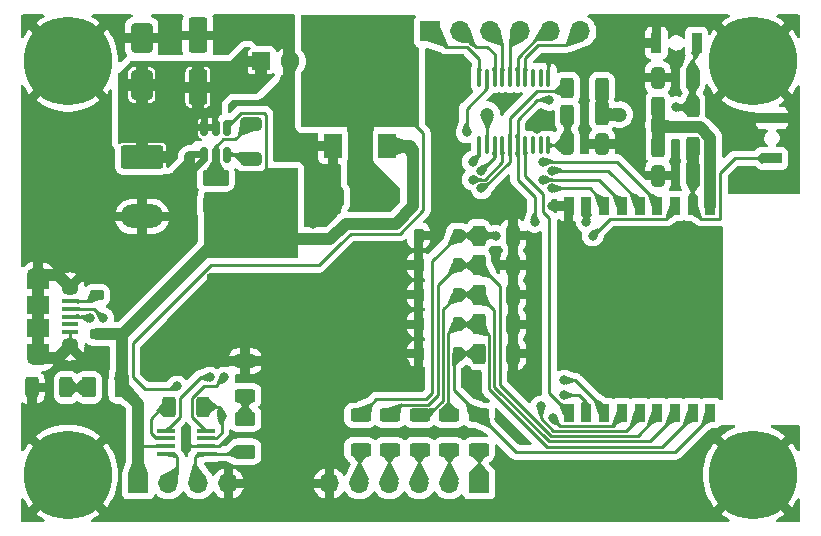
<source format=gbr>
%TF.GenerationSoftware,KiCad,Pcbnew,7.0.6*%
%TF.CreationDate,2024-01-11T21:51:02-05:00*%
%TF.ProjectId,Crystal,43727973-7461-46c2-9e6b-696361645f70,rev?*%
%TF.SameCoordinates,PX1312d00PY1312d00*%
%TF.FileFunction,Copper,L1,Top*%
%TF.FilePolarity,Positive*%
%FSLAX46Y46*%
G04 Gerber Fmt 4.6, Leading zero omitted, Abs format (unit mm)*
G04 Created by KiCad (PCBNEW 7.0.6) date 2024-01-11 21:51:02*
%MOMM*%
%LPD*%
G01*
G04 APERTURE LIST*
G04 Aperture macros list*
%AMRoundRect*
0 Rectangle with rounded corners*
0 $1 Rounding radius*
0 $2 $3 $4 $5 $6 $7 $8 $9 X,Y pos of 4 corners*
0 Add a 4 corners polygon primitive as box body*
4,1,4,$2,$3,$4,$5,$6,$7,$8,$9,$2,$3,0*
0 Add four circle primitives for the rounded corners*
1,1,$1+$1,$2,$3*
1,1,$1+$1,$4,$5*
1,1,$1+$1,$6,$7*
1,1,$1+$1,$8,$9*
0 Add four rect primitives between the rounded corners*
20,1,$1+$1,$2,$3,$4,$5,0*
20,1,$1+$1,$4,$5,$6,$7,0*
20,1,$1+$1,$6,$7,$8,$9,0*
20,1,$1+$1,$8,$9,$2,$3,0*%
G04 Aperture macros list end*
%TA.AperFunction,SMDPad,CuDef*%
%ADD10RoundRect,0.250001X-0.849999X0.462499X-0.849999X-0.462499X0.849999X-0.462499X0.849999X0.462499X0*%
%TD*%
%TA.AperFunction,SMDPad,CuDef*%
%ADD11RoundRect,0.250000X0.312500X0.625000X-0.312500X0.625000X-0.312500X-0.625000X0.312500X-0.625000X0*%
%TD*%
%TA.AperFunction,ComponentPad*%
%ADD12R,1.700000X1.700000*%
%TD*%
%TA.AperFunction,ComponentPad*%
%ADD13O,1.700000X1.700000*%
%TD*%
%TA.AperFunction,ComponentPad*%
%ADD14R,1.600000X1.600000*%
%TD*%
%TA.AperFunction,ComponentPad*%
%ADD15C,1.600000*%
%TD*%
%TA.AperFunction,SMDPad,CuDef*%
%ADD16RoundRect,0.250000X-0.625000X0.312500X-0.625000X-0.312500X0.625000X-0.312500X0.625000X0.312500X0*%
%TD*%
%TA.AperFunction,SMDPad,CuDef*%
%ADD17RoundRect,0.250000X-0.312500X-0.625000X0.312500X-0.625000X0.312500X0.625000X-0.312500X0.625000X0*%
%TD*%
%TA.AperFunction,SMDPad,CuDef*%
%ADD18RoundRect,0.250000X-0.375000X-0.625000X0.375000X-0.625000X0.375000X0.625000X-0.375000X0.625000X0*%
%TD*%
%TA.AperFunction,ComponentPad*%
%ADD19C,7.500000*%
%TD*%
%TA.AperFunction,SMDPad,CuDef*%
%ADD20R,1.500000X2.000000*%
%TD*%
%TA.AperFunction,SMDPad,CuDef*%
%ADD21R,3.800000X2.000000*%
%TD*%
%TA.AperFunction,SMDPad,CuDef*%
%ADD22R,0.900000X1.700000*%
%TD*%
%TA.AperFunction,SMDPad,CuDef*%
%ADD23RoundRect,0.250000X-0.325000X-0.650000X0.325000X-0.650000X0.325000X0.650000X-0.325000X0.650000X0*%
%TD*%
%TA.AperFunction,SMDPad,CuDef*%
%ADD24RoundRect,0.225000X0.225000X0.375000X-0.225000X0.375000X-0.225000X-0.375000X0.225000X-0.375000X0*%
%TD*%
%TA.AperFunction,SMDPad,CuDef*%
%ADD25RoundRect,0.250000X-0.550000X1.250000X-0.550000X-1.250000X0.550000X-1.250000X0.550000X1.250000X0*%
%TD*%
%TA.AperFunction,ComponentPad*%
%ADD26RoundRect,0.250000X-1.550000X0.750000X-1.550000X-0.750000X1.550000X-0.750000X1.550000X0.750000X0*%
%TD*%
%TA.AperFunction,ComponentPad*%
%ADD27O,3.600000X2.000000*%
%TD*%
%TA.AperFunction,SMDPad,CuDef*%
%ADD28RoundRect,0.250000X0.650000X-0.325000X0.650000X0.325000X-0.650000X0.325000X-0.650000X-0.325000X0*%
%TD*%
%TA.AperFunction,SMDPad,CuDef*%
%ADD29R,1.600000X0.300000*%
%TD*%
%TA.AperFunction,SMDPad,CuDef*%
%ADD30RoundRect,0.225000X0.375000X-0.225000X0.375000X0.225000X-0.375000X0.225000X-0.375000X-0.225000X0*%
%TD*%
%TA.AperFunction,SMDPad,CuDef*%
%ADD31R,1.350000X0.400000*%
%TD*%
%TA.AperFunction,ComponentPad*%
%ADD32O,1.900000X1.200000*%
%TD*%
%TA.AperFunction,SMDPad,CuDef*%
%ADD33R,1.900000X1.200000*%
%TD*%
%TA.AperFunction,ComponentPad*%
%ADD34C,1.450000*%
%TD*%
%TA.AperFunction,SMDPad,CuDef*%
%ADD35R,1.900000X1.500000*%
%TD*%
%TA.AperFunction,SMDPad,CuDef*%
%ADD36RoundRect,0.250000X-0.625000X0.375000X-0.625000X-0.375000X0.625000X-0.375000X0.625000X0.375000X0*%
%TD*%
%TA.AperFunction,SMDPad,CuDef*%
%ADD37RoundRect,0.250000X0.625000X-0.312500X0.625000X0.312500X-0.625000X0.312500X-0.625000X-0.312500X0*%
%TD*%
%TA.AperFunction,SMDPad,CuDef*%
%ADD38RoundRect,0.250000X1.250000X0.550000X-1.250000X0.550000X-1.250000X-0.550000X1.250000X-0.550000X0*%
%TD*%
%TA.AperFunction,SMDPad,CuDef*%
%ADD39R,0.900000X1.500000*%
%TD*%
%TA.AperFunction,SMDPad,CuDef*%
%ADD40R,0.800000X0.800000*%
%TD*%
%TA.AperFunction,SMDPad,CuDef*%
%ADD41RoundRect,0.250000X0.650000X-1.000000X0.650000X1.000000X-0.650000X1.000000X-0.650000X-1.000000X0*%
%TD*%
%TA.AperFunction,SMDPad,CuDef*%
%ADD42R,1.700000X0.900000*%
%TD*%
%TA.AperFunction,SMDPad,CuDef*%
%ADD43RoundRect,0.100000X0.100000X-0.637500X0.100000X0.637500X-0.100000X0.637500X-0.100000X-0.637500X0*%
%TD*%
%TA.AperFunction,SMDPad,CuDef*%
%ADD44RoundRect,0.150000X-0.150000X0.512500X-0.150000X-0.512500X0.150000X-0.512500X0.150000X0.512500X0*%
%TD*%
%TA.AperFunction,SMDPad,CuDef*%
%ADD45RoundRect,0.250000X0.550000X-1.250000X0.550000X1.250000X-0.550000X1.250000X-0.550000X-1.250000X0*%
%TD*%
%TA.AperFunction,ViaPad*%
%ADD46C,0.800000*%
%TD*%
%TA.AperFunction,ViaPad*%
%ADD47C,1.200000*%
%TD*%
%TA.AperFunction,Conductor*%
%ADD48C,1.000000*%
%TD*%
%TA.AperFunction,Conductor*%
%ADD49C,0.250000*%
%TD*%
%TA.AperFunction,Conductor*%
%ADD50C,0.600000*%
%TD*%
G04 APERTURE END LIST*
D10*
%TO.P,L1,1,1*%
%TO.N,Net-(U1-SW)*%
X16500000Y-13837500D03*
%TO.P,L1,2,2*%
%TO.N,+5V*%
X16500000Y-16162500D03*
%TD*%
D11*
%TO.P,R12,1*%
%TO.N,GND*%
X41687500Y-23750000D03*
%TO.P,R12,2*%
%TO.N,/AIN3*%
X38762500Y-23750000D03*
%TD*%
D12*
%TO.P,GPIO1,1,Pin_1*%
%TO.N,Net-(GPIO1-Pin_1)*%
X34675000Y-1450000D03*
D13*
%TO.P,GPIO1,2,Pin_2*%
%TO.N,Net-(GPIO1-Pin_2)*%
X37215000Y-1450000D03*
%TO.P,GPIO1,3,Pin_3*%
%TO.N,Net-(GPIO1-Pin_3)*%
X39755000Y-1450000D03*
%TO.P,GPIO1,4,Pin_4*%
%TO.N,Net-(GPIO1-Pin_4)*%
X42295000Y-1450000D03*
%TO.P,GPIO1,5,Pin_5*%
%TO.N,Net-(GPIO1-Pin_5)*%
X44835000Y-1450000D03*
%TO.P,GPIO1,6,Pin_6*%
%TO.N,Net-(GPIO1-Pin_6)*%
X47375000Y-1450000D03*
%TD*%
D14*
%TO.P,CB1,1*%
%TO.N,+12V*%
X20317620Y-4000000D03*
D15*
%TO.P,CB1,2*%
%TO.N,GND*%
X22817620Y-4000000D03*
%TD*%
D16*
%TO.P,R9,1*%
%TO.N,/AIN2*%
X36275000Y-33950000D03*
%TO.P,R9,2*%
%TO.N,Net-(AIN1-Pin_2)*%
X36275000Y-36875000D03*
%TD*%
D17*
%TO.P,R3,1*%
%TO.N,+3.3V*%
X53975000Y-7875000D03*
%TO.P,R3,2*%
%TO.N,/GPIO9*%
X56900000Y-7875000D03*
%TD*%
D18*
%TO.P,D2,1,K*%
%TO.N,Net-(D2-K)*%
X5762500Y-31600000D03*
%TO.P,D2,2,A*%
%TO.N,+5V*%
X8562500Y-31600000D03*
%TD*%
D19*
%TO.P,REF\u002A\u002A,1*%
%TO.N,GND*%
X62000000Y-39000000D03*
%TD*%
D20*
%TO.P,U2,1,GND*%
%TO.N,GND*%
X26450000Y-11150000D03*
%TO.P,U2,2,VO*%
%TO.N,+3.3V*%
X28750000Y-11150000D03*
D21*
X28750000Y-4850000D03*
D20*
%TO.P,U2,3,VI*%
%TO.N,+5V*%
X31050000Y-11150000D03*
%TD*%
D19*
%TO.P,REF\u002A\u002A,1*%
%TO.N,GND*%
X62000000Y-4000000D03*
%TD*%
D16*
%TO.P,R15,1*%
%TO.N,/AIN5*%
X28775000Y-33950000D03*
%TO.P,R15,2*%
%TO.N,Net-(AIN1-Pin_5)*%
X28775000Y-36875000D03*
%TD*%
D22*
%TO.P,BOOT1,1,1*%
%TO.N,GND*%
X53825000Y-2425000D03*
%TO.P,BOOT1,2,2*%
%TO.N,/GPIO9*%
X57225000Y-2425000D03*
%TD*%
D23*
%TO.P,C2,1*%
%TO.N,GND*%
X53937500Y-5375000D03*
%TO.P,C2,2*%
%TO.N,/GPIO9*%
X56887500Y-5375000D03*
%TD*%
D24*
%TO.P,D4,1,K*%
%TO.N,/AIN2*%
X36987500Y-26250000D03*
%TO.P,D4,2,A*%
%TO.N,GND*%
X33687500Y-26250000D03*
%TD*%
D16*
%TO.P,R13,1*%
%TO.N,/AIN4*%
X31275000Y-33950000D03*
%TO.P,R13,2*%
%TO.N,Net-(AIN1-Pin_4)*%
X31275000Y-36875000D03*
%TD*%
D11*
%TO.P,R10,1*%
%TO.N,GND*%
X41687500Y-26250000D03*
%TO.P,R10,2*%
%TO.N,/AIN2*%
X38762500Y-26250000D03*
%TD*%
%TO.P,R16,1*%
%TO.N,GND*%
X41687500Y-18750000D03*
%TO.P,R16,2*%
%TO.N,/AIN5*%
X38762500Y-18750000D03*
%TD*%
D12*
%TO.P,TTY1,1,Pin_1*%
%TO.N,+5V*%
X9950000Y-39725000D03*
D13*
%TO.P,TTY1,2,Pin_2*%
%TO.N,Net-(TTY1-Pin_2)*%
X12490000Y-39725000D03*
%TO.P,TTY1,3,Pin_3*%
%TO.N,Net-(D9-A)*%
X15030000Y-39725000D03*
%TO.P,TTY1,4,Pin_4*%
%TO.N,GND*%
X17570000Y-39725000D03*
%TD*%
D16*
%TO.P,R7,1*%
%TO.N,/AIN1*%
X38775000Y-33950000D03*
%TO.P,R7,2*%
%TO.N,Net-(AIN1-Pin_1)*%
X38775000Y-36875000D03*
%TD*%
D24*
%TO.P,D5,1,K*%
%TO.N,/AIN3*%
X36987500Y-23750000D03*
%TO.P,D5,2,A*%
%TO.N,GND*%
X33687500Y-23750000D03*
%TD*%
D17*
%TO.P,R6,1*%
%TO.N,Net-(U5-OE)*%
X46287500Y-8500000D03*
%TO.P,R6,2*%
%TO.N,+3.3V*%
X49212500Y-8500000D03*
%TD*%
D25*
%TO.P,C6,1*%
%TO.N,+5V*%
X22500000Y-19050000D03*
%TO.P,C6,2*%
%TO.N,GND*%
X22500000Y-23450000D03*
%TD*%
D12*
%TO.P,AIN1,1,Pin_1*%
%TO.N,Net-(AIN1-Pin_1)*%
X38825000Y-39725000D03*
D13*
%TO.P,AIN1,2,Pin_2*%
%TO.N,Net-(AIN1-Pin_2)*%
X36285000Y-39725000D03*
%TO.P,AIN1,3,Pin_3*%
%TO.N,Net-(AIN1-Pin_3)*%
X33745000Y-39725000D03*
%TO.P,AIN1,4,Pin_4*%
%TO.N,Net-(AIN1-Pin_4)*%
X31205000Y-39725000D03*
%TO.P,AIN1,5,Pin_5*%
%TO.N,Net-(AIN1-Pin_5)*%
X28665000Y-39725000D03*
%TO.P,AIN1,6,Pin_6*%
%TO.N,GND*%
X26125000Y-39725000D03*
%TD*%
D19*
%TO.P,REF\u002A\u002A,1*%
%TO.N,GND*%
X4000000Y-39000000D03*
%TD*%
D26*
%TO.P,V1,1,Pin_1*%
%TO.N,+12V*%
X10277500Y-12125000D03*
D27*
%TO.P,V1,2,Pin_2*%
%TO.N,GND*%
X10277500Y-17125000D03*
%TD*%
D19*
%TO.P,REF\u002A\u002A,1*%
%TO.N,GND*%
X4000000Y-4000000D03*
%TD*%
D11*
%TO.P,R8,1*%
%TO.N,GND*%
X41687500Y-28750000D03*
%TO.P,R8,2*%
%TO.N,/AIN1*%
X38762500Y-28750000D03*
%TD*%
D28*
%TO.P,C3,1*%
%TO.N,Net-(U1-BST)*%
X19500000Y-12225000D03*
%TO.P,C3,2*%
%TO.N,Net-(U1-SW)*%
X19500000Y-9275000D03*
%TD*%
D29*
%TO.P,U4,1,B2*%
%TO.N,Net-(D9-A)*%
X15700000Y-37225000D03*
%TO.P,U4,2,GND*%
%TO.N,GND*%
X15700000Y-36575000D03*
%TO.P,U4,3,VCCA*%
%TO.N,+3.3V*%
X15700000Y-35925000D03*
%TO.P,U4,4,A2*%
%TO.N,/TXD*%
X15700000Y-35275000D03*
%TO.P,U4,5,A1*%
%TO.N,/RXD*%
X12300000Y-35275000D03*
%TO.P,U4,6,OE*%
%TO.N,Net-(U4-OE)*%
X12300000Y-35925000D03*
%TO.P,U4,7,VCCB*%
%TO.N,+5V*%
X12300000Y-36575000D03*
%TO.P,U4,8,B1*%
%TO.N,Net-(TTY1-Pin_2)*%
X12300000Y-37225000D03*
%TD*%
D30*
%TO.P,D6,1,K*%
%TO.N,+5V*%
X6462500Y-27100000D03*
%TO.P,D6,2,A*%
%TO.N,Net-(D6-A)*%
X6462500Y-23800000D03*
%TD*%
D31*
%TO.P,J1,1,VBUS*%
%TO.N,Net-(D6-A)*%
X4162500Y-24300000D03*
%TO.P,J1,2,D-*%
%TO.N,/USB_D-*%
X4162500Y-24950000D03*
%TO.P,J1,3,D+*%
%TO.N,/USB_D+*%
X4162500Y-25600000D03*
%TO.P,J1,4,ID*%
%TO.N,unconnected-(J1-ID-Pad4)*%
X4162500Y-26250000D03*
%TO.P,J1,5,GND*%
%TO.N,GND*%
X4162500Y-26900000D03*
D32*
%TO.P,J1,6,Shield*%
X1462500Y-22100000D03*
D33*
X1462500Y-22700000D03*
D34*
X4162500Y-23100000D03*
D35*
X1462500Y-24600000D03*
X1462500Y-26600000D03*
D34*
X4162500Y-28100000D03*
D33*
X1462500Y-28500000D03*
D32*
X1462500Y-29100000D03*
%TD*%
D36*
%TO.P,D9,1,K*%
%TO.N,Net-(D9-K)*%
X19000000Y-34250000D03*
%TO.P,D9,2,A*%
%TO.N,Net-(D9-A)*%
X19000000Y-37050000D03*
%TD*%
D24*
%TO.P,D3,1,K*%
%TO.N,/AIN1*%
X36987500Y-28750000D03*
%TO.P,D3,2,A*%
%TO.N,GND*%
X33687500Y-28750000D03*
%TD*%
D37*
%TO.P,R17,1*%
%TO.N,Net-(D9-K)*%
X19000000Y-32300000D03*
%TO.P,R17,2*%
%TO.N,GND*%
X19000000Y-29375000D03*
%TD*%
D38*
%TO.P,C7,1*%
%TO.N,+3.3V*%
X30250000Y-15500000D03*
%TO.P,C7,2*%
%TO.N,GND*%
X25850000Y-15500000D03*
%TD*%
D39*
%TO.P,U3,1,3V3*%
%TO.N,+3.3V*%
X58400000Y-16250000D03*
%TO.P,U3,2,EN/CHIP_PU*%
%TO.N,Net-(U3-EN{slash}CHIP_PU)*%
X56900000Y-16250000D03*
%TO.P,U3,3,GPIO4/ADC1_CH4*%
%TO.N,/AIN5*%
X55400000Y-16250000D03*
%TO.P,U3,4,GPIO5/ADC2_CH0*%
%TO.N,/GPIO5*%
X53900000Y-16250000D03*
%TO.P,U3,5,GPIO6*%
%TO.N,/GPIO6*%
X52400000Y-16250000D03*
%TO.P,U3,6,GPIO7*%
%TO.N,/GPIO7*%
X50900000Y-16250000D03*
%TO.P,U3,7,GPIO8*%
%TO.N,/GPIO8*%
X49400000Y-16250000D03*
%TO.P,U3,8,GPIO9*%
%TO.N,/GPIO9*%
X47900000Y-16250000D03*
%TO.P,U3,9,GND*%
%TO.N,GND*%
X46400000Y-16250000D03*
%TO.P,U3,10,GPIO10*%
%TO.N,/GPIO10*%
X46400000Y-33750000D03*
%TO.P,U3,11,GPIO20/U0RXD*%
%TO.N,/RXD*%
X47900000Y-33750000D03*
%TO.P,U3,12,GPIO21/U0TXD*%
%TO.N,/TXD*%
X49400000Y-33750000D03*
%TO.P,U3,13,GPIO18/USB_D-*%
%TO.N,/USB_D-*%
X50900000Y-33750000D03*
%TO.P,U3,14,GPIO19/USB_D+*%
%TO.N,/USB_D+*%
X52400000Y-33750000D03*
%TO.P,U3,15,GPIO3/ADC1_CH3*%
%TO.N,/AIN4*%
X53900000Y-33750000D03*
%TO.P,U3,16,GPIO2/ADC1_CH2*%
%TO.N,/AIN3*%
X55400000Y-33750000D03*
%TO.P,U3,17,GPIO1/ADC1_CH1/XTAL_32K_N*%
%TO.N,/AIN2*%
X56900000Y-33750000D03*
%TO.P,U3,18,GPIO0/ADC1_CH0/XTAL_32K_P*%
%TO.N,/AIN1*%
X58400000Y-33750000D03*
D40*
%TO.P,U3,19,GND*%
%TO.N,GND*%
X53300000Y-24860000D03*
X52200000Y-24860000D03*
X51100000Y-24860000D03*
X53300000Y-25910000D03*
X52200000Y-25910000D03*
X51100000Y-25910000D03*
X53300000Y-27060000D03*
X52200000Y-27060000D03*
X51100000Y-27060000D03*
%TD*%
D24*
%TO.P,D8,1,K*%
%TO.N,/AIN5*%
X36987500Y-18750000D03*
%TO.P,D8,2,A*%
%TO.N,GND*%
X33687500Y-18750000D03*
%TD*%
D41*
%TO.P,D1,1,A1*%
%TO.N,+12V*%
X10250000Y-6000000D03*
%TO.P,D1,2,A2*%
%TO.N,GND*%
X10250000Y-2000000D03*
%TD*%
D11*
%TO.P,R14,1*%
%TO.N,GND*%
X41687500Y-21250000D03*
%TO.P,R14,2*%
%TO.N,/AIN4*%
X38762500Y-21250000D03*
%TD*%
D42*
%TO.P,RESET1,1,1*%
%TO.N,GND*%
X63600000Y-8800000D03*
%TO.P,RESET1,2,2*%
%TO.N,Net-(U3-EN{slash}CHIP_PU)*%
X63600000Y-12200000D03*
%TD*%
D25*
%TO.P,C5,1*%
%TO.N,+5V*%
X16500000Y-19050000D03*
%TO.P,C5,2*%
%TO.N,GND*%
X16500000Y-23450000D03*
%TD*%
D11*
%TO.P,R1,1*%
%TO.N,+3.3V*%
X49212500Y-6250000D03*
%TO.P,R1,2*%
%TO.N,/GPIO8*%
X46287500Y-6250000D03*
%TD*%
D17*
%TO.P,R2,1*%
%TO.N,+3.3V*%
X53975000Y-11275000D03*
%TO.P,R2,2*%
%TO.N,Net-(U3-EN{slash}CHIP_PU)*%
X56900000Y-11275000D03*
%TD*%
D43*
%TO.P,U5,1,A1*%
%TO.N,/GPIO5*%
X38825000Y-11112500D03*
%TO.P,U5,2,VCCA*%
%TO.N,+3.3V*%
X39475000Y-11112500D03*
%TO.P,U5,3,A2*%
%TO.N,/GPIO6*%
X40125000Y-11112500D03*
%TO.P,U5,4,A3*%
%TO.N,/GPIO7*%
X40775000Y-11112500D03*
%TO.P,U5,5,A4*%
%TO.N,/GPIO8*%
X41425000Y-11112500D03*
%TO.P,U5,6,A5*%
%TO.N,/GPIO9*%
X42075000Y-11112500D03*
%TO.P,U5,7,A6*%
%TO.N,/GPIO10*%
X42725000Y-11112500D03*
%TO.P,U5,8,A7*%
%TO.N,unconnected-(U5-A7-Pad8)*%
X43375000Y-11112500D03*
%TO.P,U5,9,A8*%
%TO.N,unconnected-(U5-A8-Pad9)*%
X44025000Y-11112500D03*
%TO.P,U5,10,OE*%
%TO.N,Net-(U5-OE)*%
X44675000Y-11112500D03*
%TO.P,U5,11,GND*%
%TO.N,GND*%
X44675000Y-5387500D03*
%TO.P,U5,12,B8*%
%TO.N,unconnected-(U5-B8-Pad12)*%
X44025000Y-5387500D03*
%TO.P,U5,13,B7*%
%TO.N,unconnected-(U5-B7-Pad13)*%
X43375000Y-5387500D03*
%TO.P,U5,14,B6*%
%TO.N,Net-(GPIO1-Pin_6)*%
X42725000Y-5387500D03*
%TO.P,U5,15,B5*%
%TO.N,Net-(GPIO1-Pin_5)*%
X42075000Y-5387500D03*
%TO.P,U5,16,B4*%
%TO.N,Net-(GPIO1-Pin_4)*%
X41425000Y-5387500D03*
%TO.P,U5,17,B3*%
%TO.N,Net-(GPIO1-Pin_3)*%
X40775000Y-5387500D03*
%TO.P,U5,18,B2*%
%TO.N,Net-(GPIO1-Pin_2)*%
X40125000Y-5387500D03*
%TO.P,U5,19,VCCB*%
%TO.N,+5V*%
X39475000Y-5387500D03*
%TO.P,U5,20,B1*%
%TO.N,Net-(GPIO1-Pin_1)*%
X38825000Y-5387500D03*
%TD*%
D44*
%TO.P,U1,1,FB*%
%TO.N,+5V*%
X17450000Y-9612500D03*
%TO.P,U1,2,EN*%
%TO.N,+12V*%
X16500000Y-9612500D03*
%TO.P,U1,3,IN*%
X15550000Y-9612500D03*
%TO.P,U1,4,GND*%
%TO.N,GND*%
X15550000Y-11887500D03*
%TO.P,U1,5,SW*%
%TO.N,Net-(U1-SW)*%
X16500000Y-11887500D03*
%TO.P,U1,6,BST*%
%TO.N,Net-(U1-BST)*%
X17450000Y-11887500D03*
%TD*%
D45*
%TO.P,C4,1*%
%TO.N,+12V*%
X15000000Y-6200000D03*
%TO.P,C4,2*%
%TO.N,GND*%
X15000000Y-1800000D03*
%TD*%
D23*
%TO.P,C8,1*%
%TO.N,Net-(U5-OE)*%
X46275000Y-11000000D03*
%TO.P,C8,2*%
%TO.N,GND*%
X49225000Y-11000000D03*
%TD*%
D16*
%TO.P,R11,1*%
%TO.N,/AIN3*%
X33775000Y-33950000D03*
%TO.P,R11,2*%
%TO.N,Net-(AIN1-Pin_3)*%
X33775000Y-36875000D03*
%TD*%
D17*
%TO.P,R4,1*%
%TO.N,GND*%
X950000Y-31600000D03*
%TO.P,R4,2*%
%TO.N,Net-(D2-K)*%
X3875000Y-31600000D03*
%TD*%
D24*
%TO.P,D7,1,K*%
%TO.N,/AIN4*%
X36987500Y-21250000D03*
%TO.P,D7,2,A*%
%TO.N,GND*%
X33687500Y-21250000D03*
%TD*%
D17*
%TO.P,R5,1*%
%TO.N,Net-(U4-OE)*%
X12537500Y-33250000D03*
%TO.P,R5,2*%
%TO.N,+3.3V*%
X15462500Y-33250000D03*
%TD*%
D23*
%TO.P,C1,1*%
%TO.N,GND*%
X53975000Y-13675000D03*
%TO.P,C1,2*%
%TO.N,Net-(U3-EN{slash}CHIP_PU)*%
X56925000Y-13675000D03*
%TD*%
D46*
%TO.N,+5V*%
X37750000Y-10000000D03*
D47*
X33000000Y-11250000D03*
%TO.N,GND*%
X58500000Y-18625000D03*
D46*
X14000000Y-36250000D03*
X42900000Y-30000000D03*
X49500000Y-750000D03*
X34750000Y-3500000D03*
X35325000Y-18750000D03*
X43750000Y-9750000D03*
X32500000Y-29500000D03*
X14250000Y-13500000D03*
X14000000Y-19000000D03*
X11000000Y-30250000D03*
X26750000Y-33750000D03*
D47*
X55525000Y-4050000D03*
D46*
X52200000Y-23800000D03*
X41750000Y-17125000D03*
D47*
X46250000Y-20250000D03*
D46*
X45000000Y-16250000D03*
X37750000Y-30125000D03*
X24500000Y-11000000D03*
X41000000Y-7000000D03*
X55400000Y-13700000D03*
X40525000Y-34250000D03*
X61800000Y-10500000D03*
X21000000Y-29250000D03*
X52200000Y-28100000D03*
X41500000Y-38250000D03*
X26000000Y-22500000D03*
X36000000Y-7000000D03*
D47*
X22350000Y-7500000D03*
X58500000Y-31500000D03*
D46*
X50750000Y-6000000D03*
X36000000Y-11250000D03*
X24750000Y-13750000D03*
X44750000Y-3750000D03*
X54350000Y-25900000D03*
X14250000Y-12000000D03*
X50750000Y-11000000D03*
X20750000Y-33750000D03*
X12500000Y-26500000D03*
D47*
X46250000Y-29250000D03*
D46*
X50050000Y-25950000D03*
X24750000Y-17750000D03*
X19500000Y-24250000D03*
%TO.N,/GPIO9*%
X43500000Y-17600000D03*
X44750000Y-7250000D03*
X47900000Y-17600000D03*
X55500000Y-7875000D03*
%TO.N,/AIN5*%
X40225000Y-18750000D03*
X48425000Y-18750000D03*
%TO.N,/USB_D-*%
X45050000Y-34200000D03*
X7000000Y-25750000D03*
%TO.N,/USB_D+*%
X44050000Y-33200000D03*
X5850000Y-25750000D03*
%TO.N,/GPIO8*%
X45000000Y-14750000D03*
X39000000Y-14750000D03*
%TO.N,/TXD*%
X17250000Y-30750000D03*
X46010000Y-31000000D03*
%TO.N,/RXD*%
X16000000Y-30750000D03*
X46000000Y-32250000D03*
%TO.N,/GPIO7*%
X38250000Y-14000000D03*
X44250000Y-14000000D03*
%TO.N,/GPIO6*%
X39000000Y-13250000D03*
X45000000Y-13250000D03*
%TO.N,/GPIO5*%
X44250000Y-12500000D03*
X38250000Y-12500000D03*
%TO.N,+3.3V*%
X27750000Y-2850000D03*
D47*
X50750000Y-8500000D03*
D46*
X13250000Y-31500000D03*
D47*
X54000000Y-9500000D03*
D46*
X31750000Y-6850000D03*
X25750000Y-2850000D03*
X29000000Y-13750000D03*
X25750000Y-6850000D03*
X29750000Y-2850000D03*
D47*
X33000000Y-8500000D03*
D46*
X17000000Y-34000000D03*
D47*
X39500000Y-8500000D03*
D46*
X31750000Y-2850000D03*
X29750000Y-6850000D03*
%TD*%
D48*
%TO.N,+5V*%
X32900000Y-11150000D02*
X33000000Y-11250000D01*
X9950000Y-32987500D02*
X8562500Y-31600000D01*
X8562500Y-27162500D02*
X8500000Y-27100000D01*
D49*
X17450000Y-9536827D02*
X18611827Y-8375000D01*
X39475000Y-5387500D02*
X39475000Y-6275000D01*
D48*
X16500000Y-19225000D02*
X16500000Y-19050000D01*
X6462500Y-27100000D02*
X8500000Y-27100000D01*
D49*
X20625000Y-8375000D02*
X20750000Y-8500000D01*
D48*
X31050000Y-11150000D02*
X32900000Y-11150000D01*
X31750000Y-17750000D02*
X33250000Y-16250000D01*
D49*
X20750000Y-14500000D02*
X22500000Y-16250000D01*
D48*
X26200000Y-19050000D02*
X22500000Y-19050000D01*
D49*
X37750000Y-8000000D02*
X37750000Y-10000000D01*
X39475000Y-5387500D02*
X39475000Y-6076041D01*
X18611827Y-8375000D02*
X20625000Y-8375000D01*
D48*
X9950000Y-39725000D02*
X9950000Y-32987500D01*
D49*
X17450000Y-9612500D02*
X17450000Y-9536827D01*
D48*
X8562500Y-27162500D02*
X16500000Y-19225000D01*
X27500000Y-17750000D02*
X31750000Y-17750000D01*
D49*
X12300000Y-36575000D02*
X10425000Y-36575000D01*
D48*
X33250000Y-11500000D02*
X33000000Y-11250000D01*
X33250000Y-16250000D02*
X33250000Y-11500000D01*
X16500000Y-19750000D02*
X16500000Y-19050000D01*
D49*
X20750000Y-8500000D02*
X20750000Y-14500000D01*
D48*
X8562500Y-31600000D02*
X8562500Y-27162500D01*
X26200000Y-19050000D02*
X27500000Y-17750000D01*
D49*
X39475000Y-6275000D02*
X37750000Y-8000000D01*
D48*
%TO.N,GND*%
X3162500Y-29100000D02*
X4162500Y-28100000D01*
D49*
X16825000Y-36575000D02*
X17900000Y-35500000D01*
X15700000Y-36575000D02*
X14325000Y-36575000D01*
X4162500Y-26900000D02*
X4162500Y-28100000D01*
D48*
X1462500Y-22100000D02*
X1462500Y-22700000D01*
D49*
X17900000Y-35500000D02*
X20500000Y-35500000D01*
X14325000Y-36575000D02*
X14000000Y-36250000D01*
D48*
X1462500Y-28500000D02*
X1462500Y-29100000D01*
X1462500Y-22700000D02*
X1462500Y-24600000D01*
D50*
X14250000Y-13500000D02*
X14250000Y-12000000D01*
D48*
X3162500Y-22100000D02*
X4162500Y-23100000D01*
X1462500Y-26600000D02*
X1462500Y-28500000D01*
X1462500Y-22100000D02*
X3162500Y-22100000D01*
D50*
X15550000Y-12200000D02*
X14250000Y-13500000D01*
D49*
X44675000Y-3825000D02*
X44750000Y-3750000D01*
D50*
X15550000Y-11887500D02*
X15550000Y-12200000D01*
D49*
X44675000Y-5387500D02*
X44675000Y-3825000D01*
D48*
X1462500Y-29100000D02*
X3162500Y-29100000D01*
D49*
X15700000Y-36575000D02*
X16825000Y-36575000D01*
D48*
X1462500Y-24600000D02*
X1462500Y-26600000D01*
D49*
%TO.N,/GPIO9*%
X56900000Y-7875000D02*
X56900000Y-5387500D01*
X42075000Y-8925000D02*
X42075000Y-11112500D01*
X56900000Y-5387500D02*
X56887500Y-5375000D01*
X57225000Y-3425000D02*
X56887500Y-3762500D01*
X43500000Y-15450000D02*
X43500000Y-17600000D01*
X42075000Y-11112500D02*
X42075000Y-14025000D01*
X43750000Y-7250000D02*
X44750000Y-7250000D01*
X56887500Y-5375000D02*
X56887500Y-3762500D01*
X47900000Y-16250000D02*
X47900000Y-17600000D01*
X42075000Y-8925000D02*
X43750000Y-7250000D01*
X56900000Y-7875000D02*
X55500000Y-7875000D01*
X42075000Y-14025000D02*
X43500000Y-15450000D01*
X57225000Y-2425000D02*
X57225000Y-3425000D01*
D48*
%TO.N,Net-(U3-EN{slash}CHIP_PU)*%
X56900000Y-11275000D02*
X56900000Y-13650000D01*
D49*
X56900000Y-16600000D02*
X56900000Y-16250000D01*
X56900000Y-16250000D02*
X56900000Y-13675000D01*
X59225000Y-13425000D02*
X59225000Y-17275000D01*
X59225000Y-17275000D02*
X59175000Y-17325000D01*
X60450000Y-12200000D02*
X59225000Y-13425000D01*
X63600000Y-12200000D02*
X60450000Y-12200000D01*
X59175000Y-17325000D02*
X57625000Y-17325000D01*
D48*
X56900000Y-13650000D02*
X56925000Y-13675000D01*
D49*
X57625000Y-17325000D02*
X56900000Y-16600000D01*
%TO.N,Net-(U1-BST)*%
X17450000Y-11887500D02*
X19162500Y-11887500D01*
X19162500Y-11887500D02*
X19500000Y-12225000D01*
%TO.N,Net-(U1-SW)*%
X17150000Y-10600000D02*
X18175000Y-10600000D01*
D50*
X16500000Y-13837500D02*
X16500000Y-11887500D01*
D49*
X18175000Y-10600000D02*
X19500000Y-9275000D01*
X16500000Y-11250000D02*
X17150000Y-10600000D01*
%TO.N,Net-(U5-OE)*%
X46287500Y-9750000D02*
X46287500Y-10987500D01*
X46162500Y-11112500D02*
X46275000Y-11000000D01*
X46287500Y-10987500D02*
X46275000Y-11000000D01*
X46287500Y-8500000D02*
X46287500Y-9750000D01*
X44675000Y-11112500D02*
X46162500Y-11112500D01*
%TO.N,Net-(D2-K)*%
X5762500Y-31600000D02*
X3875000Y-31600000D01*
%TO.N,/AIN1*%
X58187906Y-33962094D02*
X58400000Y-33750000D01*
X55425000Y-37075000D02*
X58400000Y-34100000D01*
X41900000Y-37075000D02*
X55425000Y-37075000D01*
X36662500Y-29075000D02*
X36662500Y-31837500D01*
X58400000Y-34100000D02*
X58400000Y-33750000D01*
X36662500Y-31837500D02*
X38775000Y-33950000D01*
X36987500Y-28750000D02*
X36662500Y-29075000D01*
X38775000Y-33950000D02*
X41900000Y-37075000D01*
X36737500Y-28750000D02*
X38762500Y-28750000D01*
%TO.N,/AIN2*%
X36212500Y-27025000D02*
X36987500Y-26250000D01*
X36737500Y-26250000D02*
X38762500Y-26250000D01*
X36212500Y-33887500D02*
X36212500Y-27025000D01*
X45400000Y-36625000D02*
X44525000Y-36625000D01*
X38762500Y-26250000D02*
X39650000Y-27137500D01*
X56900000Y-33750000D02*
X56900000Y-34050000D01*
X44527208Y-36625000D02*
X45400000Y-36625000D01*
X36275000Y-33950000D02*
X36212500Y-33887500D01*
X54325000Y-36625000D02*
X45400000Y-36625000D01*
X56900000Y-34162094D02*
X56900000Y-33750000D01*
X56900000Y-34050000D02*
X54325000Y-36625000D01*
X39650000Y-27137500D02*
X39650000Y-31747792D01*
X39650000Y-31747792D02*
X44527208Y-36625000D01*
%TO.N,/AIN3*%
X34524327Y-33950000D02*
X35762500Y-32711827D01*
X35762500Y-24975000D02*
X36987500Y-23750000D01*
X40100000Y-31561396D02*
X44713604Y-36175000D01*
X55400000Y-34150000D02*
X55400000Y-33750000D01*
X44713604Y-36175000D02*
X45625000Y-36175000D01*
X36737500Y-23750000D02*
X38762500Y-23750000D01*
X53275000Y-36175000D02*
X45625000Y-36175000D01*
X40100000Y-25087500D02*
X40100000Y-31561396D01*
X38762500Y-23750000D02*
X40100000Y-25087500D01*
X35762500Y-32711827D02*
X35762500Y-24975000D01*
X55400000Y-34050000D02*
X53275000Y-36175000D01*
X55400000Y-33750000D02*
X55400000Y-34050000D01*
X33775000Y-33950000D02*
X34524327Y-33950000D01*
%TO.N,Net-(D6-A)*%
X4162500Y-24300000D02*
X5962500Y-24300000D01*
X5962500Y-24300000D02*
X6462500Y-23800000D01*
%TO.N,/AIN4*%
X53900000Y-33750000D02*
X53900000Y-34050000D01*
X53900000Y-34050000D02*
X52225000Y-35725000D01*
X52225000Y-35725000D02*
X45525000Y-35725000D01*
X40550000Y-23037500D02*
X40550000Y-31375000D01*
X53900000Y-34100000D02*
X53900000Y-33750000D01*
X35312500Y-32262500D02*
X34512500Y-33062500D01*
X32162500Y-33062500D02*
X31275000Y-33950000D01*
X36987500Y-21250000D02*
X35312500Y-22925000D01*
X34512500Y-33062500D02*
X32162500Y-33062500D01*
X36737500Y-21250000D02*
X38762500Y-21250000D01*
X44900000Y-35725000D02*
X45525000Y-35725000D01*
X38762500Y-21250000D02*
X40550000Y-23037500D01*
X35312500Y-22925000D02*
X35312500Y-32262500D01*
X40550000Y-31375000D02*
X44900000Y-35725000D01*
%TO.N,/AIN5*%
X34862500Y-32062500D02*
X34312500Y-32612500D01*
X55400000Y-16250000D02*
X55400000Y-16600000D01*
X30112500Y-32612500D02*
X28775000Y-33950000D01*
X48425000Y-18750000D02*
X49850000Y-17325000D01*
X36737500Y-18750000D02*
X38762500Y-18750000D01*
X34862500Y-20875000D02*
X34862500Y-32062500D01*
X54675000Y-17325000D02*
X49850000Y-17325000D01*
X34312500Y-32612500D02*
X30112500Y-32612500D01*
X55400000Y-16600000D02*
X54675000Y-17325000D01*
X36987500Y-18750000D02*
X34862500Y-20875000D01*
X40225000Y-18750000D02*
X38762500Y-18750000D01*
%TO.N,Net-(GPIO1-Pin_6)*%
X46200000Y-2625000D02*
X47375000Y-1450000D01*
X42725000Y-5387500D02*
X42725000Y-3698959D01*
X43798959Y-2625000D02*
X46200000Y-2625000D01*
X42725000Y-3698959D02*
X43798959Y-2625000D01*
%TO.N,Net-(GPIO1-Pin_5)*%
X42075000Y-3712563D02*
X44337563Y-1450000D01*
X44337563Y-1450000D02*
X44835000Y-1450000D01*
X42075000Y-5387500D02*
X42075000Y-3712563D01*
%TO.N,Net-(GPIO1-Pin_4)*%
X41425000Y-5387500D02*
X41425000Y-2320000D01*
X41425000Y-2320000D02*
X42295000Y-1450000D01*
%TO.N,Net-(GPIO1-Pin_3)*%
X40775000Y-5387500D02*
X40775000Y-2470000D01*
X40775000Y-2470000D02*
X39755000Y-1450000D01*
%TO.N,Net-(GPIO1-Pin_2)*%
X38515000Y-2750000D02*
X37215000Y-1450000D01*
X40125000Y-3375000D02*
X39500000Y-2750000D01*
X40125000Y-5387500D02*
X40125000Y-3375000D01*
X39500000Y-2750000D02*
X38515000Y-2750000D01*
%TO.N,Net-(GPIO1-Pin_1)*%
X37750000Y-2750000D02*
X35975000Y-2750000D01*
X38825000Y-3825000D02*
X37750000Y-2750000D01*
X35975000Y-2750000D02*
X34675000Y-1450000D01*
X38825000Y-5387500D02*
X38825000Y-3825000D01*
%TO.N,/USB_D-*%
X6200000Y-24950000D02*
X4162500Y-24950000D01*
X45050000Y-34250000D02*
X45625000Y-34825000D01*
X45050000Y-34200000D02*
X45050000Y-34250000D01*
X7000000Y-25750000D02*
X6200000Y-24950000D01*
X45625000Y-34825000D02*
X50125000Y-34825000D01*
X50125000Y-34825000D02*
X50900000Y-34050000D01*
%TO.N,/USB_D+*%
X5700000Y-25600000D02*
X4162500Y-25600000D01*
X44050000Y-34225305D02*
X44050000Y-33200000D01*
X5850000Y-25750000D02*
X5700000Y-25600000D01*
X45099695Y-35275000D02*
X44050000Y-34225305D01*
X51225000Y-35275000D02*
X45099695Y-35275000D01*
X52400000Y-34100000D02*
X51225000Y-35275000D01*
%TO.N,/GPIO8*%
X39161701Y-14750000D02*
X39000000Y-14750000D01*
X41425000Y-12486701D02*
X39161701Y-14750000D01*
X49400000Y-16250000D02*
X49400000Y-15950000D01*
X41425000Y-8825000D02*
X41425000Y-11112500D01*
X48200000Y-14750000D02*
X45000000Y-14750000D01*
X43725000Y-6525000D02*
X41425000Y-8825000D01*
X46287500Y-6250000D02*
X46012500Y-6525000D01*
X41425000Y-11112500D02*
X41425000Y-12486701D01*
X46012500Y-6525000D02*
X43725000Y-6525000D01*
X49400000Y-15950000D02*
X48200000Y-14750000D01*
%TO.N,Net-(U4-OE)*%
X11000000Y-35500000D02*
X11000000Y-34250000D01*
X12537500Y-33250000D02*
X12000000Y-33250000D01*
X11425000Y-35925000D02*
X11000000Y-35500000D01*
X12300000Y-35925000D02*
X11425000Y-35925000D01*
X12000000Y-33250000D02*
X11000000Y-34250000D01*
%TO.N,/TXD*%
X14500000Y-34075000D02*
X14500000Y-32461827D01*
X49400000Y-33450000D02*
X49400000Y-33750000D01*
X14500000Y-32461827D02*
X15486827Y-31475000D01*
X15700000Y-35275000D02*
X14500000Y-34075000D01*
X46950000Y-31000000D02*
X49400000Y-33450000D01*
X16525000Y-31475000D02*
X17250000Y-30750000D01*
X46010000Y-31000000D02*
X46950000Y-31000000D01*
X15486827Y-31475000D02*
X16525000Y-31475000D01*
%TO.N,/RXD*%
X12300000Y-35275000D02*
X13500000Y-34075000D01*
X13500000Y-32500000D02*
X15250000Y-30750000D01*
X47900000Y-33750000D02*
X47900000Y-32850000D01*
X13500000Y-34075000D02*
X13500000Y-32500000D01*
X47900000Y-32850000D02*
X47300000Y-32250000D01*
X15250000Y-30750000D02*
X16000000Y-30750000D01*
X47300000Y-32250000D02*
X46000000Y-32250000D01*
%TO.N,/GPIO10*%
X42725000Y-11112500D02*
X42725000Y-13725000D01*
X42725000Y-13725000D02*
X44250000Y-15250000D01*
X44250000Y-15250000D02*
X44250000Y-16750000D01*
X44750000Y-32100000D02*
X46400000Y-33750000D01*
X44750000Y-17250000D02*
X44750000Y-32100000D01*
X44250000Y-16750000D02*
X44750000Y-17250000D01*
%TO.N,/GPIO7*%
X40775000Y-12500305D02*
X39275305Y-14000000D01*
X40775000Y-11112500D02*
X40775000Y-12500305D01*
X39275305Y-14000000D02*
X38250000Y-14000000D01*
X48950000Y-14000000D02*
X50900000Y-15950000D01*
X50900000Y-15950000D02*
X50900000Y-16250000D01*
X44250000Y-14000000D02*
X48950000Y-14000000D01*
%TO.N,/GPIO6*%
X40125000Y-11112500D02*
X40125000Y-12125000D01*
X52400000Y-15900000D02*
X52400000Y-16250000D01*
X40125000Y-12125000D02*
X39000000Y-13250000D01*
X49750000Y-13250000D02*
X52400000Y-15900000D01*
X45000000Y-13250000D02*
X49750000Y-13250000D01*
%TO.N,/GPIO5*%
X38825000Y-11112500D02*
X38825000Y-11925000D01*
X38825000Y-11925000D02*
X38250000Y-12500000D01*
X50500000Y-12500000D02*
X53900000Y-15900000D01*
X44250000Y-12500000D02*
X50500000Y-12500000D01*
X53900000Y-15900000D02*
X53900000Y-16250000D01*
%TO.N,+3.3V*%
X13000000Y-31750000D02*
X13250000Y-31500000D01*
X39500000Y-11087500D02*
X39500000Y-8500000D01*
D48*
X53975000Y-9475000D02*
X54000000Y-9500000D01*
X53975000Y-9575000D02*
X53975000Y-11275000D01*
D49*
X15462500Y-33250000D02*
X16750000Y-33250000D01*
D48*
X53975000Y-7875000D02*
X53975000Y-9475000D01*
D49*
X17000000Y-35500000D02*
X17000000Y-34000000D01*
X33000000Y-9000000D02*
X33000000Y-8500000D01*
X16575000Y-35925000D02*
X17000000Y-35500000D01*
X25250000Y-21250000D02*
X16250000Y-21250000D01*
X16750000Y-33250000D02*
X17000000Y-33500000D01*
X27925000Y-18575000D02*
X32091726Y-18575000D01*
X9500000Y-27836827D02*
X9500000Y-29500000D01*
X9500000Y-30750000D02*
X10500000Y-31750000D01*
X15700000Y-35925000D02*
X16575000Y-35925000D01*
D48*
X50750000Y-8500000D02*
X49212500Y-8500000D01*
D49*
X10500000Y-31750000D02*
X13000000Y-31750000D01*
X27025000Y-19475000D02*
X27925000Y-18575000D01*
D48*
X53975000Y-9525000D02*
X53975000Y-9575000D01*
D49*
X34075000Y-16591726D02*
X34075000Y-10075000D01*
X27025000Y-19475000D02*
X25250000Y-21250000D01*
D48*
X58400000Y-10493997D02*
X57481003Y-9575000D01*
D49*
X9500000Y-29500000D02*
X9500000Y-30750000D01*
X39475000Y-11112500D02*
X39500000Y-11087500D01*
D48*
X58400000Y-16250000D02*
X58400000Y-10493997D01*
X49212500Y-8500000D02*
X49212500Y-6250000D01*
D49*
X17000000Y-34000000D02*
X17000000Y-33500000D01*
X16250000Y-21250000D02*
X16086827Y-21250000D01*
X34075000Y-10075000D02*
X33000000Y-9000000D01*
X16086827Y-21250000D02*
X9500000Y-27836827D01*
D48*
X54000000Y-9500000D02*
X53975000Y-9525000D01*
D49*
X32091726Y-18575000D02*
X34075000Y-16591726D01*
D48*
X57481003Y-9575000D02*
X53975000Y-9575000D01*
D49*
%TO.N,Net-(AIN1-Pin_1)*%
X38825000Y-36925000D02*
X38825000Y-39725000D01*
X38775000Y-36875000D02*
X38825000Y-36925000D01*
%TO.N,Net-(AIN1-Pin_2)*%
X36285000Y-36885000D02*
X36285000Y-39725000D01*
X36275000Y-36875000D02*
X36285000Y-36885000D01*
%TO.N,Net-(AIN1-Pin_3)*%
X33745000Y-36905000D02*
X33775000Y-36875000D01*
X33745000Y-39725000D02*
X33745000Y-36905000D01*
%TO.N,Net-(AIN1-Pin_4)*%
X31205000Y-39725000D02*
X31205000Y-36945000D01*
X31205000Y-36945000D02*
X31275000Y-36875000D01*
%TO.N,Net-(AIN1-Pin_5)*%
X28665000Y-36985000D02*
X28775000Y-36875000D01*
X28665000Y-39725000D02*
X28665000Y-36985000D01*
%TO.N,Net-(D9-K)*%
X19000000Y-34250000D02*
X19000000Y-32300000D01*
%TO.N,Net-(D9-A)*%
X14750000Y-39445000D02*
X15030000Y-39725000D01*
X14750000Y-37500000D02*
X14750000Y-39445000D01*
X15700000Y-37225000D02*
X18825000Y-37225000D01*
X18825000Y-37225000D02*
X19000000Y-37050000D01*
X15700000Y-37225000D02*
X15025000Y-37225000D01*
X15025000Y-37225000D02*
X14750000Y-37500000D01*
%TO.N,Net-(TTY1-Pin_2)*%
X12300000Y-37225000D02*
X12975000Y-37225000D01*
X13250000Y-37500000D02*
X13250000Y-38965000D01*
X13250000Y-38965000D02*
X12490000Y-39725000D01*
X12975000Y-37225000D02*
X13250000Y-37500000D01*
%TD*%
%TA.AperFunction,Conductor*%
%TO.N,+3.3V*%
G36*
X49780577Y-7938119D02*
G01*
X50327093Y-7998843D01*
X50334936Y-8003162D01*
X50337500Y-8010471D01*
X50337500Y-8989528D01*
X50334073Y-8997801D01*
X50327092Y-9001156D01*
X49780582Y-9061879D01*
X49771981Y-9059387D01*
X49771024Y-9058531D01*
X49701898Y-8989528D01*
X49219793Y-8508278D01*
X49216360Y-8500010D01*
X49219779Y-8491735D01*
X49771025Y-7941467D01*
X49779300Y-7938048D01*
X49780577Y-7938119D01*
G37*
%TD.AperFunction*%
%TD*%
%TA.AperFunction,Conductor*%
%TO.N,/GPIO7*%
G36*
X38610992Y-13709045D02*
G01*
X38613970Y-13710703D01*
X38697159Y-13774536D01*
X38697163Y-13774537D01*
X38697167Y-13774540D01*
X38824573Y-13827312D01*
X38843238Y-13835044D01*
X38996966Y-13855282D01*
X38999574Y-13855938D01*
X39042437Y-13872141D01*
X39048964Y-13878272D01*
X39050000Y-13883085D01*
X39050000Y-14108738D01*
X39046573Y-14117011D01*
X39039071Y-14120412D01*
X39032704Y-14120832D01*
X39031813Y-14120891D01*
X39029295Y-14121224D01*
X39015337Y-14123075D01*
X39002049Y-14125736D01*
X39002045Y-14125737D01*
X38869922Y-14161390D01*
X38869161Y-14161542D01*
X38843236Y-14164955D01*
X38843235Y-14164956D01*
X38818403Y-14175242D01*
X38817689Y-14175485D01*
X38803043Y-14179439D01*
X38796776Y-14181346D01*
X38792279Y-14182873D01*
X38790924Y-14183338D01*
X38790914Y-14183342D01*
X38776160Y-14192565D01*
X38774437Y-14193453D01*
X38697164Y-14225461D01*
X38697153Y-14225468D01*
X38613974Y-14289292D01*
X38610989Y-14290954D01*
X38413655Y-14365551D01*
X38404705Y-14365271D01*
X38398719Y-14359109D01*
X38369611Y-14289292D01*
X38250875Y-14004499D01*
X38250855Y-13995550D01*
X38398719Y-13640889D01*
X38405066Y-13634572D01*
X38413654Y-13634448D01*
X38610992Y-13709045D01*
G37*
%TD.AperFunction*%
%TD*%
%TA.AperFunction,Conductor*%
%TO.N,+3.3V*%
G36*
X16502310Y-35775499D02*
G01*
X16536281Y-35782851D01*
X16542079Y-35786013D01*
X16702853Y-35946787D01*
X16706280Y-35955060D01*
X16702853Y-35963333D01*
X16698147Y-35966203D01*
X16502486Y-36028830D01*
X16497413Y-36029290D01*
X15772326Y-35935185D01*
X15764563Y-35930722D01*
X15762229Y-35922076D01*
X15766692Y-35914313D01*
X15771665Y-35912085D01*
X16497677Y-35775437D01*
X16502310Y-35775499D01*
G37*
%TD.AperFunction*%
%TD*%
%TA.AperFunction,Conductor*%
%TO.N,/TXD*%
G36*
X15540539Y-34937498D02*
G01*
X15755650Y-35119515D01*
X15759752Y-35127475D01*
X15758927Y-35132863D01*
X15705152Y-35264799D01*
X15698856Y-35271167D01*
X15689901Y-35271218D01*
X15689829Y-35271188D01*
X15354022Y-35131710D01*
X15347696Y-35125372D01*
X15347705Y-35116417D01*
X15350237Y-35112632D01*
X15355546Y-35107323D01*
X15355546Y-35107322D01*
X15524711Y-34938157D01*
X15532983Y-34934731D01*
X15540539Y-34937498D01*
G37*
%TD.AperFunction*%
%TD*%
%TA.AperFunction,Conductor*%
%TO.N,Net-(GPIO1-Pin_1)*%
G36*
X35529565Y-1071035D02*
G01*
X35529699Y-1071339D01*
X35690288Y-1450000D01*
X36187675Y-2622809D01*
X36188604Y-2627377D01*
X36188604Y-2859057D01*
X36185177Y-2867330D01*
X36176904Y-2870757D01*
X36173396Y-2870219D01*
X34370975Y-2303688D01*
X34364110Y-2297938D01*
X34363321Y-2289018D01*
X34363496Y-2288506D01*
X34672314Y-1454551D01*
X34678400Y-1447984D01*
X35514058Y-1065269D01*
X35523005Y-1064940D01*
X35529565Y-1071035D01*
G37*
%TD.AperFunction*%
%TD*%
%TA.AperFunction,Conductor*%
%TO.N,/GPIO5*%
G36*
X53278045Y-15098195D02*
G01*
X53552312Y-15265149D01*
X53932171Y-15496379D01*
X53937456Y-15503608D01*
X53937772Y-15506955D01*
X53901117Y-16242473D01*
X53897283Y-16250566D01*
X53892816Y-16253091D01*
X53461026Y-16383572D01*
X53452116Y-16382685D01*
X53446496Y-16375931D01*
X53095582Y-15276981D01*
X53096330Y-15268057D01*
X53098452Y-15265152D01*
X53263689Y-15099915D01*
X53271961Y-15096489D01*
X53278045Y-15098195D01*
G37*
%TD.AperFunction*%
%TD*%
%TA.AperFunction,Conductor*%
%TO.N,/AIN5*%
G36*
X39333144Y-18193835D02*
G01*
X39882983Y-18621487D01*
X39887410Y-18629270D01*
X39887500Y-18630721D01*
X39887500Y-18869278D01*
X39884073Y-18877551D01*
X39882983Y-18878513D01*
X39333145Y-19306164D01*
X39324511Y-19308539D01*
X39317696Y-19305209D01*
X38890241Y-18878513D01*
X38769793Y-18758278D01*
X38766360Y-18750010D01*
X38769779Y-18741735D01*
X39317697Y-18194789D01*
X39325972Y-18191370D01*
X39333144Y-18193835D01*
G37*
%TD.AperFunction*%
%TD*%
%TA.AperFunction,Conductor*%
%TO.N,Net-(AIN1-Pin_4)*%
G36*
X31283003Y-36882533D02*
G01*
X31283018Y-36882548D01*
X31796441Y-37429916D01*
X31799601Y-37438294D01*
X31796857Y-37445455D01*
X31333506Y-37995835D01*
X31325557Y-37999957D01*
X31324556Y-38000000D01*
X31086005Y-38000000D01*
X31077732Y-37996573D01*
X31076499Y-37995121D01*
X30682353Y-37445820D01*
X30680314Y-37437100D01*
X30683840Y-37430480D01*
X31266467Y-36882032D01*
X31274837Y-36878857D01*
X31283003Y-36882533D01*
G37*
%TD.AperFunction*%
%TD*%
%TA.AperFunction,Conductor*%
%TO.N,Net-(U1-SW)*%
G36*
X16657016Y-10932763D02*
G01*
X16657311Y-10933048D01*
X16821942Y-11097679D01*
X16825369Y-11105952D01*
X16825363Y-11106314D01*
X16800397Y-11912802D01*
X16796716Y-11920965D01*
X16788341Y-11924134D01*
X16787258Y-11924050D01*
X16507691Y-11889252D01*
X16499904Y-11884830D01*
X16497657Y-11879904D01*
X16369772Y-11230863D01*
X16371535Y-11222086D01*
X16372686Y-11220634D01*
X16640482Y-10933341D01*
X16648627Y-10929628D01*
X16657016Y-10932763D01*
G37*
%TD.AperFunction*%
%TD*%
%TA.AperFunction,Conductor*%
%TO.N,/USB_D+*%
G36*
X52392816Y-33746908D02*
G01*
X52399745Y-33752582D01*
X52401117Y-33757526D01*
X52437772Y-34493044D01*
X52434762Y-34501477D01*
X52432171Y-34503620D01*
X51778045Y-34901804D01*
X51769196Y-34903179D01*
X51763688Y-34900083D01*
X51598455Y-34734850D01*
X51595028Y-34726577D01*
X51595582Y-34723018D01*
X51666796Y-34500000D01*
X51946496Y-33624066D01*
X51952277Y-33617228D01*
X51961023Y-33616426D01*
X52392816Y-33746908D01*
G37*
%TD.AperFunction*%
%TD*%
%TA.AperFunction,Conductor*%
%TO.N,/AIN2*%
G36*
X36547873Y-26067877D02*
G01*
X36981421Y-26246497D01*
X36987764Y-26252816D01*
X36988642Y-26256620D01*
X37023370Y-26841155D01*
X37020440Y-26849617D01*
X37015526Y-26852903D01*
X36327058Y-27091740D01*
X36318118Y-27091214D01*
X36314950Y-27088959D01*
X36149126Y-26923135D01*
X36145699Y-26914862D01*
X36146775Y-26909961D01*
X36532797Y-26073790D01*
X36539375Y-26067717D01*
X36547873Y-26067877D01*
G37*
%TD.AperFunction*%
%TD*%
%TA.AperFunction,Conductor*%
%TO.N,Net-(D9-A)*%
G36*
X14877302Y-38084122D02*
G01*
X14878503Y-38085529D01*
X15625189Y-39115884D01*
X15627269Y-39124594D01*
X15623995Y-39131016D01*
X15035535Y-39720455D01*
X15027265Y-39723889D01*
X15022766Y-39722994D01*
X14254349Y-39403727D01*
X14248024Y-39397388D01*
X14247596Y-39389681D01*
X14622561Y-38089154D01*
X14628146Y-38082154D01*
X14633803Y-38080695D01*
X14869029Y-38080695D01*
X14877302Y-38084122D01*
G37*
%TD.AperFunction*%
%TD*%
%TA.AperFunction,Conductor*%
%TO.N,/GPIO10*%
G36*
X45726255Y-32894555D02*
G01*
X46144941Y-32973371D01*
X46278241Y-32998465D01*
X46285738Y-33003363D01*
X46287644Y-33008202D01*
X46399324Y-33741626D01*
X46397181Y-33750320D01*
X46392214Y-33754205D01*
X45960309Y-33932148D01*
X45951354Y-33932131D01*
X45945261Y-33926301D01*
X45546904Y-33077626D01*
X45546491Y-33068681D01*
X45549220Y-33064384D01*
X45715824Y-32897780D01*
X45724096Y-32894354D01*
X45726255Y-32894555D01*
G37*
%TD.AperFunction*%
%TD*%
%TA.AperFunction,Conductor*%
%TO.N,Net-(GPIO1-Pin_3)*%
G36*
X40536412Y-1130030D02*
G01*
X40542737Y-1136369D01*
X40543339Y-1138273D01*
X40896799Y-2713241D01*
X40895267Y-2722064D01*
X40887945Y-2727219D01*
X40885383Y-2727503D01*
X40652272Y-2727503D01*
X40647895Y-2726654D01*
X40636515Y-2722064D01*
X39440665Y-2239713D01*
X39434275Y-2233440D01*
X39434191Y-2224487D01*
X39753144Y-1453485D01*
X39759471Y-1447153D01*
X40527458Y-1130021D01*
X40536412Y-1130030D01*
G37*
%TD.AperFunction*%
%TD*%
%TA.AperFunction,Conductor*%
%TO.N,/AIN2*%
G36*
X37430750Y-25805710D02*
G01*
X37882503Y-26121507D01*
X37887321Y-26129054D01*
X37887500Y-26131095D01*
X37887500Y-26368904D01*
X37884073Y-26377177D01*
X37882503Y-26378493D01*
X37430750Y-26694289D01*
X37422006Y-26696221D01*
X37415645Y-26692842D01*
X37109743Y-26377177D01*
X36994389Y-26258141D01*
X36991093Y-26249816D01*
X36994390Y-26241858D01*
X37103705Y-26129054D01*
X37415647Y-25807155D01*
X37423863Y-25803600D01*
X37430750Y-25805710D01*
G37*
%TD.AperFunction*%
%TD*%
%TA.AperFunction,Conductor*%
%TO.N,/AIN1*%
G36*
X38207303Y-28194790D02*
G01*
X38755205Y-28741720D01*
X38758639Y-28749990D01*
X38755219Y-28758266D01*
X38755205Y-28758280D01*
X38207303Y-29305209D01*
X38199027Y-29308629D01*
X38191854Y-29306164D01*
X37642017Y-28878513D01*
X37637590Y-28870729D01*
X37637500Y-28869278D01*
X37637500Y-28630721D01*
X37640927Y-28622448D01*
X37642009Y-28621492D01*
X38191855Y-28193834D01*
X38200488Y-28191460D01*
X38207303Y-28194790D01*
G37*
%TD.AperFunction*%
%TD*%
%TA.AperFunction,Conductor*%
%TO.N,+5V*%
G36*
X10450437Y-38028427D02*
G01*
X10452983Y-38032245D01*
X10797032Y-38867792D01*
X10797013Y-38876747D01*
X10794491Y-38880515D01*
X9958277Y-39717712D01*
X9950006Y-39721144D01*
X9941732Y-39717722D01*
X9105507Y-38880514D01*
X9102086Y-38872240D01*
X9102966Y-38867796D01*
X9447016Y-38032245D01*
X9453336Y-38025900D01*
X9457836Y-38025000D01*
X10442164Y-38025000D01*
X10450437Y-38028427D01*
G37*
%TD.AperFunction*%
%TD*%
%TA.AperFunction,Conductor*%
%TO.N,/GPIO9*%
G36*
X47906014Y-16261726D02*
G01*
X47910034Y-16265746D01*
X48082850Y-16554157D01*
X48346036Y-16993386D01*
X48347349Y-17002244D01*
X48345485Y-17006250D01*
X48028503Y-17445150D01*
X48020881Y-17449851D01*
X48019018Y-17450000D01*
X47780982Y-17450000D01*
X47772709Y-17446573D01*
X47771497Y-17445150D01*
X47454514Y-17006250D01*
X47452448Y-16997537D01*
X47453963Y-16993386D01*
X47889965Y-16265747D01*
X47897156Y-16260413D01*
X47906014Y-16261726D01*
G37*
%TD.AperFunction*%
%TD*%
%TA.AperFunction,Conductor*%
%TO.N,Net-(GPIO1-Pin_6)*%
G36*
X42849204Y-4453427D02*
G01*
X42852261Y-4458783D01*
X42916597Y-4708662D01*
X42916521Y-4714778D01*
X42736254Y-5348911D01*
X42730696Y-5355932D01*
X42721801Y-5356966D01*
X42714780Y-5351408D01*
X42713746Y-5348911D01*
X42533478Y-4714778D01*
X42533402Y-4708662D01*
X42597739Y-4458783D01*
X42603120Y-4451625D01*
X42609069Y-4450000D01*
X42840931Y-4450000D01*
X42849204Y-4453427D01*
G37*
%TD.AperFunction*%
%TD*%
%TA.AperFunction,Conductor*%
%TO.N,/AIN2*%
G36*
X39322934Y-26038459D02*
G01*
X39329089Y-26044964D01*
X39769110Y-27224593D01*
X39768792Y-27233541D01*
X39762238Y-27239643D01*
X39758149Y-27240381D01*
X39525917Y-27240381D01*
X39524098Y-27240239D01*
X38801291Y-27126502D01*
X38793651Y-27121831D01*
X38791417Y-27115334D01*
X38762778Y-26257339D01*
X38765926Y-26248956D01*
X38770290Y-26246022D01*
X39313985Y-26038212D01*
X39322934Y-26038459D01*
G37*
%TD.AperFunction*%
%TD*%
%TA.AperFunction,Conductor*%
%TO.N,Net-(U5-OE)*%
G36*
X46413997Y-9528427D02*
G01*
X46415872Y-9530877D01*
X46827150Y-10247673D01*
X46828295Y-10256555D01*
X46826386Y-10260484D01*
X46284384Y-10988397D01*
X46276695Y-10992986D01*
X46268012Y-10990793D01*
X46265616Y-10988397D01*
X45723741Y-10260656D01*
X45721548Y-10251973D01*
X45723128Y-10247589D01*
X46159082Y-9530621D01*
X46166308Y-9525333D01*
X46169079Y-9525000D01*
X46405724Y-9525000D01*
X46413997Y-9528427D01*
G37*
%TD.AperFunction*%
%TD*%
%TA.AperFunction,Conductor*%
%TO.N,/GPIO6*%
G36*
X39483014Y-12601643D02*
G01*
X39648356Y-12766985D01*
X39651783Y-12775258D01*
X39650747Y-12780071D01*
X39374206Y-13392760D01*
X39367679Y-13398891D01*
X39359090Y-13398767D01*
X39003804Y-13252563D01*
X38997457Y-13246245D01*
X38997436Y-13246195D01*
X38851232Y-12890909D01*
X38851253Y-12881955D01*
X38857237Y-12875794D01*
X39469928Y-12599251D01*
X39478878Y-12598972D01*
X39483014Y-12601643D01*
G37*
%TD.AperFunction*%
%TD*%
%TA.AperFunction,Conductor*%
%TO.N,/AIN2*%
G36*
X36340299Y-32828427D02*
G01*
X36341007Y-32829201D01*
X36800156Y-33379197D01*
X36800429Y-33379523D01*
X36803100Y-33388070D01*
X36799954Y-33395054D01*
X36283047Y-33942477D01*
X36274875Y-33946139D01*
X36266507Y-33942951D01*
X36266492Y-33942937D01*
X35688328Y-33395054D01*
X35687795Y-33394548D01*
X35684148Y-33386372D01*
X35686365Y-33379198D01*
X36015185Y-32924907D01*
X36015429Y-32924596D01*
X36015685Y-32924289D01*
X36015694Y-32924282D01*
X36015763Y-32924162D01*
X36016069Y-32923687D01*
X36083996Y-32829840D01*
X36091624Y-32825147D01*
X36093475Y-32825000D01*
X36332026Y-32825000D01*
X36340299Y-32828427D01*
G37*
%TD.AperFunction*%
%TD*%
%TA.AperFunction,Conductor*%
%TO.N,/AIN1*%
G36*
X39641472Y-34028722D02*
G01*
X39649397Y-34032889D01*
X39651833Y-34037869D01*
X39822265Y-34815607D01*
X39820688Y-34824421D01*
X39819109Y-34826384D01*
X39652518Y-34992975D01*
X39644245Y-34996402D01*
X39639533Y-34995411D01*
X38552467Y-34517103D01*
X38546275Y-34510635D01*
X38546363Y-34501933D01*
X38771003Y-33957268D01*
X38777324Y-33950928D01*
X38782885Y-33950080D01*
X39641472Y-34028722D01*
G37*
%TD.AperFunction*%
%TD*%
%TA.AperFunction,Conductor*%
%TO.N,/AIN2*%
G36*
X38207303Y-25694790D02*
G01*
X38755205Y-26241720D01*
X38758639Y-26249990D01*
X38755219Y-26258266D01*
X38755205Y-26258280D01*
X38207303Y-26805209D01*
X38199027Y-26808629D01*
X38191854Y-26806164D01*
X37642017Y-26378513D01*
X37637590Y-26370729D01*
X37637500Y-26369278D01*
X37637500Y-26130721D01*
X37640927Y-26122448D01*
X37642009Y-26121492D01*
X38191855Y-25693834D01*
X38200488Y-25691460D01*
X38207303Y-25694790D01*
G37*
%TD.AperFunction*%
%TD*%
%TA.AperFunction,Conductor*%
%TO.N,+5V*%
G36*
X31806855Y-10402285D02*
G01*
X32541999Y-10647333D01*
X32548764Y-10653201D01*
X32549999Y-10658433D01*
X32549999Y-11641566D01*
X32546572Y-11649839D01*
X32541999Y-11652666D01*
X31806855Y-11897714D01*
X31797923Y-11897079D01*
X31794887Y-11894893D01*
X31057290Y-11158278D01*
X31053858Y-11150007D01*
X31057278Y-11141732D01*
X31794887Y-10405105D01*
X31803163Y-10401685D01*
X31806855Y-10402285D01*
G37*
%TD.AperFunction*%
%TD*%
%TA.AperFunction,Conductor*%
%TO.N,Net-(AIN1-Pin_3)*%
G36*
X33783154Y-36882390D02*
G01*
X33783168Y-36882404D01*
X34315469Y-37430075D01*
X34318778Y-37438396D01*
X34316194Y-37445565D01*
X33873513Y-37995635D01*
X33865656Y-37999932D01*
X33864398Y-38000000D01*
X33625843Y-38000000D01*
X33617570Y-37996573D01*
X33616490Y-37995329D01*
X33203467Y-37445722D01*
X33201236Y-37437049D01*
X33204649Y-37430319D01*
X33766611Y-36882181D01*
X33774924Y-36878860D01*
X33783154Y-36882390D01*
G37*
%TD.AperFunction*%
%TD*%
%TA.AperFunction,Conductor*%
%TO.N,/GPIO8*%
G36*
X45733366Y-5815142D02*
G01*
X46279385Y-6242860D01*
X46283785Y-6250659D01*
X46281456Y-6259188D01*
X45748448Y-6954499D01*
X45740695Y-6958980D01*
X45733613Y-6957681D01*
X45168651Y-6653313D01*
X45162993Y-6646373D01*
X45162500Y-6643013D01*
X45162500Y-6404675D01*
X45165722Y-6396612D01*
X45311959Y-6242859D01*
X45717674Y-5816290D01*
X45725859Y-5812658D01*
X45733366Y-5815142D01*
G37*
%TD.AperFunction*%
%TD*%
%TA.AperFunction,Conductor*%
%TO.N,/AIN4*%
G36*
X32258541Y-32943708D02*
G01*
X32264643Y-32950262D01*
X32265381Y-32954351D01*
X32265381Y-33186583D01*
X32265239Y-33188402D01*
X32151502Y-33911207D01*
X32146831Y-33918847D01*
X32140334Y-33921081D01*
X31282339Y-33949721D01*
X31273956Y-33946573D01*
X31271021Y-33942207D01*
X31063213Y-33398514D01*
X31063460Y-33389565D01*
X31069963Y-33383411D01*
X32249593Y-32943389D01*
X32258541Y-32943708D01*
G37*
%TD.AperFunction*%
%TD*%
%TA.AperFunction,Conductor*%
%TO.N,+5V*%
G36*
X37875188Y-9203427D02*
G01*
X37877859Y-9207563D01*
X38115551Y-9836344D01*
X38115271Y-9845294D01*
X38109109Y-9851280D01*
X37754501Y-9999123D01*
X37745548Y-9999143D01*
X37584555Y-9932023D01*
X37390890Y-9851280D01*
X37384572Y-9844933D01*
X37384448Y-9836345D01*
X37622141Y-9207562D01*
X37628272Y-9201036D01*
X37633085Y-9200000D01*
X37866915Y-9200000D01*
X37875188Y-9203427D01*
G37*
%TD.AperFunction*%
%TD*%
%TA.AperFunction,Conductor*%
%TO.N,Net-(GPIO1-Pin_1)*%
G36*
X38949204Y-4453427D02*
G01*
X38952261Y-4458783D01*
X39016597Y-4708662D01*
X39016521Y-4714778D01*
X38836254Y-5348911D01*
X38830696Y-5355932D01*
X38821801Y-5356966D01*
X38814780Y-5351408D01*
X38813746Y-5348911D01*
X38633478Y-4714778D01*
X38633402Y-4708662D01*
X38697739Y-4458783D01*
X38703120Y-4451625D01*
X38709069Y-4450000D01*
X38940931Y-4450000D01*
X38949204Y-4453427D01*
G37*
%TD.AperFunction*%
%TD*%
%TA.AperFunction,Conductor*%
%TO.N,/GPIO9*%
G36*
X42085219Y-11148591D02*
G01*
X42086253Y-11151088D01*
X42266521Y-11785221D01*
X42266597Y-11791337D01*
X42202261Y-12041217D01*
X42196880Y-12048375D01*
X42190931Y-12050000D01*
X41959069Y-12050000D01*
X41950796Y-12046573D01*
X41947739Y-12041217D01*
X41883402Y-11791337D01*
X41883478Y-11785221D01*
X42063746Y-11151085D01*
X42069303Y-11144067D01*
X42078198Y-11143033D01*
X42085219Y-11148591D01*
G37*
%TD.AperFunction*%
%TD*%
%TA.AperFunction,Conductor*%
%TO.N,/GPIO9*%
G36*
X44595294Y-6884728D02*
G01*
X44601280Y-6890890D01*
X44749123Y-7245498D01*
X44749144Y-7254452D01*
X44749123Y-7254502D01*
X44601280Y-7609109D01*
X44594933Y-7615427D01*
X44586344Y-7615551D01*
X43957562Y-7377858D01*
X43951035Y-7371727D01*
X43950000Y-7366918D01*
X43950000Y-7133082D01*
X43953426Y-7124812D01*
X43957560Y-7122141D01*
X44586345Y-6884448D01*
X44595294Y-6884728D01*
G37*
%TD.AperFunction*%
%TD*%
%TA.AperFunction,Conductor*%
%TO.N,Net-(U1-SW)*%
G36*
X16801528Y-12415928D02*
G01*
X16803380Y-12418339D01*
X17207999Y-13117226D01*
X17209179Y-13126103D01*
X17206153Y-13131355D01*
X16508279Y-13830209D01*
X16500008Y-13833642D01*
X16491733Y-13830221D01*
X16491721Y-13830209D01*
X15793846Y-13131355D01*
X15790425Y-13123080D01*
X15791999Y-13117228D01*
X16196620Y-12418338D01*
X16203730Y-12412896D01*
X16206745Y-12412501D01*
X16793255Y-12412501D01*
X16801528Y-12415928D01*
G37*
%TD.AperFunction*%
%TD*%
%TA.AperFunction,Conductor*%
%TO.N,Net-(AIN1-Pin_2)*%
G36*
X36283302Y-36882244D02*
G01*
X36283317Y-36882258D01*
X36835212Y-37430237D01*
X36838668Y-37438498D01*
X36836243Y-37445672D01*
X36413513Y-37995432D01*
X36405753Y-37999901D01*
X36404238Y-38000000D01*
X36165683Y-38000000D01*
X36157410Y-37996573D01*
X36156487Y-37995534D01*
X35723869Y-37445618D01*
X35721447Y-37436997D01*
X35724747Y-37430157D01*
X36266756Y-36882331D01*
X36275011Y-36878861D01*
X36283302Y-36882244D01*
G37*
%TD.AperFunction*%
%TD*%
%TA.AperFunction,Conductor*%
%TO.N,/GPIO7*%
G36*
X40785220Y-11148591D02*
G01*
X40786254Y-11151088D01*
X40966521Y-11785221D01*
X40966597Y-11791337D01*
X40902261Y-12041217D01*
X40896880Y-12048375D01*
X40890931Y-12050000D01*
X40659069Y-12050000D01*
X40650796Y-12046573D01*
X40647739Y-12041217D01*
X40583402Y-11791337D01*
X40583478Y-11785221D01*
X40763746Y-11151088D01*
X40769304Y-11144067D01*
X40778199Y-11143033D01*
X40785220Y-11148591D01*
G37*
%TD.AperFunction*%
%TD*%
%TA.AperFunction,Conductor*%
%TO.N,Net-(U4-OE)*%
G36*
X12228332Y-35912084D02*
G01*
X12235828Y-35916982D01*
X12237665Y-35925746D01*
X12232767Y-35933243D01*
X12227673Y-35935185D01*
X11502586Y-36029290D01*
X11497513Y-36028830D01*
X11301852Y-35966203D01*
X11295018Y-35960417D01*
X11294276Y-35951493D01*
X11297144Y-35946789D01*
X11457922Y-35786011D01*
X11463717Y-35782851D01*
X11497689Y-35775499D01*
X11502321Y-35775437D01*
X12228332Y-35912084D01*
G37*
%TD.AperFunction*%
%TD*%
%TA.AperFunction,Conductor*%
%TO.N,+3.3V*%
G36*
X16033145Y-32693834D02*
G01*
X16582983Y-33121487D01*
X16587410Y-33129270D01*
X16587500Y-33130721D01*
X16587500Y-33369278D01*
X16584073Y-33377551D01*
X16582983Y-33378513D01*
X16033145Y-33806164D01*
X16024511Y-33808539D01*
X16017696Y-33805209D01*
X15590241Y-33378513D01*
X15469793Y-33258278D01*
X15466360Y-33250010D01*
X15469779Y-33241735D01*
X16017697Y-32694789D01*
X16025972Y-32691370D01*
X16033145Y-32693834D01*
G37*
%TD.AperFunction*%
%TD*%
%TA.AperFunction,Conductor*%
%TO.N,+3.3V*%
G36*
X16883476Y-33208806D02*
G01*
X16884397Y-33209844D01*
X17015099Y-33376257D01*
X17276448Y-33709015D01*
X17278863Y-33717638D01*
X17275541Y-33724494D01*
X17004146Y-33997250D01*
X16995881Y-34000698D01*
X16995831Y-34000698D01*
X16613689Y-34000024D01*
X16605422Y-33996583D01*
X16602010Y-33988303D01*
X16602156Y-33986481D01*
X16643940Y-33724494D01*
X16698882Y-33380001D01*
X16702161Y-33373575D01*
X16866931Y-33208805D01*
X16875203Y-33205379D01*
X16883476Y-33208806D01*
G37*
%TD.AperFunction*%
%TD*%
%TA.AperFunction,Conductor*%
%TO.N,Net-(U5-OE)*%
G36*
X45707762Y-10485585D02*
G01*
X46258335Y-10984008D01*
X46267311Y-10992134D01*
X46271145Y-11000227D01*
X46268133Y-11008660D01*
X46268119Y-11008675D01*
X45706879Y-11626464D01*
X45698780Y-11630284D01*
X45691577Y-11628229D01*
X45130058Y-11240988D01*
X45125193Y-11233470D01*
X45125000Y-11231356D01*
X45125000Y-10992769D01*
X45128427Y-10984496D01*
X45128945Y-10984008D01*
X45692158Y-10485498D01*
X45700624Y-10482582D01*
X45707762Y-10485585D01*
G37*
%TD.AperFunction*%
%TD*%
%TA.AperFunction,Conductor*%
%TO.N,/USB_D-*%
G36*
X6530071Y-25099252D02*
G01*
X7142760Y-25375793D01*
X7148891Y-25382320D01*
X7148767Y-25390909D01*
X7002563Y-25746195D01*
X6996245Y-25752542D01*
X6996195Y-25752563D01*
X6640909Y-25898767D01*
X6631955Y-25898746D01*
X6625793Y-25892760D01*
X6561676Y-25750707D01*
X6399279Y-25390909D01*
X6349252Y-25280071D01*
X6348972Y-25271121D01*
X6351641Y-25266987D01*
X6516986Y-25101642D01*
X6525258Y-25098216D01*
X6530071Y-25099252D01*
G37*
%TD.AperFunction*%
%TD*%
%TA.AperFunction,Conductor*%
%TO.N,/AIN4*%
G36*
X36547873Y-21067877D02*
G01*
X36981421Y-21246497D01*
X36987764Y-21252816D01*
X36988642Y-21256620D01*
X37023370Y-21841155D01*
X37020440Y-21849617D01*
X37015526Y-21852903D01*
X36327058Y-22091740D01*
X36318118Y-22091214D01*
X36314950Y-22088959D01*
X36149126Y-21923135D01*
X36145699Y-21914862D01*
X36146775Y-21909961D01*
X36532797Y-21073790D01*
X36539375Y-21067717D01*
X36547873Y-21067877D01*
G37*
%TD.AperFunction*%
%TD*%
%TA.AperFunction,Conductor*%
%TO.N,/GPIO9*%
G36*
X42199204Y-10178427D02*
G01*
X42202261Y-10183783D01*
X42266597Y-10433662D01*
X42266521Y-10439778D01*
X42086253Y-11073911D01*
X42080695Y-11080932D01*
X42071800Y-11081966D01*
X42064779Y-11076408D01*
X42063747Y-11073917D01*
X41883478Y-10439778D01*
X41883402Y-10433662D01*
X41947739Y-10183783D01*
X41953120Y-10176625D01*
X41959069Y-10175000D01*
X42190931Y-10175000D01*
X42199204Y-10178427D01*
G37*
%TD.AperFunction*%
%TD*%
%TA.AperFunction,Conductor*%
%TO.N,Net-(U3-EN{slash}CHIP_PU)*%
G36*
X57397843Y-12203427D02*
G01*
X57401192Y-12210361D01*
X57431214Y-12471188D01*
X57487483Y-12960054D01*
X57485033Y-12968655D01*
X56933682Y-13665034D01*
X56925860Y-13669393D01*
X56917246Y-13666944D01*
X56915740Y-13665516D01*
X56353202Y-13028625D01*
X56350292Y-13020173D01*
X56399333Y-12210992D01*
X56403255Y-12202942D01*
X56411013Y-12200000D01*
X57389570Y-12200000D01*
X57397843Y-12203427D01*
G37*
%TD.AperFunction*%
%TD*%
%TA.AperFunction,Conductor*%
%TO.N,Net-(U1-BST)*%
G36*
X17757775Y-11592035D02*
G01*
X18044196Y-11759114D01*
X18049615Y-11766241D01*
X18050000Y-11769219D01*
X18050000Y-12005780D01*
X18046573Y-12014053D01*
X18044195Y-12015886D01*
X17757777Y-12182963D01*
X17748904Y-12184172D01*
X17743623Y-12181144D01*
X17575975Y-12014053D01*
X17457313Y-11895785D01*
X17453873Y-11887519D01*
X17457285Y-11879241D01*
X17743624Y-11593854D01*
X17751901Y-11590442D01*
X17757775Y-11592035D01*
G37*
%TD.AperFunction*%
%TD*%
%TA.AperFunction,Conductor*%
%TO.N,Net-(D6-A)*%
G36*
X4841166Y-24101374D02*
G01*
X5029908Y-24172153D01*
X5036451Y-24178267D01*
X5037500Y-24183108D01*
X5037500Y-24416892D01*
X5034073Y-24425165D01*
X5029908Y-24427847D01*
X4841168Y-24498624D01*
X4833741Y-24498888D01*
X4199419Y-24311218D01*
X4192459Y-24305586D01*
X4191520Y-24296681D01*
X4197153Y-24289720D01*
X4199420Y-24288781D01*
X4833744Y-24101111D01*
X4841166Y-24101374D01*
G37*
%TD.AperFunction*%
%TD*%
%TA.AperFunction,Conductor*%
%TO.N,/AIN3*%
G36*
X36547873Y-23567877D02*
G01*
X36981421Y-23746497D01*
X36987764Y-23752816D01*
X36988642Y-23756620D01*
X37023370Y-24341155D01*
X37020440Y-24349617D01*
X37015526Y-24352903D01*
X36327058Y-24591740D01*
X36318118Y-24591214D01*
X36314950Y-24588959D01*
X36149126Y-24423135D01*
X36145699Y-24414862D01*
X36146775Y-24409961D01*
X36532797Y-23573790D01*
X36539375Y-23567717D01*
X36547873Y-23567877D01*
G37*
%TD.AperFunction*%
%TD*%
%TA.AperFunction,Conductor*%
%TO.N,/USB_D-*%
G36*
X4841166Y-24751374D02*
G01*
X5029908Y-24822153D01*
X5036451Y-24828267D01*
X5037500Y-24833108D01*
X5037500Y-25066892D01*
X5034073Y-25075165D01*
X5029908Y-25077847D01*
X4841168Y-25148624D01*
X4833741Y-25148888D01*
X4199419Y-24961218D01*
X4192459Y-24955586D01*
X4191520Y-24946681D01*
X4197153Y-24939720D01*
X4199420Y-24938781D01*
X4833744Y-24751111D01*
X4841166Y-24751374D01*
G37*
%TD.AperFunction*%
%TD*%
%TA.AperFunction,Conductor*%
%TO.N,/AIN4*%
G36*
X53892730Y-33746743D02*
G01*
X53899567Y-33752526D01*
X53900866Y-33757665D01*
X53914895Y-34493142D01*
X53911626Y-34501479D01*
X53909106Y-34503463D01*
X53227986Y-34902024D01*
X53219115Y-34903245D01*
X53213804Y-34900199D01*
X53048672Y-34735067D01*
X53045245Y-34726794D01*
X53045942Y-34722816D01*
X53446169Y-33615833D01*
X53452204Y-33609220D01*
X53460731Y-33608668D01*
X53892730Y-33746743D01*
G37*
%TD.AperFunction*%
%TD*%
%TA.AperFunction,Conductor*%
%TO.N,/GPIO9*%
G36*
X48025188Y-16803427D02*
G01*
X48027859Y-16807563D01*
X48265551Y-17436344D01*
X48265271Y-17445294D01*
X48259109Y-17451280D01*
X47904502Y-17599123D01*
X47895548Y-17599144D01*
X47895498Y-17599123D01*
X47540890Y-17451280D01*
X47534572Y-17444933D01*
X47534448Y-17436345D01*
X47772141Y-16807562D01*
X47778272Y-16801036D01*
X47783085Y-16800000D01*
X48016915Y-16800000D01*
X48025188Y-16803427D01*
G37*
%TD.AperFunction*%
%TD*%
%TA.AperFunction,Conductor*%
%TO.N,/GPIO9*%
G36*
X43625188Y-16803427D02*
G01*
X43627859Y-16807563D01*
X43865551Y-17436344D01*
X43865271Y-17445294D01*
X43859109Y-17451280D01*
X43504502Y-17599123D01*
X43495548Y-17599144D01*
X43495498Y-17599123D01*
X43140890Y-17451280D01*
X43134572Y-17444933D01*
X43134448Y-17436345D01*
X43372141Y-16807562D01*
X43378272Y-16801036D01*
X43383085Y-16800000D01*
X43616915Y-16800000D01*
X43625188Y-16803427D01*
G37*
%TD.AperFunction*%
%TD*%
%TA.AperFunction,Conductor*%
%TO.N,/GPIO7*%
G36*
X44610992Y-13709045D02*
G01*
X44613970Y-13710703D01*
X44697159Y-13774536D01*
X44697163Y-13774537D01*
X44697167Y-13774540D01*
X44824573Y-13827312D01*
X44843238Y-13835044D01*
X44996966Y-13855282D01*
X44999574Y-13855938D01*
X45042437Y-13872141D01*
X45048964Y-13878272D01*
X45050000Y-13883085D01*
X45050000Y-14116914D01*
X45046573Y-14125187D01*
X45042437Y-14127858D01*
X44999575Y-14144060D01*
X44996965Y-14144716D01*
X44843240Y-14164955D01*
X44843231Y-14164958D01*
X44697167Y-14225459D01*
X44697153Y-14225468D01*
X44613974Y-14289292D01*
X44610989Y-14290954D01*
X44413655Y-14365551D01*
X44404705Y-14365271D01*
X44398719Y-14359109D01*
X44369611Y-14289292D01*
X44250875Y-14004499D01*
X44250855Y-13995550D01*
X44398719Y-13640889D01*
X44405066Y-13634572D01*
X44413654Y-13634448D01*
X44610992Y-13709045D01*
G37*
%TD.AperFunction*%
%TD*%
%TA.AperFunction,Conductor*%
%TO.N,/GPIO9*%
G36*
X57026556Y-6440927D02*
G01*
X57028387Y-6443301D01*
X57439546Y-7147608D01*
X57440758Y-7156481D01*
X57438788Y-7160545D01*
X56909346Y-7863589D01*
X56901632Y-7868137D01*
X56892962Y-7865897D01*
X56890654Y-7863589D01*
X56361211Y-7160545D01*
X56358971Y-7151875D01*
X56360452Y-7147610D01*
X56771613Y-6443300D01*
X56778743Y-6437884D01*
X56781717Y-6437500D01*
X57018283Y-6437500D01*
X57026556Y-6440927D01*
G37*
%TD.AperFunction*%
%TD*%
%TA.AperFunction,Conductor*%
%TO.N,/AIN3*%
G36*
X37430750Y-23305710D02*
G01*
X37882503Y-23621507D01*
X37887321Y-23629054D01*
X37887500Y-23631095D01*
X37887500Y-23868904D01*
X37884073Y-23877177D01*
X37882503Y-23878493D01*
X37430750Y-24194289D01*
X37422006Y-24196221D01*
X37415645Y-24192842D01*
X37109743Y-23877177D01*
X36994389Y-23758141D01*
X36991093Y-23749816D01*
X36994390Y-23741858D01*
X37103705Y-23629054D01*
X37415647Y-23307155D01*
X37423863Y-23303600D01*
X37430750Y-23305710D01*
G37*
%TD.AperFunction*%
%TD*%
%TA.AperFunction,Conductor*%
%TO.N,/AIN4*%
G36*
X38207303Y-20694790D02*
G01*
X38755205Y-21241720D01*
X38758639Y-21249990D01*
X38755219Y-21258266D01*
X38755205Y-21258280D01*
X38207303Y-21805209D01*
X38199027Y-21808629D01*
X38191854Y-21806164D01*
X37642017Y-21378513D01*
X37637590Y-21370729D01*
X37637500Y-21369278D01*
X37637500Y-21130721D01*
X37640927Y-21122448D01*
X37642009Y-21121492D01*
X38191855Y-20693834D01*
X38200488Y-20691460D01*
X38207303Y-20694790D01*
G37*
%TD.AperFunction*%
%TD*%
%TA.AperFunction,Conductor*%
%TO.N,/GPIO5*%
G36*
X38733014Y-11851643D02*
G01*
X38898356Y-12016985D01*
X38901783Y-12025258D01*
X38900747Y-12030071D01*
X38624206Y-12642760D01*
X38617679Y-12648891D01*
X38609090Y-12648767D01*
X38253804Y-12502563D01*
X38247457Y-12496245D01*
X38247436Y-12496195D01*
X38101232Y-12140909D01*
X38101253Y-12131955D01*
X38107237Y-12125794D01*
X38719928Y-11849251D01*
X38728878Y-11848972D01*
X38733014Y-11851643D01*
G37*
%TD.AperFunction*%
%TD*%
%TA.AperFunction,Conductor*%
%TO.N,/GPIO9*%
G36*
X56894488Y-5384206D02*
G01*
X56896881Y-5386599D01*
X57272793Y-5891451D01*
X57438886Y-6114515D01*
X57441079Y-6123198D01*
X57439650Y-6127326D01*
X57028372Y-6844123D01*
X57021283Y-6849593D01*
X57018224Y-6850000D01*
X56781579Y-6850000D01*
X56773306Y-6846573D01*
X56771582Y-6844379D01*
X56335628Y-6127410D01*
X56334258Y-6118560D01*
X56336239Y-6114345D01*
X56878117Y-5386601D01*
X56885805Y-5382013D01*
X56894488Y-5384206D01*
G37*
%TD.AperFunction*%
%TD*%
%TA.AperFunction,Conductor*%
%TO.N,/GPIO9*%
G36*
X57229160Y-2442765D02*
G01*
X57234686Y-2449126D01*
X57530824Y-3268167D01*
X57530414Y-3277112D01*
X57528266Y-3280243D01*
X57109526Y-3716896D01*
X57101326Y-3720495D01*
X57092983Y-3717243D01*
X57092808Y-3717071D01*
X56925670Y-3549933D01*
X56923674Y-3547267D01*
X56778016Y-3280523D01*
X56777059Y-3271620D01*
X56777946Y-3269439D01*
X57212550Y-2449126D01*
X57213345Y-2447626D01*
X57220246Y-2441920D01*
X57229160Y-2442765D01*
G37*
%TD.AperFunction*%
%TD*%
%TA.AperFunction,Conductor*%
%TO.N,/AIN1*%
G36*
X58392816Y-33746908D02*
G01*
X58399745Y-33752582D01*
X58401117Y-33757526D01*
X58437772Y-34493044D01*
X58434762Y-34501477D01*
X58432171Y-34503620D01*
X57778045Y-34901804D01*
X57769196Y-34903179D01*
X57763688Y-34900083D01*
X57598455Y-34734850D01*
X57595028Y-34726577D01*
X57595582Y-34723018D01*
X57666796Y-34500000D01*
X57946496Y-33624066D01*
X57952277Y-33617228D01*
X57961023Y-33616426D01*
X58392816Y-33746908D01*
G37*
%TD.AperFunction*%
%TD*%
%TA.AperFunction,Conductor*%
%TO.N,/GPIO7*%
G36*
X50227985Y-15097974D02*
G01*
X50522294Y-15270191D01*
X50909106Y-15496536D01*
X50914516Y-15503672D01*
X50914895Y-15506857D01*
X50900866Y-16242334D01*
X50897282Y-16250540D01*
X50892730Y-16253256D01*
X50460733Y-16391330D01*
X50451809Y-16390584D01*
X50446168Y-16384163D01*
X50397917Y-16250707D01*
X50045941Y-15277183D01*
X50046352Y-15268238D01*
X50048669Y-15264935D01*
X50213805Y-15099799D01*
X50222077Y-15096373D01*
X50227985Y-15097974D01*
G37*
%TD.AperFunction*%
%TD*%
%TA.AperFunction,Conductor*%
%TO.N,Net-(GPIO1-Pin_3)*%
G36*
X40899204Y-4453427D02*
G01*
X40902261Y-4458783D01*
X40966597Y-4708662D01*
X40966521Y-4714778D01*
X40786254Y-5348911D01*
X40780696Y-5355932D01*
X40771801Y-5356966D01*
X40764780Y-5351408D01*
X40763746Y-5348911D01*
X40583478Y-4714778D01*
X40583402Y-4708662D01*
X40647739Y-4458783D01*
X40653120Y-4451625D01*
X40659069Y-4450000D01*
X40890931Y-4450000D01*
X40899204Y-4453427D01*
G37*
%TD.AperFunction*%
%TD*%
%TA.AperFunction,Conductor*%
%TO.N,/GPIO6*%
G36*
X45180696Y-12890890D02*
G01*
X45792437Y-13122141D01*
X45798964Y-13128272D01*
X45800000Y-13133085D01*
X45800000Y-13366914D01*
X45796573Y-13375187D01*
X45792437Y-13377858D01*
X45163655Y-13615551D01*
X45154705Y-13615271D01*
X45148719Y-13609109D01*
X45052306Y-13377858D01*
X45000875Y-13254499D01*
X45000855Y-13245550D01*
X45148719Y-12890889D01*
X45155066Y-12884572D01*
X45163654Y-12884448D01*
X45180696Y-12890890D01*
G37*
%TD.AperFunction*%
%TD*%
%TA.AperFunction,Conductor*%
%TO.N,Net-(AIN1-Pin_4)*%
G36*
X31330912Y-38028427D02*
G01*
X31333186Y-38031634D01*
X31984950Y-39388586D01*
X31985442Y-39397528D01*
X31979469Y-39404199D01*
X31978892Y-39404457D01*
X31209488Y-39724134D01*
X31200533Y-39724143D01*
X31200510Y-39724134D01*
X30431107Y-39404457D01*
X30424782Y-39398118D01*
X30424791Y-39389163D01*
X30425049Y-39388586D01*
X31076814Y-38031634D01*
X31083485Y-38025661D01*
X31087361Y-38025000D01*
X31322639Y-38025000D01*
X31330912Y-38028427D01*
G37*
%TD.AperFunction*%
%TD*%
%TA.AperFunction,Conductor*%
%TO.N,/AIN2*%
G36*
X56892730Y-33746743D02*
G01*
X56899567Y-33752526D01*
X56900866Y-33757665D01*
X56914895Y-34493142D01*
X56911626Y-34501479D01*
X56909106Y-34503463D01*
X56227986Y-34902024D01*
X56219115Y-34903245D01*
X56213804Y-34900199D01*
X56048672Y-34735067D01*
X56045245Y-34726794D01*
X56045942Y-34722816D01*
X56446169Y-33615833D01*
X56452204Y-33609220D01*
X56460731Y-33608668D01*
X56892730Y-33746743D01*
G37*
%TD.AperFunction*%
%TD*%
%TA.AperFunction,Conductor*%
%TO.N,Net-(U3-EN{slash}CHIP_PU)*%
G36*
X56931988Y-13684206D02*
G01*
X56934381Y-13686599D01*
X57476195Y-14414258D01*
X57478388Y-14422941D01*
X57476732Y-14427448D01*
X57028437Y-15144502D01*
X57021145Y-15149701D01*
X57018516Y-15150000D01*
X56781878Y-15150000D01*
X56773605Y-15146573D01*
X56771655Y-15143990D01*
X56372709Y-14427280D01*
X56371680Y-14418385D01*
X56373546Y-14414605D01*
X56915617Y-13686601D01*
X56923305Y-13682013D01*
X56931988Y-13684206D01*
G37*
%TD.AperFunction*%
%TD*%
%TA.AperFunction,Conductor*%
%TO.N,Net-(GPIO1-Pin_5)*%
G36*
X42199204Y-4453427D02*
G01*
X42202261Y-4458783D01*
X42266597Y-4708662D01*
X42266521Y-4714778D01*
X42086254Y-5348911D01*
X42080696Y-5355932D01*
X42071801Y-5356966D01*
X42064780Y-5351408D01*
X42063746Y-5348911D01*
X41883478Y-4714778D01*
X41883402Y-4708662D01*
X41947739Y-4458783D01*
X41953120Y-4451625D01*
X41959069Y-4450000D01*
X42190931Y-4450000D01*
X42199204Y-4453427D01*
G37*
%TD.AperFunction*%
%TD*%
%TA.AperFunction,Conductor*%
%TO.N,Net-(AIN1-Pin_5)*%
G36*
X28782851Y-36882672D02*
G01*
X29278120Y-37429758D01*
X29281132Y-37438190D01*
X29278228Y-37445339D01*
X28966478Y-37799508D01*
X28794480Y-37994911D01*
X28793495Y-37996030D01*
X28785457Y-37999976D01*
X28784713Y-38000000D01*
X28546168Y-38000000D01*
X28537895Y-37996573D01*
X28536515Y-37994911D01*
X28160535Y-37445913D01*
X28158687Y-37437151D01*
X28162318Y-37430644D01*
X28766326Y-36881880D01*
X28774752Y-36878854D01*
X28782851Y-36882672D01*
G37*
%TD.AperFunction*%
%TD*%
%TA.AperFunction,Conductor*%
%TO.N,/AIN5*%
G36*
X29652518Y-32907024D02*
G01*
X29819109Y-33073615D01*
X29822536Y-33081888D01*
X29822265Y-33084392D01*
X29651833Y-33862129D01*
X29646714Y-33869477D01*
X29641471Y-33871276D01*
X28782885Y-33949919D01*
X28774334Y-33947261D01*
X28771003Y-33942730D01*
X28546362Y-33398066D01*
X28546376Y-33389111D01*
X28552465Y-33382897D01*
X29639534Y-32904587D01*
X29648486Y-32904393D01*
X29652518Y-32907024D01*
G37*
%TD.AperFunction*%
%TD*%
%TA.AperFunction,Conductor*%
%TO.N,/GPIO8*%
G36*
X41435220Y-11148591D02*
G01*
X41436254Y-11151088D01*
X41616521Y-11785221D01*
X41616597Y-11791337D01*
X41552261Y-12041217D01*
X41546880Y-12048375D01*
X41540931Y-12050000D01*
X41309069Y-12050000D01*
X41300796Y-12046573D01*
X41297739Y-12041217D01*
X41233402Y-11791337D01*
X41233478Y-11785221D01*
X41413746Y-11151088D01*
X41419304Y-11144067D01*
X41428199Y-11143033D01*
X41435220Y-11148591D01*
G37*
%TD.AperFunction*%
%TD*%
%TA.AperFunction,Conductor*%
%TO.N,+3.3V*%
G36*
X54472438Y-9840927D02*
G01*
X54475831Y-9848303D01*
X54537115Y-10645007D01*
X54534332Y-10653518D01*
X54534152Y-10653724D01*
X53983703Y-11266314D01*
X53975624Y-11270177D01*
X53967180Y-11267197D01*
X53966297Y-11266314D01*
X53415847Y-10653724D01*
X53412867Y-10645280D01*
X53412884Y-10645007D01*
X53474169Y-9848303D01*
X53478221Y-9840317D01*
X53485835Y-9837500D01*
X54464165Y-9837500D01*
X54472438Y-9840927D01*
G37*
%TD.AperFunction*%
%TD*%
%TA.AperFunction,Conductor*%
%TO.N,/USB_D-*%
G36*
X50892730Y-33746743D02*
G01*
X50899567Y-33752526D01*
X50900866Y-33757665D01*
X50914895Y-34493142D01*
X50911626Y-34501479D01*
X50909106Y-34503463D01*
X50227986Y-34902024D01*
X50219115Y-34903245D01*
X50213804Y-34900199D01*
X50048672Y-34735067D01*
X50045245Y-34726794D01*
X50045942Y-34722816D01*
X50446169Y-33615833D01*
X50452204Y-33609220D01*
X50460731Y-33608668D01*
X50892730Y-33746743D01*
G37*
%TD.AperFunction*%
%TD*%
%TA.AperFunction,Conductor*%
%TO.N,Net-(AIN1-Pin_1)*%
G36*
X38783447Y-36882095D02*
G01*
X38783462Y-36882109D01*
X39355665Y-37430399D01*
X39359267Y-37438597D01*
X39357000Y-37445772D01*
X38953507Y-37995225D01*
X38945848Y-37999865D01*
X38944077Y-38000000D01*
X38705523Y-38000000D01*
X38697250Y-37996573D01*
X38696490Y-37995736D01*
X38243562Y-37445511D01*
X38240950Y-37436946D01*
X38244132Y-37429996D01*
X38766906Y-36882476D01*
X38775097Y-36878860D01*
X38783447Y-36882095D01*
G37*
%TD.AperFunction*%
%TD*%
%TA.AperFunction,Conductor*%
%TO.N,Net-(D6-A)*%
G36*
X6457136Y-23798180D02*
G01*
X6464147Y-23803748D01*
X6465218Y-23806391D01*
X6581167Y-24237677D01*
X6580005Y-24246557D01*
X6572906Y-24252014D01*
X6571917Y-24252234D01*
X5614556Y-24422553D01*
X5605811Y-24420628D01*
X5600988Y-24413083D01*
X5600807Y-24411034D01*
X5600807Y-24177656D01*
X5601953Y-24172605D01*
X5781152Y-23798180D01*
X5858234Y-23637121D01*
X5864896Y-23631140D01*
X5872001Y-23630925D01*
X6457136Y-23798180D01*
G37*
%TD.AperFunction*%
%TD*%
%TA.AperFunction,Conductor*%
%TO.N,/AIN1*%
G36*
X37910466Y-32904588D02*
G01*
X38997532Y-33382896D01*
X39003724Y-33389364D01*
X39003636Y-33398066D01*
X38778997Y-33942729D01*
X38772675Y-33949071D01*
X38767114Y-33949919D01*
X37908528Y-33871276D01*
X37900602Y-33867109D01*
X37898167Y-33862131D01*
X37727734Y-33084389D01*
X37729311Y-33075578D01*
X37730885Y-33073620D01*
X37897482Y-32907023D01*
X37905754Y-32903597D01*
X37910466Y-32904588D01*
G37*
%TD.AperFunction*%
%TD*%
%TA.AperFunction,Conductor*%
%TO.N,Net-(U3-EN{slash}CHIP_PU)*%
G36*
X57027291Y-15053427D02*
G01*
X57028503Y-15054850D01*
X57345485Y-15493749D01*
X57347551Y-15502462D01*
X57346036Y-15506613D01*
X56910036Y-16234251D01*
X56902844Y-16239586D01*
X56893986Y-16238273D01*
X56889964Y-16234251D01*
X56453963Y-15506613D01*
X56452650Y-15497755D01*
X56454512Y-15493751D01*
X56771497Y-15054849D01*
X56779119Y-15050149D01*
X56780982Y-15050000D01*
X57019018Y-15050000D01*
X57027291Y-15053427D01*
G37*
%TD.AperFunction*%
%TD*%
%TA.AperFunction,Conductor*%
%TO.N,/AIN3*%
G36*
X55392730Y-33746743D02*
G01*
X55399567Y-33752526D01*
X55400866Y-33757665D01*
X55414895Y-34493142D01*
X55411626Y-34501479D01*
X55409106Y-34503463D01*
X54727986Y-34902024D01*
X54719115Y-34903245D01*
X54713804Y-34900199D01*
X54548672Y-34735067D01*
X54545245Y-34726794D01*
X54545942Y-34722816D01*
X54946169Y-33615833D01*
X54952204Y-33609220D01*
X54960731Y-33608668D01*
X55392730Y-33746743D01*
G37*
%TD.AperFunction*%
%TD*%
%TA.AperFunction,Conductor*%
%TO.N,/RXD*%
G36*
X12475289Y-34938158D02*
G01*
X12649763Y-35112632D01*
X12653190Y-35120905D01*
X12649763Y-35129178D01*
X12645978Y-35131710D01*
X12310170Y-35271188D01*
X12301215Y-35271197D01*
X12294877Y-35264871D01*
X12294847Y-35264799D01*
X12241072Y-35132861D01*
X12241123Y-35123908D01*
X12244346Y-35119517D01*
X12459460Y-34937498D01*
X12467988Y-34934771D01*
X12475289Y-34938158D01*
G37*
%TD.AperFunction*%
%TD*%
%TA.AperFunction,Conductor*%
%TO.N,+3.3V*%
G36*
X53982820Y-7882802D02*
G01*
X53983703Y-7883685D01*
X54534152Y-8496275D01*
X54537132Y-8504719D01*
X54537115Y-8504992D01*
X54475831Y-9301697D01*
X54471779Y-9309683D01*
X54464165Y-9312500D01*
X53485835Y-9312500D01*
X53477562Y-9309073D01*
X53474169Y-9301697D01*
X53412884Y-8504992D01*
X53415667Y-8496481D01*
X53415847Y-8496275D01*
X53966297Y-7883685D01*
X53974376Y-7879822D01*
X53982820Y-7882802D01*
G37*
%TD.AperFunction*%
%TD*%
%TA.AperFunction,Conductor*%
%TO.N,+5V*%
G36*
X9188432Y-31344438D02*
G01*
X9192994Y-31347831D01*
X9976290Y-32305193D01*
X9978877Y-32313765D01*
X9975508Y-32320874D01*
X9283087Y-33013295D01*
X9274814Y-33016722D01*
X9267763Y-33014358D01*
X8558320Y-32478551D01*
X8553783Y-32470831D01*
X8553672Y-32469106D01*
X8555202Y-32305192D01*
X8561720Y-31607041D01*
X8565223Y-31598802D01*
X8568954Y-31596338D01*
X9179478Y-31344426D01*
X9188432Y-31344438D01*
G37*
%TD.AperFunction*%
%TD*%
%TA.AperFunction,Conductor*%
%TO.N,Net-(D2-K)*%
G36*
X4445644Y-31043835D02*
G01*
X4995483Y-31471487D01*
X4999910Y-31479270D01*
X5000000Y-31480721D01*
X5000000Y-31719278D01*
X4996573Y-31727551D01*
X4995483Y-31728513D01*
X4445645Y-32156164D01*
X4437011Y-32158539D01*
X4430196Y-32155209D01*
X4002741Y-31728513D01*
X3882293Y-31608278D01*
X3878860Y-31600010D01*
X3882279Y-31591735D01*
X4430197Y-31044789D01*
X4438472Y-31041370D01*
X4445644Y-31043835D01*
G37*
%TD.AperFunction*%
%TD*%
%TA.AperFunction,Conductor*%
%TO.N,+3.3V*%
G36*
X54587033Y-9499978D02*
G01*
X54595301Y-9503419D01*
X54598714Y-9511697D01*
X54598651Y-9512895D01*
X54476148Y-10684060D01*
X54476097Y-10684544D01*
X54471828Y-10692416D01*
X54464460Y-10695027D01*
X53485989Y-10695027D01*
X53477716Y-10691600D01*
X53474312Y-10684060D01*
X53457502Y-10416221D01*
X53400778Y-9512409D01*
X53403680Y-9503940D01*
X53411722Y-9500002D01*
X53412427Y-9499979D01*
X54000000Y-9499000D01*
X54587033Y-9499978D01*
G37*
%TD.AperFunction*%
%TD*%
%TA.AperFunction,Conductor*%
%TO.N,/USB_D+*%
G36*
X4841166Y-25401374D02*
G01*
X5029908Y-25472153D01*
X5036451Y-25478267D01*
X5037500Y-25483108D01*
X5037500Y-25716892D01*
X5034073Y-25725165D01*
X5029908Y-25727847D01*
X4841168Y-25798624D01*
X4833741Y-25798888D01*
X4199419Y-25611218D01*
X4192459Y-25605586D01*
X4191520Y-25596681D01*
X4197153Y-25589720D01*
X4199420Y-25588781D01*
X4833744Y-25401111D01*
X4841166Y-25401374D01*
G37*
%TD.AperFunction*%
%TD*%
%TA.AperFunction,Conductor*%
%TO.N,+5V*%
G36*
X39485067Y-5426766D02*
G01*
X39486205Y-5429668D01*
X39647449Y-6088187D01*
X39646978Y-6095239D01*
X39534556Y-6382096D01*
X39528347Y-6388549D01*
X39519394Y-6388720D01*
X39515390Y-6386100D01*
X39352835Y-6223545D01*
X39350370Y-6219917D01*
X39284270Y-6067103D01*
X39283758Y-6059252D01*
X39463591Y-5429238D01*
X39469156Y-5422225D01*
X39478052Y-5421200D01*
X39485067Y-5426766D01*
G37*
%TD.AperFunction*%
%TD*%
%TA.AperFunction,Conductor*%
%TO.N,/GPIO8*%
G36*
X41549204Y-10178427D02*
G01*
X41552261Y-10183783D01*
X41616597Y-10433662D01*
X41616521Y-10439778D01*
X41436254Y-11073911D01*
X41430696Y-11080932D01*
X41421801Y-11081966D01*
X41414780Y-11076408D01*
X41413746Y-11073911D01*
X41233478Y-10439778D01*
X41233402Y-10433662D01*
X41297739Y-10183783D01*
X41303120Y-10176625D01*
X41309069Y-10175000D01*
X41540931Y-10175000D01*
X41549204Y-10178427D01*
G37*
%TD.AperFunction*%
%TD*%
%TA.AperFunction,Conductor*%
%TO.N,Net-(U3-EN{slash}CHIP_PU)*%
G36*
X56907820Y-11282802D02*
G01*
X56908703Y-11283685D01*
X57459152Y-11896275D01*
X57462132Y-11904719D01*
X57462115Y-11904992D01*
X57400831Y-12701697D01*
X57396779Y-12709683D01*
X57389165Y-12712500D01*
X56410835Y-12712500D01*
X56402562Y-12709073D01*
X56399169Y-12701697D01*
X56337884Y-11904992D01*
X56340667Y-11896481D01*
X56340847Y-11896275D01*
X56891297Y-11283685D01*
X56899376Y-11279822D01*
X56907820Y-11282802D01*
G37*
%TD.AperFunction*%
%TD*%
%TA.AperFunction,Conductor*%
%TO.N,/AIN4*%
G36*
X37430750Y-20805710D02*
G01*
X37882503Y-21121507D01*
X37887321Y-21129054D01*
X37887500Y-21131095D01*
X37887500Y-21368904D01*
X37884073Y-21377177D01*
X37882503Y-21378493D01*
X37430750Y-21694289D01*
X37422006Y-21696221D01*
X37415645Y-21692842D01*
X37109743Y-21377177D01*
X36994389Y-21258141D01*
X36991093Y-21249816D01*
X36994390Y-21241858D01*
X37103705Y-21129054D01*
X37415647Y-20807155D01*
X37423863Y-20803600D01*
X37430750Y-20805710D01*
G37*
%TD.AperFunction*%
%TD*%
%TA.AperFunction,Conductor*%
%TO.N,Net-(GPIO1-Pin_5)*%
G36*
X44058916Y-1128524D02*
G01*
X44828466Y-1446303D01*
X44834805Y-1452628D01*
X44835700Y-1457127D01*
X44835010Y-2287810D01*
X44831576Y-2296080D01*
X44823310Y-2299500D01*
X43813413Y-2299500D01*
X43812918Y-2299478D01*
X43797001Y-2298086D01*
X43770155Y-2295736D01*
X43770152Y-2295736D01*
X43728692Y-2306845D01*
X43728194Y-2306956D01*
X43685912Y-2314412D01*
X43685911Y-2314412D01*
X43674650Y-2320913D01*
X43671831Y-2322081D01*
X43659276Y-2325446D01*
X43659270Y-2325449D01*
X43624109Y-2350068D01*
X43623679Y-2350342D01*
X43586507Y-2371802D01*
X43586501Y-2371808D01*
X43558906Y-2404692D01*
X43558562Y-2405069D01*
X43538760Y-2424870D01*
X43530487Y-2428297D01*
X43522214Y-2424870D01*
X43360595Y-2263251D01*
X43357168Y-2254978D01*
X43358899Y-2248853D01*
X44044483Y-1133210D01*
X44051733Y-1127958D01*
X44058916Y-1128524D01*
G37*
%TD.AperFunction*%
%TD*%
%TA.AperFunction,Conductor*%
%TO.N,+3.3V*%
G36*
X12975290Y-31225262D02*
G01*
X13247546Y-31496558D01*
X13250987Y-31504825D01*
X13250987Y-31504875D01*
X13250030Y-31887907D01*
X13246582Y-31896172D01*
X13238301Y-31899578D01*
X13237915Y-31899571D01*
X12556497Y-31875400D01*
X12548351Y-31871682D01*
X12545212Y-31863707D01*
X12545212Y-31629963D01*
X12548639Y-31621690D01*
X12548781Y-31621550D01*
X12958901Y-31225136D01*
X12967230Y-31221852D01*
X12975290Y-31225262D01*
G37*
%TD.AperFunction*%
%TD*%
%TA.AperFunction,Conductor*%
%TO.N,+3.3V*%
G36*
X40043281Y-8725014D02*
G01*
X40049603Y-8731355D01*
X40049589Y-8740310D01*
X40049487Y-8740550D01*
X39628082Y-9693034D01*
X39621600Y-9699213D01*
X39617382Y-9700000D01*
X39382618Y-9700000D01*
X39374345Y-9696573D01*
X39371918Y-9693034D01*
X38950512Y-8740550D01*
X38950299Y-8731598D01*
X38956478Y-8725116D01*
X38956643Y-8725045D01*
X39495507Y-8500868D01*
X39504458Y-8500855D01*
X40043281Y-8725014D01*
G37*
%TD.AperFunction*%
%TD*%
%TA.AperFunction,Conductor*%
%TO.N,+3.3V*%
G36*
X39623362Y-10178427D02*
G01*
X39626630Y-10184777D01*
X39674540Y-10472245D01*
X39674164Y-10477665D01*
X39487164Y-11074664D01*
X39481421Y-11081535D01*
X39472502Y-11082332D01*
X39465631Y-11076589D01*
X39464682Y-11074137D01*
X39294266Y-10423963D01*
X39294480Y-10417310D01*
X39372338Y-10183009D01*
X39378199Y-10176240D01*
X39383441Y-10175000D01*
X39615089Y-10175000D01*
X39623362Y-10178427D01*
G37*
%TD.AperFunction*%
%TD*%
%TA.AperFunction,Conductor*%
%TO.N,+3.3V*%
G36*
X54472733Y-8308400D02*
G01*
X54476096Y-8315454D01*
X54581701Y-9325063D01*
X54598651Y-9487104D01*
X54596103Y-9495689D01*
X54588231Y-9499958D01*
X54587034Y-9500021D01*
X54000000Y-9501000D01*
X53412435Y-9500020D01*
X53404168Y-9496579D01*
X53400755Y-9488300D01*
X53400776Y-9487621D01*
X53474311Y-8315940D01*
X53478250Y-8307898D01*
X53485989Y-8304973D01*
X54464460Y-8304973D01*
X54472733Y-8308400D01*
G37*
%TD.AperFunction*%
%TD*%
%TA.AperFunction,Conductor*%
%TO.N,/AIN3*%
G36*
X39323388Y-23521375D02*
G01*
X39329603Y-23527466D01*
X39807911Y-24614533D01*
X39808106Y-24623486D01*
X39805475Y-24627518D01*
X39638884Y-24794109D01*
X39630611Y-24797536D01*
X39628107Y-24797265D01*
X38850370Y-24626833D01*
X38843022Y-24621714D01*
X38841224Y-24616474D01*
X38762580Y-23757884D01*
X38765238Y-23749334D01*
X38769767Y-23746004D01*
X39314433Y-23521362D01*
X39323388Y-23521375D01*
G37*
%TD.AperFunction*%
%TD*%
%TA.AperFunction,Conductor*%
%TO.N,Net-(D9-A)*%
G36*
X16640224Y-37098370D02*
G01*
X16647821Y-37103110D01*
X16650000Y-37109911D01*
X16650000Y-37340088D01*
X16646573Y-37348361D01*
X16640223Y-37351629D01*
X16502041Y-37374659D01*
X16497964Y-37374618D01*
X15760410Y-37236500D01*
X15752909Y-37231609D01*
X15751064Y-37222846D01*
X15755955Y-37215345D01*
X15760410Y-37213500D01*
X15760410Y-37213499D01*
X16497965Y-37075380D01*
X16502040Y-37075340D01*
X16640224Y-37098370D01*
G37*
%TD.AperFunction*%
%TD*%
%TA.AperFunction,Conductor*%
%TO.N,/AIN5*%
G36*
X55392816Y-16246908D02*
G01*
X55399745Y-16252582D01*
X55401117Y-16257526D01*
X55437772Y-16993044D01*
X55434762Y-17001477D01*
X55432171Y-17003620D01*
X54778045Y-17401804D01*
X54769196Y-17403179D01*
X54763688Y-17400083D01*
X54598455Y-17234850D01*
X54595028Y-17226577D01*
X54595582Y-17223018D01*
X54666796Y-17000000D01*
X54946496Y-16124066D01*
X54952277Y-16117228D01*
X54961023Y-16116426D01*
X55392816Y-16246908D01*
G37*
%TD.AperFunction*%
%TD*%
%TA.AperFunction,Conductor*%
%TO.N,/AIN5*%
G36*
X36547873Y-18567877D02*
G01*
X36981421Y-18746497D01*
X36987764Y-18752816D01*
X36988642Y-18756620D01*
X37023370Y-19341155D01*
X37020440Y-19349617D01*
X37015526Y-19352903D01*
X36327058Y-19591740D01*
X36318118Y-19591214D01*
X36314950Y-19588959D01*
X36149126Y-19423135D01*
X36145699Y-19414862D01*
X36146775Y-19409961D01*
X36532797Y-18573790D01*
X36539375Y-18567717D01*
X36547873Y-18567877D01*
G37*
%TD.AperFunction*%
%TD*%
%TA.AperFunction,Conductor*%
%TO.N,/GPIO8*%
G36*
X45180696Y-14390890D02*
G01*
X45792437Y-14622141D01*
X45798964Y-14628272D01*
X45800000Y-14633085D01*
X45800000Y-14866914D01*
X45796573Y-14875187D01*
X45792437Y-14877858D01*
X45163655Y-15115551D01*
X45154705Y-15115271D01*
X45148719Y-15109109D01*
X45052306Y-14877858D01*
X45000875Y-14754499D01*
X45000855Y-14745550D01*
X45148719Y-14390889D01*
X45155066Y-14384572D01*
X45163654Y-14384448D01*
X45180696Y-14390890D01*
G37*
%TD.AperFunction*%
%TD*%
%TA.AperFunction,Conductor*%
%TO.N,/GPIO10*%
G36*
X42735219Y-11148591D02*
G01*
X42736253Y-11151088D01*
X42916521Y-11785221D01*
X42916597Y-11791337D01*
X42852261Y-12041217D01*
X42846880Y-12048375D01*
X42840931Y-12050000D01*
X42609069Y-12050000D01*
X42600796Y-12046573D01*
X42597739Y-12041217D01*
X42533402Y-11791337D01*
X42533478Y-11785221D01*
X42713746Y-11151085D01*
X42719303Y-11144067D01*
X42728198Y-11143033D01*
X42735219Y-11148591D01*
G37*
%TD.AperFunction*%
%TD*%
%TA.AperFunction,Conductor*%
%TO.N,Net-(U3-EN{slash}CHIP_PU)*%
G36*
X57347883Y-16117312D02*
G01*
X57353503Y-16124066D01*
X57704417Y-17223018D01*
X57703669Y-17231942D01*
X57701544Y-17234850D01*
X57536311Y-17400083D01*
X57528038Y-17403510D01*
X57521954Y-17401804D01*
X56867828Y-17003620D01*
X56862543Y-16996391D01*
X56862227Y-16993048D01*
X56898882Y-16257524D01*
X56902716Y-16249433D01*
X56907180Y-16246909D01*
X57338976Y-16116425D01*
X57347883Y-16117312D01*
G37*
%TD.AperFunction*%
%TD*%
%TA.AperFunction,Conductor*%
%TO.N,Net-(AIN1-Pin_5)*%
G36*
X28790912Y-38028427D02*
G01*
X28793186Y-38031634D01*
X29444950Y-39388586D01*
X29445442Y-39397528D01*
X29439469Y-39404199D01*
X29438892Y-39404457D01*
X28669488Y-39724134D01*
X28660533Y-39724143D01*
X28660510Y-39724134D01*
X27891107Y-39404457D01*
X27884782Y-39398118D01*
X27884791Y-39389163D01*
X27885049Y-39388586D01*
X28536814Y-38031634D01*
X28543485Y-38025661D01*
X28547361Y-38025000D01*
X28782639Y-38025000D01*
X28790912Y-38028427D01*
G37*
%TD.AperFunction*%
%TD*%
%TA.AperFunction,Conductor*%
%TO.N,/RXD*%
G36*
X15851427Y-30391249D02*
G01*
X15851514Y-30391452D01*
X15998833Y-30744799D01*
X15998854Y-30753753D01*
X15998839Y-30753789D01*
X15851555Y-31108408D01*
X15845217Y-31114734D01*
X15836262Y-31114725D01*
X15835932Y-31114582D01*
X15304978Y-30874622D01*
X15301523Y-30872233D01*
X15138359Y-30709069D01*
X15134932Y-30700796D01*
X15138359Y-30692523D01*
X15141924Y-30690086D01*
X15836011Y-30385241D01*
X15844963Y-30385052D01*
X15851427Y-30391249D01*
G37*
%TD.AperFunction*%
%TD*%
%TA.AperFunction,Conductor*%
%TO.N,/GPIO9*%
G36*
X55680696Y-7515890D02*
G01*
X56292437Y-7747141D01*
X56298964Y-7753272D01*
X56300000Y-7758085D01*
X56300000Y-7991914D01*
X56296573Y-8000187D01*
X56292437Y-8002858D01*
X55663655Y-8240551D01*
X55654705Y-8240271D01*
X55648719Y-8234109D01*
X55552306Y-8002858D01*
X55500875Y-7879499D01*
X55500855Y-7870550D01*
X55648719Y-7515889D01*
X55655066Y-7509572D01*
X55663654Y-7509448D01*
X55680696Y-7515890D01*
G37*
%TD.AperFunction*%
%TD*%
%TA.AperFunction,Conductor*%
%TO.N,/AIN1*%
G36*
X36551481Y-28681504D02*
G01*
X36970633Y-28746389D01*
X36981434Y-28748061D01*
X36989085Y-28752713D01*
X36990174Y-28754523D01*
X37268921Y-29330088D01*
X37269443Y-29339028D01*
X37266206Y-29343895D01*
X36790834Y-29770595D01*
X36783019Y-29773588D01*
X36549700Y-29773588D01*
X36541427Y-29770161D01*
X36538000Y-29761888D01*
X36538000Y-28693067D01*
X36541427Y-28684794D01*
X36549700Y-28681367D01*
X36551481Y-28681504D01*
G37*
%TD.AperFunction*%
%TD*%
%TA.AperFunction,Conductor*%
%TO.N,Net-(GPIO1-Pin_6)*%
G36*
X46601535Y-1129614D02*
G01*
X47371512Y-1448143D01*
X47377846Y-1454472D01*
X47377853Y-1454488D01*
X47695496Y-2223712D01*
X47695487Y-2232667D01*
X47689148Y-2238992D01*
X47688394Y-2239274D01*
X46177111Y-2744844D01*
X46168178Y-2744218D01*
X46162303Y-2737460D01*
X46161700Y-2733754D01*
X46161700Y-2501780D01*
X46162228Y-2498303D01*
X46585895Y-1136948D01*
X46591626Y-1130069D01*
X46600544Y-1129255D01*
X46601535Y-1129614D01*
G37*
%TD.AperFunction*%
%TD*%
%TA.AperFunction,Conductor*%
%TO.N,/AIN3*%
G36*
X34962651Y-33341496D02*
G01*
X34962972Y-33341805D01*
X35129141Y-33507974D01*
X35132568Y-33516247D01*
X35130403Y-33523028D01*
X34654781Y-34191838D01*
X34647193Y-34196594D01*
X34642060Y-34196315D01*
X33781218Y-33952667D01*
X33774190Y-33947116D01*
X33772919Y-33943642D01*
X33689813Y-33516247D01*
X33667585Y-33401931D01*
X33669370Y-33393158D01*
X33676837Y-33388215D01*
X33679070Y-33388000D01*
X34498035Y-33388000D01*
X34498529Y-33388021D01*
X34530196Y-33390791D01*
X34541304Y-33391764D01*
X34541305Y-33391764D01*
X34541305Y-33391763D01*
X34541307Y-33391764D01*
X34582796Y-33380646D01*
X34583250Y-33380545D01*
X34625545Y-33373088D01*
X34636806Y-33366585D01*
X34639619Y-33365419D01*
X34652184Y-33362054D01*
X34667732Y-33351166D01*
X34673990Y-33349061D01*
X34954255Y-33338386D01*
X34962651Y-33341496D01*
G37*
%TD.AperFunction*%
%TD*%
%TA.AperFunction,Conductor*%
%TO.N,+3.3V*%
G36*
X17359109Y-34148719D02*
G01*
X17365427Y-34155066D01*
X17365551Y-34163655D01*
X17127859Y-34792437D01*
X17121728Y-34798964D01*
X17116915Y-34800000D01*
X16883085Y-34800000D01*
X16874812Y-34796573D01*
X16872141Y-34792437D01*
X16634448Y-34163655D01*
X16634728Y-34154705D01*
X16640889Y-34148719D01*
X16995500Y-34000875D01*
X17004449Y-34000855D01*
X17359109Y-34148719D01*
G37*
%TD.AperFunction*%
%TD*%
%TA.AperFunction,Conductor*%
%TO.N,+3.3V*%
G36*
X54013376Y-8901975D02*
G01*
X55175092Y-9073524D01*
X55182775Y-9078122D01*
X55185082Y-9085098D01*
X55185082Y-10063544D01*
X55181655Y-10071817D01*
X55173629Y-10075241D01*
X54011927Y-10099748D01*
X54003583Y-10096497D01*
X53999983Y-10088298D01*
X53999980Y-10088070D01*
X53999000Y-9500000D01*
X53999000Y-9499999D01*
X53999977Y-8913529D01*
X54003418Y-8905263D01*
X54011696Y-8901850D01*
X54013376Y-8901975D01*
G37*
%TD.AperFunction*%
%TD*%
%TA.AperFunction,Conductor*%
%TO.N,+5V*%
G36*
X33589756Y-11249982D02*
G01*
X33598022Y-11253423D01*
X33601335Y-11260157D01*
X33748261Y-12377479D01*
X33745942Y-12386128D01*
X33738186Y-12390604D01*
X33736661Y-12390704D01*
X32758427Y-12390704D01*
X32750154Y-12387277D01*
X32747330Y-12382711D01*
X32449121Y-11489935D01*
X32449750Y-11481003D01*
X32455721Y-11475429D01*
X32997836Y-11249900D01*
X33002340Y-11249003D01*
X33589756Y-11249982D01*
G37*
%TD.AperFunction*%
%TD*%
%TA.AperFunction,Conductor*%
%TO.N,Net-(AIN1-Pin_3)*%
G36*
X33870912Y-38028427D02*
G01*
X33873186Y-38031634D01*
X34524950Y-39388586D01*
X34525442Y-39397528D01*
X34519469Y-39404199D01*
X34518892Y-39404457D01*
X33749488Y-39724134D01*
X33740533Y-39724143D01*
X33740510Y-39724134D01*
X32971107Y-39404457D01*
X32964782Y-39398118D01*
X32964791Y-39389163D01*
X32965049Y-39388586D01*
X33616814Y-38031634D01*
X33623485Y-38025661D01*
X33627361Y-38025000D01*
X33862639Y-38025000D01*
X33870912Y-38028427D01*
G37*
%TD.AperFunction*%
%TD*%
%TA.AperFunction,Conductor*%
%TO.N,+3.3V*%
G36*
X49220320Y-6257802D02*
G01*
X49221203Y-6258685D01*
X49771652Y-6871275D01*
X49774632Y-6879719D01*
X49774615Y-6879992D01*
X49713331Y-7676697D01*
X49709279Y-7684683D01*
X49701665Y-7687500D01*
X48723335Y-7687500D01*
X48715062Y-7684073D01*
X48711669Y-7676697D01*
X48650384Y-6879992D01*
X48653167Y-6871481D01*
X48653347Y-6871275D01*
X49203797Y-6258685D01*
X49211876Y-6254822D01*
X49220320Y-6257802D01*
G37*
%TD.AperFunction*%
%TD*%
%TA.AperFunction,Conductor*%
%TO.N,/RXD*%
G36*
X47784422Y-32557860D02*
G01*
X47784499Y-32557937D01*
X48209881Y-32994453D01*
X48213201Y-33002770D01*
X48212293Y-33007141D01*
X47909636Y-33729398D01*
X47903278Y-33735704D01*
X47894323Y-33735667D01*
X47888814Y-33730898D01*
X47887913Y-33729398D01*
X47728125Y-33463251D01*
X47453450Y-33005746D01*
X47452130Y-32996889D01*
X47453212Y-32994117D01*
X47598676Y-32727729D01*
X47600667Y-32725069D01*
X47767877Y-32557859D01*
X47776149Y-32554433D01*
X47784422Y-32557860D01*
G37*
%TD.AperFunction*%
%TD*%
%TA.AperFunction,Conductor*%
%TO.N,Net-(GPIO1-Pin_4)*%
G36*
X41549204Y-4453427D02*
G01*
X41552261Y-4458783D01*
X41616597Y-4708662D01*
X41616521Y-4714778D01*
X41436254Y-5348911D01*
X41430696Y-5355932D01*
X41421801Y-5356966D01*
X41414780Y-5351408D01*
X41413746Y-5348911D01*
X41233478Y-4714778D01*
X41233402Y-4708662D01*
X41297739Y-4458783D01*
X41303120Y-4451625D01*
X41309069Y-4450000D01*
X41540931Y-4450000D01*
X41549204Y-4453427D01*
G37*
%TD.AperFunction*%
%TD*%
%TA.AperFunction,Conductor*%
%TO.N,/TXD*%
G36*
X46190696Y-30640890D02*
G01*
X46802437Y-30872141D01*
X46808964Y-30878272D01*
X46810000Y-30883085D01*
X46810000Y-31116914D01*
X46806573Y-31125187D01*
X46802437Y-31127858D01*
X46173655Y-31365551D01*
X46164705Y-31365271D01*
X46158719Y-31359109D01*
X46062306Y-31127858D01*
X46010875Y-31004499D01*
X46010855Y-30995550D01*
X46158719Y-30640889D01*
X46165066Y-30634572D01*
X46173654Y-30634448D01*
X46190696Y-30640890D01*
G37*
%TD.AperFunction*%
%TD*%
%TA.AperFunction,Conductor*%
%TO.N,/AIN5*%
G36*
X40070294Y-18384728D02*
G01*
X40076280Y-18390890D01*
X40224123Y-18745498D01*
X40224144Y-18754452D01*
X40224123Y-18754502D01*
X40076280Y-19109109D01*
X40069933Y-19115427D01*
X40061344Y-19115551D01*
X39432563Y-18877858D01*
X39426036Y-18871727D01*
X39425000Y-18866914D01*
X39425000Y-18633085D01*
X39428427Y-18624812D01*
X39432563Y-18622141D01*
X40061345Y-18384448D01*
X40070294Y-18384728D01*
G37*
%TD.AperFunction*%
%TD*%
%TA.AperFunction,Conductor*%
%TO.N,Net-(TTY1-Pin_2)*%
G36*
X13097720Y-37273990D02*
G01*
X13102058Y-37275122D01*
X13279588Y-37360525D01*
X13285558Y-37367199D01*
X13285059Y-37376140D01*
X13282789Y-37379341D01*
X13122120Y-37540010D01*
X13113847Y-37543437D01*
X13111519Y-37543203D01*
X12293628Y-37377119D01*
X12286202Y-37372114D01*
X12284322Y-37364410D01*
X12298104Y-37235419D01*
X12302390Y-37227560D01*
X12310463Y-37224988D01*
X13097720Y-37273990D01*
G37*
%TD.AperFunction*%
%TD*%
%TA.AperFunction,Conductor*%
%TO.N,Net-(U4-OE)*%
G36*
X11984526Y-32888983D02*
G01*
X12528678Y-33243092D01*
X12533743Y-33250476D01*
X12532282Y-33258995D01*
X12054973Y-34040721D01*
X12047737Y-34045996D01*
X12038890Y-34044610D01*
X12037909Y-34043941D01*
X11665953Y-33761371D01*
X11665355Y-33760849D01*
X11495772Y-33591266D01*
X11492345Y-33582993D01*
X11494427Y-33576332D01*
X11968527Y-32892124D01*
X11976056Y-32887277D01*
X11984526Y-32888983D01*
G37*
%TD.AperFunction*%
%TD*%
%TA.AperFunction,Conductor*%
%TO.N,/AIN5*%
G36*
X37430750Y-18305710D02*
G01*
X37882503Y-18621507D01*
X37887321Y-18629054D01*
X37887500Y-18631095D01*
X37887500Y-18868904D01*
X37884073Y-18877177D01*
X37882503Y-18878493D01*
X37430750Y-19194289D01*
X37422006Y-19196221D01*
X37415645Y-19192842D01*
X37109743Y-18877177D01*
X36994389Y-18758141D01*
X36991093Y-18749816D01*
X36994390Y-18741858D01*
X37103705Y-18629054D01*
X37415647Y-18307155D01*
X37423863Y-18303600D01*
X37430750Y-18305710D01*
G37*
%TD.AperFunction*%
%TD*%
%TA.AperFunction,Conductor*%
%TO.N,/GPIO8*%
G36*
X39550691Y-14201485D02*
G01*
X39712116Y-14362910D01*
X39715543Y-14371183D01*
X39713631Y-14377592D01*
X39374849Y-14894982D01*
X39367450Y-14900026D01*
X39360609Y-14899393D01*
X39003804Y-14752563D01*
X38997457Y-14746245D01*
X38997436Y-14746195D01*
X38851982Y-14392731D01*
X38852003Y-14383780D01*
X38858350Y-14377462D01*
X38859746Y-14376988D01*
X39049047Y-14325904D01*
X39052096Y-14325500D01*
X39260840Y-14325500D01*
X39261334Y-14325521D01*
X39293001Y-14328291D01*
X39304109Y-14329264D01*
X39304110Y-14329264D01*
X39304110Y-14329263D01*
X39304112Y-14329264D01*
X39345601Y-14318146D01*
X39346055Y-14318045D01*
X39388350Y-14310588D01*
X39399611Y-14304085D01*
X39402424Y-14302919D01*
X39414989Y-14299554D01*
X39450158Y-14274927D01*
X39450564Y-14274668D01*
X39487760Y-14253194D01*
X39515371Y-14220286D01*
X39515678Y-14219951D01*
X39534145Y-14201484D01*
X39542418Y-14198058D01*
X39550691Y-14201485D01*
G37*
%TD.AperFunction*%
%TD*%
%TA.AperFunction,Conductor*%
%TO.N,/TXD*%
G36*
X16890909Y-30601232D02*
G01*
X17033763Y-30660018D01*
X17246195Y-30747436D01*
X17252542Y-30753754D01*
X17252563Y-30753804D01*
X17398767Y-31109090D01*
X17398746Y-31118044D01*
X17392760Y-31124206D01*
X16780071Y-31400747D01*
X16771121Y-31401027D01*
X16766985Y-31398356D01*
X16601643Y-31233014D01*
X16598216Y-31224741D01*
X16599252Y-31219928D01*
X16645238Y-31118044D01*
X16875794Y-30607238D01*
X16882320Y-30601108D01*
X16890909Y-30601232D01*
G37*
%TD.AperFunction*%
%TD*%
%TA.AperFunction,Conductor*%
%TO.N,Net-(D9-A)*%
G36*
X15698005Y-37227894D02*
G01*
X15701896Y-37235422D01*
X15715677Y-37364410D01*
X15713148Y-37373000D01*
X15706371Y-37377119D01*
X14888480Y-37543203D01*
X14879691Y-37541491D01*
X14877879Y-37540010D01*
X14717210Y-37379341D01*
X14713783Y-37371068D01*
X14717210Y-37362795D01*
X14720406Y-37360528D01*
X14897942Y-37275121D01*
X14902278Y-37273990D01*
X15689535Y-37224988D01*
X15698005Y-37227894D01*
G37*
%TD.AperFunction*%
%TD*%
%TA.AperFunction,Conductor*%
%TO.N,+12V*%
G36*
X19399371Y-2769685D02*
G01*
X19445126Y-2822489D01*
X19455070Y-2891647D01*
X19426045Y-2955203D01*
X19401223Y-2977102D01*
X19337380Y-3019760D01*
X19282125Y-3102455D01*
X19282123Y-3102459D01*
X19267620Y-3175371D01*
X19267620Y-3500000D01*
X20693620Y-3500000D01*
X20760659Y-3519685D01*
X20806414Y-3572489D01*
X20817620Y-3624000D01*
X20817620Y-5050000D01*
X21142246Y-5050000D01*
X21142248Y-5049999D01*
X21215160Y-5035496D01*
X21215164Y-5035495D01*
X21307109Y-4974059D01*
X21373786Y-4953181D01*
X21441166Y-4971665D01*
X21487857Y-5023644D01*
X21500000Y-5077161D01*
X21500000Y-5198638D01*
X21480315Y-5265677D01*
X21463681Y-5286319D01*
X20036319Y-6713681D01*
X19974996Y-6747166D01*
X19948638Y-6750000D01*
X17749999Y-6750000D01*
X17000000Y-7499999D01*
X17000000Y-8441652D01*
X16980315Y-8508691D01*
X16939123Y-8548383D01*
X16893195Y-8575545D01*
X16893187Y-8575551D01*
X16775551Y-8693187D01*
X16775544Y-8693196D01*
X16690855Y-8836398D01*
X16690853Y-8836403D01*
X16644438Y-8996164D01*
X16644437Y-8996170D01*
X16641500Y-9033495D01*
X16641500Y-9788500D01*
X16621815Y-9855539D01*
X16569011Y-9901294D01*
X16517500Y-9912500D01*
X15000001Y-9912500D01*
X15000001Y-10156479D01*
X15014835Y-10250149D01*
X15014837Y-10250155D01*
X15072356Y-10363041D01*
X15072363Y-10363050D01*
X15161949Y-10452636D01*
X15161954Y-10452639D01*
X15265115Y-10505203D01*
X15315911Y-10553178D01*
X15332706Y-10620999D01*
X15310169Y-10687133D01*
X15255454Y-10730585D01*
X15243415Y-10734764D01*
X15207921Y-10745076D01*
X15173326Y-10750000D01*
X14750000Y-10750000D01*
X14639847Y-10860153D01*
X14444328Y-11055671D01*
X14383005Y-11089155D01*
X14351985Y-11090857D01*
X14351985Y-11091500D01*
X14154513Y-11091500D01*
X13967714Y-11131205D01*
X13793246Y-11208883D01*
X13638745Y-11321135D01*
X13510959Y-11463057D01*
X13415473Y-11628443D01*
X13415470Y-11628450D01*
X13356459Y-11810068D01*
X13356458Y-11810072D01*
X13349639Y-11874954D01*
X13336496Y-12000000D01*
X13345864Y-12089132D01*
X13333294Y-12157862D01*
X13310224Y-12189774D01*
X12539181Y-12960818D01*
X12477858Y-12994303D01*
X12408167Y-12989319D01*
X12352233Y-12947447D01*
X12327816Y-12881983D01*
X12327500Y-12873137D01*
X12327500Y-12625000D01*
X10769729Y-12625000D01*
X10857820Y-12525566D01*
X10936818Y-12375046D01*
X10977500Y-12209995D01*
X10977500Y-12040005D01*
X10936818Y-11874954D01*
X10857820Y-11724434D01*
X10745095Y-11597194D01*
X10605195Y-11500629D01*
X10446251Y-11440349D01*
X10319840Y-11425000D01*
X10235160Y-11425000D01*
X10108749Y-11440349D01*
X9949805Y-11500629D01*
X9809905Y-11597194D01*
X9777500Y-11633771D01*
X9777500Y-10875000D01*
X10777500Y-10875000D01*
X10777500Y-11625000D01*
X12327500Y-11625000D01*
X12327500Y-11327172D01*
X12327499Y-11327155D01*
X12321098Y-11267627D01*
X12321096Y-11267620D01*
X12270854Y-11132913D01*
X12270850Y-11132906D01*
X12184690Y-11017812D01*
X12184687Y-11017809D01*
X12069593Y-10931649D01*
X12069586Y-10931645D01*
X11934879Y-10881403D01*
X11934872Y-10881401D01*
X11875344Y-10875000D01*
X10777500Y-10875000D01*
X9777500Y-10875000D01*
X8679655Y-10875000D01*
X8620127Y-10881401D01*
X8620120Y-10881403D01*
X8485413Y-10931645D01*
X8485411Y-10931646D01*
X8448309Y-10959421D01*
X8382844Y-10983837D01*
X8314571Y-10968985D01*
X8265166Y-10919579D01*
X8250000Y-10860156D01*
X8250000Y-9312500D01*
X15000000Y-9312500D01*
X15250000Y-9312500D01*
X15850000Y-9312500D01*
X16200000Y-9312500D01*
X16200000Y-8727497D01*
X16199999Y-8727496D01*
X16111956Y-8772358D01*
X16104063Y-8778093D01*
X16103151Y-8776837D01*
X16051348Y-8805119D01*
X15981657Y-8800129D01*
X15946392Y-8777465D01*
X15945937Y-8778093D01*
X15938043Y-8772358D01*
X15850000Y-8727496D01*
X15850000Y-9312500D01*
X15250000Y-9312500D01*
X15250000Y-8727497D01*
X15249999Y-8727496D01*
X15161953Y-8772359D01*
X15072363Y-8861949D01*
X15072360Y-8861953D01*
X15014833Y-8974855D01*
X15000000Y-9068513D01*
X15000000Y-9312500D01*
X8250000Y-9312500D01*
X8249999Y-6500000D01*
X9100000Y-6500000D01*
X9100000Y-7047844D01*
X9106401Y-7107372D01*
X9106403Y-7107379D01*
X9156645Y-7242086D01*
X9156649Y-7242093D01*
X9242809Y-7357187D01*
X9242812Y-7357190D01*
X9357906Y-7443350D01*
X9357913Y-7443354D01*
X9492620Y-7493596D01*
X9492627Y-7493598D01*
X9552155Y-7499999D01*
X9552172Y-7500000D01*
X9750000Y-7500000D01*
X9750000Y-6500000D01*
X10750000Y-6500000D01*
X10750000Y-7500000D01*
X10947828Y-7500000D01*
X10947844Y-7499999D01*
X11007372Y-7493598D01*
X11007379Y-7493596D01*
X11142086Y-7443354D01*
X11142093Y-7443350D01*
X11257187Y-7357190D01*
X11257190Y-7357187D01*
X11343350Y-7242093D01*
X11343354Y-7242086D01*
X11393596Y-7107379D01*
X11393598Y-7107372D01*
X11399999Y-7047844D01*
X11400000Y-7047827D01*
X11400000Y-6700000D01*
X13950000Y-6700000D01*
X13950000Y-7497844D01*
X13956401Y-7557372D01*
X13956403Y-7557379D01*
X14006645Y-7692086D01*
X14006649Y-7692093D01*
X14092809Y-7807187D01*
X14092812Y-7807190D01*
X14207906Y-7893350D01*
X14207913Y-7893354D01*
X14342620Y-7943596D01*
X14342627Y-7943598D01*
X14402155Y-7949999D01*
X14402172Y-7950000D01*
X14500000Y-7950000D01*
X14500000Y-6700000D01*
X15500000Y-6700000D01*
X15500000Y-7950000D01*
X15597828Y-7950000D01*
X15597844Y-7949999D01*
X15657372Y-7943598D01*
X15657379Y-7943596D01*
X15792086Y-7893354D01*
X15792093Y-7893350D01*
X15907187Y-7807190D01*
X15907190Y-7807187D01*
X15993350Y-7692093D01*
X15993354Y-7692086D01*
X16043596Y-7557379D01*
X16043598Y-7557372D01*
X16049999Y-7497844D01*
X16050000Y-7497827D01*
X16050000Y-6700000D01*
X15500000Y-6700000D01*
X14500000Y-6700000D01*
X13950000Y-6700000D01*
X11400000Y-6700000D01*
X11400000Y-6500000D01*
X10750000Y-6500000D01*
X9750000Y-6500000D01*
X9100000Y-6500000D01*
X8249999Y-6500000D01*
X8249999Y-5700000D01*
X13950000Y-5700000D01*
X14500000Y-5700000D01*
X14500000Y-4450000D01*
X15500000Y-4450000D01*
X15500000Y-5700000D01*
X16050000Y-5700000D01*
X16050000Y-4902172D01*
X16049999Y-4902155D01*
X16043598Y-4842627D01*
X16043596Y-4842620D01*
X15993354Y-4707913D01*
X15993350Y-4707906D01*
X15907190Y-4592812D01*
X15907187Y-4592809D01*
X15792093Y-4506649D01*
X15792086Y-4506645D01*
X15774270Y-4500000D01*
X19267620Y-4500000D01*
X19267620Y-4824628D01*
X19282123Y-4897540D01*
X19282125Y-4897544D01*
X19337380Y-4980239D01*
X19420075Y-5035494D01*
X19420079Y-5035496D01*
X19492991Y-5049999D01*
X19492994Y-5050000D01*
X19817620Y-5050000D01*
X19817620Y-4500000D01*
X19267620Y-4500000D01*
X15774270Y-4500000D01*
X15657379Y-4456403D01*
X15657372Y-4456401D01*
X15597844Y-4450000D01*
X15500000Y-4450000D01*
X14500000Y-4450000D01*
X14402155Y-4450000D01*
X14342627Y-4456401D01*
X14342620Y-4456403D01*
X14207913Y-4506645D01*
X14207906Y-4506649D01*
X14092812Y-4592809D01*
X14092809Y-4592812D01*
X14006649Y-4707906D01*
X14006645Y-4707913D01*
X13956403Y-4842620D01*
X13956401Y-4842627D01*
X13950000Y-4902155D01*
X13950000Y-5700000D01*
X8249999Y-5700000D01*
X8249999Y-5500000D01*
X9100000Y-5500000D01*
X9750000Y-5500000D01*
X9750000Y-4500000D01*
X10750000Y-4500000D01*
X10750000Y-5500000D01*
X11399999Y-5500000D01*
X11400000Y-4952172D01*
X11399999Y-4952155D01*
X11393598Y-4892627D01*
X11393596Y-4892620D01*
X11343354Y-4757913D01*
X11343350Y-4757906D01*
X11257190Y-4642812D01*
X11257187Y-4642809D01*
X11142093Y-4556649D01*
X11142086Y-4556645D01*
X11007379Y-4506403D01*
X11007372Y-4506401D01*
X10947844Y-4500000D01*
X10750000Y-4500000D01*
X9750000Y-4500000D01*
X9552155Y-4500000D01*
X9492627Y-4506401D01*
X9492620Y-4506403D01*
X9357913Y-4556645D01*
X9357906Y-4556649D01*
X9242812Y-4642809D01*
X9242809Y-4642812D01*
X9156649Y-4757906D01*
X9156645Y-4757913D01*
X9106403Y-4892620D01*
X9106401Y-4892627D01*
X9100000Y-4952155D01*
X9100000Y-5500000D01*
X8249999Y-5500000D01*
X8249999Y-5051360D01*
X8269685Y-4984322D01*
X8286314Y-4963685D01*
X9213681Y-4036318D01*
X9275004Y-4002834D01*
X9301362Y-4000000D01*
X17750000Y-4000000D01*
X19912634Y-4000000D01*
X19932455Y-4125148D01*
X19989979Y-4238045D01*
X20079575Y-4327641D01*
X20192472Y-4385165D01*
X20286139Y-4400000D01*
X20349101Y-4400000D01*
X20442768Y-4385165D01*
X20555665Y-4327641D01*
X20645261Y-4238045D01*
X20702785Y-4125148D01*
X20722606Y-4000000D01*
X20702785Y-3874852D01*
X20645261Y-3761955D01*
X20555665Y-3672359D01*
X20442768Y-3614835D01*
X20349101Y-3600000D01*
X20286139Y-3600000D01*
X20192472Y-3614835D01*
X20079575Y-3672359D01*
X19989979Y-3761955D01*
X19932455Y-3874852D01*
X19912634Y-4000000D01*
X17750000Y-4000000D01*
X18963681Y-2786318D01*
X19025004Y-2752834D01*
X19051362Y-2750000D01*
X19332332Y-2750000D01*
X19399371Y-2769685D01*
G37*
%TD.AperFunction*%
%TD*%
%TA.AperFunction,Conductor*%
%TO.N,/AIN5*%
G36*
X48908014Y-18101643D02*
G01*
X49073356Y-18266985D01*
X49076783Y-18275258D01*
X49075747Y-18280071D01*
X48799206Y-18892760D01*
X48792679Y-18898891D01*
X48784090Y-18898767D01*
X48428804Y-18752563D01*
X48422457Y-18746245D01*
X48422436Y-18746195D01*
X48276232Y-18390909D01*
X48276253Y-18381955D01*
X48282237Y-18375794D01*
X48894928Y-18099251D01*
X48903878Y-18098972D01*
X48908014Y-18101643D01*
G37*
%TD.AperFunction*%
%TD*%
%TA.AperFunction,Conductor*%
%TO.N,/AIN1*%
G36*
X37430750Y-28305710D02*
G01*
X37882503Y-28621507D01*
X37887321Y-28629054D01*
X37887500Y-28631095D01*
X37887500Y-28868904D01*
X37884073Y-28877177D01*
X37882503Y-28878493D01*
X37430750Y-29194289D01*
X37422006Y-29196221D01*
X37415645Y-29192842D01*
X37109743Y-28877177D01*
X36994389Y-28758141D01*
X36991093Y-28749816D01*
X36994390Y-28741858D01*
X37103705Y-28629054D01*
X37415647Y-28307155D01*
X37423863Y-28303600D01*
X37430750Y-28305710D01*
G37*
%TD.AperFunction*%
%TD*%
%TA.AperFunction,Conductor*%
%TO.N,Net-(U5-OE)*%
G36*
X44882030Y-10915136D02*
G01*
X45067408Y-10984653D01*
X45073951Y-10990767D01*
X45075000Y-10995608D01*
X45075000Y-11229392D01*
X45071573Y-11237665D01*
X45067408Y-11240347D01*
X44882034Y-11309862D01*
X44873084Y-11309558D01*
X44869675Y-11307202D01*
X44682334Y-11120793D01*
X44678887Y-11112529D01*
X44682293Y-11104248D01*
X44869677Y-10917796D01*
X44877955Y-10914392D01*
X44882030Y-10915136D01*
G37*
%TD.AperFunction*%
%TD*%
%TA.AperFunction,Conductor*%
%TO.N,+5V*%
G36*
X9060626Y-30103427D02*
G01*
X9063935Y-30110045D01*
X9186672Y-30969212D01*
X9184450Y-30977887D01*
X9183370Y-30979134D01*
X8570779Y-31592706D01*
X8562508Y-31596139D01*
X8554232Y-31592719D01*
X8554219Y-31592706D01*
X7941628Y-30979135D01*
X7938208Y-30970859D01*
X7938325Y-30969223D01*
X8061064Y-30110045D01*
X8065627Y-30102340D01*
X8072647Y-30100000D01*
X9052353Y-30100000D01*
X9060626Y-30103427D01*
G37*
%TD.AperFunction*%
%TD*%
%TA.AperFunction,Conductor*%
%TO.N,/GPIO9*%
G36*
X57014097Y-3903427D02*
G01*
X57015897Y-3905748D01*
X57439511Y-4622630D01*
X57440769Y-4631496D01*
X57438822Y-4635570D01*
X56896884Y-5363397D01*
X56889195Y-5367986D01*
X56880512Y-5365793D01*
X56878116Y-5363397D01*
X56336177Y-4635570D01*
X56333984Y-4626887D01*
X56335487Y-4622632D01*
X56759103Y-3905747D01*
X56766262Y-3900369D01*
X56769176Y-3900000D01*
X57005824Y-3900000D01*
X57014097Y-3903427D01*
G37*
%TD.AperFunction*%
%TD*%
%TA.AperFunction,Conductor*%
%TO.N,Net-(U1-SW)*%
G36*
X19500634Y-9277742D02*
G01*
X19504016Y-9282316D01*
X19733804Y-9839410D01*
X19733791Y-9848364D01*
X19727678Y-9854590D01*
X18614118Y-10341773D01*
X18605165Y-10341950D01*
X18601155Y-10339327D01*
X18434508Y-10172680D01*
X18431081Y-10164407D01*
X18431332Y-10162000D01*
X18598229Y-9370228D01*
X18603288Y-9362840D01*
X18608542Y-9360997D01*
X19492069Y-9275132D01*
X19500634Y-9277742D01*
G37*
%TD.AperFunction*%
%TD*%
%TA.AperFunction,Conductor*%
%TO.N,/AIN5*%
G36*
X38207303Y-18194790D02*
G01*
X38755205Y-18741720D01*
X38758639Y-18749990D01*
X38755219Y-18758266D01*
X38755205Y-18758280D01*
X38207303Y-19305209D01*
X38199027Y-19308629D01*
X38191854Y-19306164D01*
X37642017Y-18878513D01*
X37637590Y-18870729D01*
X37637500Y-18869278D01*
X37637500Y-18630721D01*
X37640927Y-18622448D01*
X37642009Y-18621492D01*
X38191855Y-18193834D01*
X38200488Y-18191460D01*
X38207303Y-18194790D01*
G37*
%TD.AperFunction*%
%TD*%
%TA.AperFunction,Conductor*%
%TO.N,/USB_D-*%
G36*
X45417497Y-34051478D02*
G01*
X45423815Y-34057825D01*
X45423890Y-34058013D01*
X45671312Y-34690197D01*
X45671136Y-34699150D01*
X45668690Y-34702734D01*
X45503323Y-34868101D01*
X45495050Y-34871528D01*
X45489757Y-34870262D01*
X44906567Y-34574442D01*
X44900739Y-34567644D01*
X44901040Y-34559556D01*
X45047437Y-34203802D01*
X45053753Y-34197457D01*
X45408543Y-34051457D01*
X45417497Y-34051478D01*
G37*
%TD.AperFunction*%
%TD*%
%TA.AperFunction,Conductor*%
%TO.N,/TXD*%
G36*
X48727985Y-32597974D02*
G01*
X49022294Y-32770191D01*
X49409106Y-32996536D01*
X49414516Y-33003672D01*
X49414895Y-33006857D01*
X49400866Y-33742334D01*
X49397282Y-33750540D01*
X49392730Y-33753256D01*
X48960733Y-33891330D01*
X48951809Y-33890584D01*
X48946168Y-33884163D01*
X48897917Y-33750707D01*
X48545941Y-32777183D01*
X48546352Y-32768238D01*
X48548669Y-32764935D01*
X48713805Y-32599799D01*
X48722077Y-32596373D01*
X48727985Y-32597974D01*
G37*
%TD.AperFunction*%
%TD*%
%TA.AperFunction,Conductor*%
%TO.N,+3.3V*%
G36*
X49709938Y-7065927D02*
G01*
X49713331Y-7073303D01*
X49774615Y-7870006D01*
X49771832Y-7878517D01*
X49771652Y-7878723D01*
X49221202Y-8491314D01*
X49213123Y-8495177D01*
X49204679Y-8492197D01*
X49203801Y-8491319D01*
X48977706Y-8239700D01*
X48653347Y-7878724D01*
X48650367Y-7870280D01*
X48650384Y-7870007D01*
X48711669Y-7073303D01*
X48715721Y-7065317D01*
X48723335Y-7062500D01*
X49701665Y-7062500D01*
X49709938Y-7065927D01*
G37*
%TD.AperFunction*%
%TD*%
%TA.AperFunction,Conductor*%
%TO.N,Net-(D9-A)*%
G36*
X18193854Y-36520530D02*
G01*
X18987846Y-37041371D01*
X18992884Y-37048774D01*
X18991212Y-37057571D01*
X18988953Y-37060114D01*
X18284655Y-37651497D01*
X18276115Y-37654193D01*
X18272855Y-37653428D01*
X17507424Y-37352914D01*
X17500976Y-37346700D01*
X17500000Y-37342023D01*
X17500000Y-37105406D01*
X17503427Y-37097133D01*
X17504117Y-37096496D01*
X17568889Y-37041371D01*
X18179855Y-36521402D01*
X18188375Y-36518651D01*
X18193854Y-36520530D01*
G37*
%TD.AperFunction*%
%TD*%
%TA.AperFunction,Conductor*%
%TO.N,/GPIO6*%
G36*
X51778045Y-15098195D02*
G01*
X52052312Y-15265149D01*
X52432171Y-15496379D01*
X52437456Y-15503608D01*
X52437772Y-15506955D01*
X52401117Y-16242473D01*
X52397283Y-16250566D01*
X52392816Y-16253091D01*
X51961026Y-16383572D01*
X51952116Y-16382685D01*
X51946496Y-16375931D01*
X51595582Y-15276981D01*
X51596330Y-15268057D01*
X51598452Y-15265152D01*
X51763689Y-15099915D01*
X51771961Y-15096489D01*
X51778045Y-15098195D01*
G37*
%TD.AperFunction*%
%TD*%
%TA.AperFunction,Conductor*%
%TO.N,Net-(GPIO1-Pin_4)*%
G36*
X42295445Y-1452426D02*
G01*
X42297993Y-1456236D01*
X42616175Y-2225374D01*
X42616171Y-2234329D01*
X42610745Y-2240236D01*
X41552531Y-2788324D01*
X41547150Y-2789635D01*
X41313035Y-2789635D01*
X41304762Y-2786208D01*
X41301335Y-2777935D01*
X41301403Y-2776676D01*
X41443871Y-1460428D01*
X41448168Y-1452572D01*
X41455487Y-1449987D01*
X42287168Y-1449009D01*
X42295445Y-1452426D01*
G37*
%TD.AperFunction*%
%TD*%
%TA.AperFunction,Conductor*%
%TO.N,Net-(D9-K)*%
G36*
X19127650Y-33003427D02*
G01*
X19128511Y-33004388D01*
X19618463Y-33616829D01*
X19620955Y-33625429D01*
X19617607Y-33632404D01*
X19008280Y-34242706D01*
X19000009Y-34246139D01*
X18991733Y-34242719D01*
X18991720Y-34242706D01*
X18382392Y-33632404D01*
X18378972Y-33624128D01*
X18381534Y-33616831D01*
X18871487Y-33004390D01*
X18879331Y-33000072D01*
X18880623Y-33000000D01*
X19119377Y-33000000D01*
X19127650Y-33003427D01*
G37*
%TD.AperFunction*%
%TD*%
%TA.AperFunction,Conductor*%
%TO.N,+5V*%
G36*
X23443039Y-13019685D02*
G01*
X23488794Y-13072489D01*
X23500000Y-13124000D01*
X23500000Y-20492500D01*
X23480315Y-20559539D01*
X23427511Y-20605294D01*
X23376000Y-20616500D01*
X16170461Y-20616500D01*
X16154713Y-20614761D01*
X16154688Y-20615032D01*
X16146921Y-20614298D01*
X16146918Y-20614298D01*
X16076869Y-20616500D01*
X16046964Y-20616500D01*
X16039970Y-20617384D01*
X16034147Y-20617842D01*
X15986939Y-20619326D01*
X15986936Y-20619327D01*
X15967333Y-20625022D01*
X15948285Y-20628966D01*
X15928030Y-20631526D01*
X15912174Y-20637803D01*
X15884112Y-20648913D01*
X15878586Y-20650805D01*
X15833234Y-20663981D01*
X15815660Y-20674374D01*
X15798199Y-20682928D01*
X15779213Y-20690446D01*
X15779212Y-20690446D01*
X15741000Y-20718208D01*
X15736120Y-20721413D01*
X15721471Y-20730077D01*
X15716987Y-20732729D01*
X15653862Y-20750000D01*
X15624000Y-20750000D01*
X15556961Y-20730315D01*
X15511206Y-20677511D01*
X15500000Y-20626000D01*
X15500000Y-15182500D01*
X15519685Y-15115461D01*
X15572489Y-15069706D01*
X15624000Y-15058500D01*
X17400539Y-15058500D01*
X17400544Y-15058500D01*
X17504425Y-15047887D01*
X17672738Y-14992115D01*
X17823651Y-14899030D01*
X17949030Y-14773651D01*
X18042115Y-14622738D01*
X18097887Y-14454425D01*
X18108500Y-14350544D01*
X18108500Y-13324456D01*
X18097887Y-13220575D01*
X18097886Y-13220571D01*
X18089000Y-13193753D01*
X18086599Y-13123925D01*
X18122331Y-13063883D01*
X18184851Y-13032691D01*
X18254311Y-13040252D01*
X18294387Y-13067069D01*
X18376348Y-13149030D01*
X18527262Y-13242115D01*
X18695574Y-13297887D01*
X18799455Y-13308500D01*
X20200544Y-13308499D01*
X20304426Y-13297887D01*
X20472738Y-13242115D01*
X20623652Y-13149030D01*
X20736363Y-13036318D01*
X20797687Y-13002834D01*
X20824045Y-13000000D01*
X23376000Y-13000000D01*
X23443039Y-13019685D01*
G37*
%TD.AperFunction*%
%TD*%
%TA.AperFunction,Conductor*%
%TO.N,/GPIO5*%
G36*
X44430696Y-12140890D02*
G01*
X45042437Y-12372141D01*
X45048964Y-12378272D01*
X45050000Y-12383085D01*
X45050000Y-12616914D01*
X45046573Y-12625187D01*
X45042437Y-12627858D01*
X44999575Y-12644060D01*
X44996965Y-12644716D01*
X44843240Y-12664955D01*
X44843231Y-12664958D01*
X44697167Y-12725459D01*
X44697153Y-12725468D01*
X44613974Y-12789292D01*
X44610989Y-12790954D01*
X44413655Y-12865551D01*
X44404705Y-12865271D01*
X44398719Y-12859109D01*
X44369611Y-12789292D01*
X44250875Y-12504499D01*
X44250855Y-12495550D01*
X44398719Y-12140889D01*
X44405066Y-12134572D01*
X44413654Y-12134448D01*
X44430696Y-12140890D01*
G37*
%TD.AperFunction*%
%TD*%
%TA.AperFunction,Conductor*%
%TO.N,/GPIO9*%
G36*
X56344802Y-7319789D02*
G01*
X56892705Y-7866720D01*
X56896139Y-7874989D01*
X56892719Y-7883265D01*
X56892705Y-7883279D01*
X56344803Y-8430209D01*
X56336527Y-8433629D01*
X56329354Y-8431164D01*
X55779517Y-8003513D01*
X55775090Y-7995729D01*
X55775000Y-7994278D01*
X55775000Y-7755721D01*
X55778427Y-7747448D01*
X55779509Y-7746492D01*
X56329355Y-7318834D01*
X56337988Y-7316460D01*
X56344802Y-7319789D01*
G37*
%TD.AperFunction*%
%TD*%
%TA.AperFunction,Conductor*%
%TO.N,/RXD*%
G36*
X46180696Y-31890890D02*
G01*
X46792437Y-32122141D01*
X46798964Y-32128272D01*
X46800000Y-32133085D01*
X46800000Y-32366914D01*
X46796573Y-32375187D01*
X46792437Y-32377858D01*
X46163655Y-32615551D01*
X46154705Y-32615271D01*
X46148719Y-32609109D01*
X46052306Y-32377858D01*
X46000875Y-32254499D01*
X46000855Y-32245550D01*
X46148719Y-31890889D01*
X46155066Y-31884572D01*
X46163654Y-31884448D01*
X46180696Y-31890890D01*
G37*
%TD.AperFunction*%
%TD*%
%TA.AperFunction,Conductor*%
%TO.N,+5V*%
G36*
X17876896Y-8939506D02*
G01*
X17877538Y-8940102D01*
X18044600Y-9107164D01*
X18048027Y-9115437D01*
X18046828Y-9120596D01*
X17754660Y-9715281D01*
X17747936Y-9721195D01*
X17740089Y-9721091D01*
X17675093Y-9696977D01*
X17459270Y-9616908D01*
X17452707Y-9610819D01*
X17452037Y-9602924D01*
X17622828Y-8962994D01*
X17628272Y-8955885D01*
X17633254Y-8954345D01*
X17868391Y-8936708D01*
X17876896Y-8939506D01*
G37*
%TD.AperFunction*%
%TD*%
%TA.AperFunction,Conductor*%
%TO.N,/GPIO6*%
G36*
X40135220Y-11148591D02*
G01*
X40136254Y-11151088D01*
X40316521Y-11785221D01*
X40316597Y-11791337D01*
X40252261Y-12041217D01*
X40246880Y-12048375D01*
X40240931Y-12050000D01*
X40009069Y-12050000D01*
X40000796Y-12046573D01*
X39997739Y-12041217D01*
X39933402Y-11791337D01*
X39933478Y-11785221D01*
X40113746Y-11151088D01*
X40119304Y-11144067D01*
X40128199Y-11143033D01*
X40135220Y-11148591D01*
G37*
%TD.AperFunction*%
%TD*%
%TA.AperFunction,Conductor*%
%TO.N,Net-(U3-EN{slash}CHIP_PU)*%
G36*
X62756426Y-11753398D02*
G01*
X63581440Y-12189657D01*
X63587152Y-12196554D01*
X63586314Y-12205469D01*
X63581440Y-12210343D01*
X62756426Y-12646601D01*
X62747511Y-12647439D01*
X62744107Y-12645743D01*
X62304849Y-12328502D01*
X62300148Y-12320880D01*
X62300000Y-12319029D01*
X62300000Y-12080979D01*
X62303426Y-12072709D01*
X62304841Y-12071503D01*
X62744107Y-11754255D01*
X62752820Y-11752190D01*
X62756426Y-11753398D01*
G37*
%TD.AperFunction*%
%TD*%
%TA.AperFunction,Conductor*%
%TO.N,/USB_D+*%
G36*
X5845175Y-25354254D02*
G01*
X5849883Y-25361872D01*
X5850034Y-25363717D01*
X5850994Y-25747644D01*
X5850093Y-25752175D01*
X5702289Y-26106690D01*
X5695942Y-26113008D01*
X5686988Y-26112987D01*
X5685187Y-26112045D01*
X5085234Y-25728450D01*
X5080110Y-25721107D01*
X5079837Y-25718593D01*
X5079837Y-25484954D01*
X5083264Y-25476681D01*
X5089662Y-25473405D01*
X5836461Y-25352197D01*
X5845175Y-25354254D01*
G37*
%TD.AperFunction*%
%TD*%
%TA.AperFunction,Conductor*%
%TO.N,Net-(D9-K)*%
G36*
X19008264Y-32307279D02*
G01*
X19555209Y-32855196D01*
X19558629Y-32863472D01*
X19556164Y-32870645D01*
X19128513Y-33420483D01*
X19120729Y-33424910D01*
X19119278Y-33425000D01*
X18880722Y-33425000D01*
X18872449Y-33421573D01*
X18871487Y-33420483D01*
X18443835Y-32870645D01*
X18441460Y-32862011D01*
X18444789Y-32855198D01*
X18991721Y-32307293D01*
X18999990Y-32303860D01*
X19008264Y-32307279D01*
G37*
%TD.AperFunction*%
%TD*%
%TA.AperFunction,Conductor*%
%TO.N,Net-(U5-OE)*%
G36*
X46294538Y-8509102D02*
G01*
X46296846Y-8511410D01*
X46826288Y-9214454D01*
X46828528Y-9223124D01*
X46827046Y-9227391D01*
X46415887Y-9931699D01*
X46408757Y-9937116D01*
X46405783Y-9937500D01*
X46169217Y-9937500D01*
X46160944Y-9934073D01*
X46159113Y-9931699D01*
X45747953Y-9227391D01*
X45746741Y-9218518D01*
X45748709Y-9214457D01*
X46278154Y-8511409D01*
X46285868Y-8506862D01*
X46294538Y-8509102D01*
G37*
%TD.AperFunction*%
%TD*%
%TA.AperFunction,Conductor*%
%TO.N,+5V*%
G36*
X32996592Y-10653427D02*
G01*
X33000019Y-10661680D01*
X33001000Y-11250000D01*
X33000023Y-11836173D01*
X32996582Y-11844440D01*
X32988303Y-11847853D01*
X32986368Y-11847689D01*
X31829636Y-11651651D01*
X31822052Y-11646889D01*
X31819891Y-11640115D01*
X31819891Y-10661700D01*
X31823318Y-10653427D01*
X31831591Y-10650000D01*
X32988319Y-10650000D01*
X32996592Y-10653427D01*
G37*
%TD.AperFunction*%
%TD*%
%TA.AperFunction,Conductor*%
%TO.N,/AIN3*%
G36*
X38207302Y-23194789D02*
G01*
X38755205Y-23741720D01*
X38758639Y-23749989D01*
X38755219Y-23758265D01*
X38755205Y-23758279D01*
X38207303Y-24305209D01*
X38199027Y-24308629D01*
X38191854Y-24306164D01*
X37642017Y-23878513D01*
X37637590Y-23870729D01*
X37637500Y-23869278D01*
X37637500Y-23630721D01*
X37640927Y-23622448D01*
X37642009Y-23621492D01*
X38191855Y-23193834D01*
X38200488Y-23191460D01*
X38207302Y-23194789D01*
G37*
%TD.AperFunction*%
%TD*%
%TA.AperFunction,Conductor*%
%TO.N,/GPIO8*%
G36*
X48727985Y-15097974D02*
G01*
X49022294Y-15270191D01*
X49409106Y-15496536D01*
X49414516Y-15503672D01*
X49414895Y-15506857D01*
X49400866Y-16242334D01*
X49397282Y-16250540D01*
X49392730Y-16253256D01*
X48960733Y-16391330D01*
X48951809Y-16390584D01*
X48946168Y-16384163D01*
X48897917Y-16250707D01*
X48545941Y-15277183D01*
X48546352Y-15268238D01*
X48548669Y-15264935D01*
X48713805Y-15099799D01*
X48722077Y-15096373D01*
X48727985Y-15097974D01*
G37*
%TD.AperFunction*%
%TD*%
%TA.AperFunction,Conductor*%
%TO.N,Net-(GPIO1-Pin_2)*%
G36*
X37997838Y-1129441D02*
G01*
X38004163Y-1135780D01*
X38004388Y-1136370D01*
X38503031Y-2556748D01*
X38502539Y-2565690D01*
X38500265Y-2568897D01*
X38333897Y-2735265D01*
X38325624Y-2738692D01*
X38321748Y-2738031D01*
X38134118Y-2672161D01*
X38129721Y-2669395D01*
X38129721Y-2669394D01*
X37990387Y-2530061D01*
X37990053Y-2529696D01*
X37962454Y-2496805D01*
X37962455Y-2496805D01*
X37925279Y-2475342D01*
X37924848Y-2475068D01*
X37889685Y-2450447D01*
X37889686Y-2450447D01*
X37889684Y-2450446D01*
X37889681Y-2450445D01*
X37877123Y-2447080D01*
X37874302Y-2445911D01*
X37863048Y-2439413D01*
X37863045Y-2439412D01*
X37820772Y-2431957D01*
X37820275Y-2431847D01*
X37778804Y-2420735D01*
X37751953Y-2423085D01*
X37736029Y-2424478D01*
X37735535Y-2424500D01*
X37430651Y-2424500D01*
X37426775Y-2423839D01*
X36901370Y-2239388D01*
X36894699Y-2233415D01*
X36894207Y-2224473D01*
X36894423Y-2223905D01*
X37212438Y-1453783D01*
X37218759Y-1447448D01*
X37988884Y-1129432D01*
X37997838Y-1129441D01*
G37*
%TD.AperFunction*%
%TD*%
%TA.AperFunction,Conductor*%
%TO.N,Net-(TTY1-Pin_2)*%
G36*
X13371274Y-38343228D02*
G01*
X13374701Y-38351501D01*
X13374697Y-38351797D01*
X13340287Y-39713609D01*
X13336653Y-39721792D01*
X13328605Y-39725013D01*
X12497831Y-39725990D01*
X12489554Y-39722573D01*
X12487006Y-39718763D01*
X12168504Y-38948852D01*
X12168508Y-38939897D01*
X12173116Y-38934456D01*
X13122155Y-38341577D01*
X13128354Y-38339801D01*
X13363001Y-38339801D01*
X13371274Y-38343228D01*
G37*
%TD.AperFunction*%
%TD*%
%TA.AperFunction,Conductor*%
%TO.N,/GPIO5*%
G36*
X38832852Y-11155648D02*
G01*
X38834002Y-11159035D01*
X38953638Y-11840357D01*
X38952571Y-11847629D01*
X38832270Y-12087292D01*
X38825495Y-12093148D01*
X38816564Y-12092500D01*
X38813540Y-12090316D01*
X38651027Y-11927803D01*
X38647702Y-11921069D01*
X38625341Y-11752573D01*
X38625777Y-11747526D01*
X38811318Y-11157546D01*
X38817068Y-11150684D01*
X38825988Y-11149897D01*
X38832852Y-11155648D01*
G37*
%TD.AperFunction*%
%TD*%
%TA.AperFunction,Conductor*%
%TO.N,/USB_D+*%
G36*
X44409109Y-33348719D02*
G01*
X44415427Y-33355066D01*
X44415551Y-33363655D01*
X44177859Y-33992437D01*
X44171728Y-33998964D01*
X44166915Y-34000000D01*
X43933085Y-34000000D01*
X43924812Y-33996573D01*
X43922141Y-33992437D01*
X43684448Y-33363655D01*
X43684728Y-33354705D01*
X43690889Y-33348719D01*
X44045500Y-33200875D01*
X44054449Y-33200855D01*
X44409109Y-33348719D01*
G37*
%TD.AperFunction*%
%TD*%
%TA.AperFunction,Conductor*%
%TO.N,Net-(D2-K)*%
G36*
X5144904Y-30982392D02*
G01*
X5755206Y-31591720D01*
X5758639Y-31599991D01*
X5755219Y-31608267D01*
X5755206Y-31608280D01*
X5144904Y-32217607D01*
X5136628Y-32221027D01*
X5129329Y-32218463D01*
X4866855Y-32008484D01*
X4516891Y-31728512D01*
X4512572Y-31720668D01*
X4512500Y-31719376D01*
X4512500Y-31480623D01*
X4515927Y-31472350D01*
X4516891Y-31471487D01*
X5129331Y-30981535D01*
X5137929Y-30979044D01*
X5144904Y-30982392D01*
G37*
%TD.AperFunction*%
%TD*%
%TA.AperFunction,Conductor*%
%TO.N,+5V*%
G36*
X11502035Y-36425381D02*
G01*
X12239590Y-36563500D01*
X12247091Y-36568391D01*
X12248936Y-36577154D01*
X12244045Y-36584655D01*
X12239590Y-36586500D01*
X11502035Y-36724618D01*
X11497958Y-36724659D01*
X11359777Y-36701629D01*
X11352179Y-36696888D01*
X11350000Y-36690088D01*
X11350000Y-36459911D01*
X11353427Y-36451638D01*
X11359775Y-36448370D01*
X11497959Y-36425340D01*
X11502035Y-36425381D01*
G37*
%TD.AperFunction*%
%TD*%
%TA.AperFunction,Conductor*%
%TO.N,Net-(GPIO1-Pin_2)*%
G36*
X40249204Y-4453427D02*
G01*
X40252261Y-4458783D01*
X40316597Y-4708662D01*
X40316521Y-4714778D01*
X40136254Y-5348911D01*
X40130696Y-5355932D01*
X40121801Y-5356966D01*
X40114780Y-5351408D01*
X40113746Y-5348911D01*
X39933478Y-4714778D01*
X39933402Y-4708662D01*
X39997739Y-4458783D01*
X40003120Y-4451625D01*
X40009069Y-4450000D01*
X40240931Y-4450000D01*
X40249204Y-4453427D01*
G37*
%TD.AperFunction*%
%TD*%
%TA.AperFunction,Conductor*%
%TO.N,+3.3V*%
G36*
X50745879Y-7903782D02*
G01*
X50749981Y-7911742D01*
X50750021Y-7912694D01*
X50751000Y-8500000D01*
X50750021Y-9087305D01*
X50746580Y-9095572D01*
X50738301Y-9098985D01*
X50737349Y-9098945D01*
X49560728Y-9000894D01*
X49552768Y-8996792D01*
X49550000Y-8989234D01*
X49550000Y-8010766D01*
X49553427Y-8002493D01*
X49560728Y-7999106D01*
X49560727Y-7999106D01*
X50737349Y-7901054D01*
X50745879Y-7903782D01*
G37*
%TD.AperFunction*%
%TD*%
%TA.AperFunction,Conductor*%
%TO.N,/AIN4*%
G36*
X39323388Y-21021375D02*
G01*
X39329603Y-21027466D01*
X39807911Y-22114533D01*
X39808106Y-22123486D01*
X39805475Y-22127518D01*
X39638884Y-22294109D01*
X39630611Y-22297536D01*
X39628107Y-22297265D01*
X38850370Y-22126833D01*
X38843022Y-22121714D01*
X38841224Y-22116474D01*
X38762580Y-21257884D01*
X38765238Y-21249334D01*
X38769767Y-21246004D01*
X39314433Y-21021362D01*
X39323388Y-21021375D01*
G37*
%TD.AperFunction*%
%TD*%
%TA.AperFunction,Conductor*%
%TO.N,Net-(AIN1-Pin_2)*%
G36*
X36410912Y-38028427D02*
G01*
X36413186Y-38031634D01*
X37064950Y-39388586D01*
X37065442Y-39397528D01*
X37059469Y-39404199D01*
X37058892Y-39404457D01*
X36289488Y-39724134D01*
X36280533Y-39724143D01*
X36280510Y-39724134D01*
X35511107Y-39404457D01*
X35504782Y-39398118D01*
X35504791Y-39389163D01*
X35505049Y-39388586D01*
X36156814Y-38031634D01*
X36163485Y-38025661D01*
X36167361Y-38025000D01*
X36402639Y-38025000D01*
X36410912Y-38028427D01*
G37*
%TD.AperFunction*%
%TD*%
%TA.AperFunction,Conductor*%
%TO.N,Net-(AIN1-Pin_1)*%
G36*
X38952874Y-38028427D02*
G01*
X38953503Y-38029107D01*
X39667990Y-38866781D01*
X39670751Y-38875300D01*
X39667366Y-38882642D01*
X38833277Y-39717712D01*
X38825006Y-39721144D01*
X38816732Y-39717722D01*
X37982632Y-38882641D01*
X37979211Y-38874367D01*
X37982007Y-38866783D01*
X38696496Y-38029107D01*
X38704473Y-38025037D01*
X38705399Y-38025000D01*
X38944601Y-38025000D01*
X38952874Y-38028427D01*
G37*
%TD.AperFunction*%
%TD*%
%TA.AperFunction,Conductor*%
%TO.N,Net-(U1-BST)*%
G36*
X18853349Y-11653000D02*
G01*
X18854018Y-11653549D01*
X19487220Y-12212829D01*
X19491153Y-12220874D01*
X19488244Y-12229343D01*
X19484139Y-12232328D01*
X18619595Y-12608098D01*
X18610641Y-12608253D01*
X18606560Y-12605542D01*
X18030815Y-12015909D01*
X18027486Y-12007735D01*
X18027486Y-11772708D01*
X18030913Y-11764435D01*
X18037598Y-11761116D01*
X18844688Y-11650726D01*
X18853349Y-11653000D01*
G37*
%TD.AperFunction*%
%TD*%
%TA.AperFunction,Conductor*%
%TO.N,+3.3V*%
G36*
X33417935Y-70002D02*
G01*
X33464428Y-123658D01*
X33474532Y-193932D01*
X33450682Y-251509D01*
X33374112Y-353792D01*
X33374110Y-353797D01*
X33323011Y-490795D01*
X33323009Y-490803D01*
X33316500Y-551350D01*
X33316500Y-2348649D01*
X33323009Y-2409196D01*
X33323011Y-2409204D01*
X33374110Y-2546202D01*
X33374112Y-2546207D01*
X33461738Y-2663261D01*
X33578791Y-2750886D01*
X33578792Y-2750886D01*
X33578796Y-2750889D01*
X33668035Y-2784174D01*
X33724868Y-2826719D01*
X33749679Y-2893240D01*
X33750000Y-2902228D01*
X33750000Y-9424000D01*
X33729998Y-9492121D01*
X33676342Y-9538614D01*
X33624000Y-9550000D01*
X29900000Y-9550000D01*
X29900000Y-9793879D01*
X29879998Y-9862000D01*
X29874868Y-9869388D01*
X29849112Y-9903792D01*
X29849110Y-9903797D01*
X29798011Y-10040795D01*
X29798009Y-10040803D01*
X29791500Y-10101350D01*
X29791500Y-12198649D01*
X29798009Y-12259196D01*
X29798011Y-12259204D01*
X29849109Y-12396201D01*
X29849110Y-12396202D01*
X29849111Y-12396204D01*
X29874868Y-12430611D01*
X29899679Y-12497131D01*
X29899760Y-12499422D01*
X29900000Y-12500001D01*
X32113095Y-14713095D01*
X32147120Y-14775407D01*
X32150000Y-14802190D01*
X32150000Y-15871576D01*
X32129998Y-15939697D01*
X32113095Y-15960671D01*
X31369171Y-16704595D01*
X31306859Y-16738621D01*
X31280076Y-16741500D01*
X27785373Y-16741500D01*
X27717252Y-16721498D01*
X27670759Y-16667842D01*
X27660655Y-16597568D01*
X27690149Y-16532988D01*
X27696278Y-16526405D01*
X27699024Y-16523658D01*
X27699030Y-16523652D01*
X27792115Y-16372738D01*
X27847887Y-16204426D01*
X27858500Y-16100545D01*
X27858499Y-14899456D01*
X27847887Y-14795574D01*
X27792115Y-14627262D01*
X27699030Y-14476348D01*
X27699029Y-14476347D01*
X27699024Y-14476341D01*
X27636905Y-14414222D01*
X27602879Y-14351910D01*
X27600000Y-14325127D01*
X27600000Y-12506120D01*
X27620002Y-12437999D01*
X27625132Y-12430611D01*
X27650889Y-12396204D01*
X27701989Y-12259201D01*
X27708500Y-12198638D01*
X27708500Y-10101362D01*
X27707440Y-10091500D01*
X27701990Y-10040803D01*
X27701988Y-10040795D01*
X27650889Y-9903797D01*
X27650887Y-9903792D01*
X27625132Y-9869388D01*
X27600321Y-9802868D01*
X27600000Y-9793879D01*
X27600000Y-9550000D01*
X23876000Y-9550000D01*
X23807879Y-9529998D01*
X23761386Y-9476342D01*
X23750000Y-9424000D01*
X23750000Y-4970308D01*
X23770002Y-4902187D01*
X23786905Y-4881213D01*
X23786905Y-4881212D01*
X23823818Y-4844300D01*
X23955143Y-4656749D01*
X24051904Y-4449243D01*
X24111163Y-4228087D01*
X24131118Y-4000000D01*
X24111163Y-3771913D01*
X24051904Y-3550757D01*
X23955143Y-3343251D01*
X23823818Y-3155700D01*
X23786903Y-3118785D01*
X23752879Y-3056473D01*
X23750000Y-3029691D01*
X23750000Y-176000D01*
X23770002Y-107879D01*
X23823658Y-61386D01*
X23876000Y-50000D01*
X33349814Y-50000D01*
X33417935Y-70002D01*
G37*
%TD.AperFunction*%
%TD*%
%TA.AperFunction,Conductor*%
%TO.N,GND*%
G36*
X2239410Y-40242760D02*
G01*
X2425031Y-40470918D01*
X2639990Y-40671676D01*
X2788897Y-40776786D01*
X1284354Y-42281329D01*
X1527312Y-42472393D01*
X1527318Y-42472397D01*
X1868584Y-42691716D01*
X1955465Y-42736507D01*
X2006847Y-42785500D01*
X2023585Y-42854496D01*
X2000364Y-42921587D01*
X1944557Y-42965475D01*
X1897728Y-42974500D01*
X151500Y-42974500D01*
X83379Y-42954498D01*
X36886Y-42900842D01*
X25500Y-42848500D01*
X25500Y-41102202D01*
X45502Y-41034081D01*
X99158Y-40987588D01*
X169432Y-40977484D01*
X234012Y-41006978D01*
X260619Y-41039202D01*
X413874Y-41304647D01*
X413883Y-41304660D01*
X649186Y-41635098D01*
X649188Y-41635101D01*
X718834Y-41715477D01*
X718836Y-41715477D01*
X2221312Y-40213000D01*
X2239410Y-40242760D01*
G37*
%TD.AperFunction*%
%TA.AperFunction,Conductor*%
G36*
X34427281Y-2859654D02*
G01*
X35228112Y-3111368D01*
X35445335Y-3179645D01*
X35508673Y-3199553D01*
X35551917Y-3223943D01*
X35552101Y-3223707D01*
X35553710Y-3224955D01*
X35554217Y-3225241D01*
X35555227Y-3226132D01*
X35555231Y-3226135D01*
X35560770Y-3230431D01*
X35565282Y-3234285D01*
X35599678Y-3266585D01*
X35599682Y-3266588D01*
X35617430Y-3276345D01*
X35633957Y-3287201D01*
X35649960Y-3299614D01*
X35693259Y-3318351D01*
X35698585Y-3320960D01*
X35739935Y-3343693D01*
X35739938Y-3343694D01*
X35739940Y-3343695D01*
X35759562Y-3348733D01*
X35778263Y-3355135D01*
X35790814Y-3360567D01*
X35796852Y-3363180D01*
X35796853Y-3363180D01*
X35796855Y-3363181D01*
X35843477Y-3370564D01*
X35849262Y-3371763D01*
X35894970Y-3383500D01*
X35915224Y-3383500D01*
X35934934Y-3385051D01*
X35937141Y-3385400D01*
X35954943Y-3388220D01*
X35988870Y-3385012D01*
X36001917Y-3383780D01*
X36007850Y-3383500D01*
X37435406Y-3383500D01*
X37503527Y-3403502D01*
X37524501Y-3420405D01*
X38154595Y-4050499D01*
X38188621Y-4112811D01*
X38191500Y-4139594D01*
X38191500Y-4349575D01*
X38187520Y-4380992D01*
X38136570Y-4578876D01*
X38133765Y-4587278D01*
X38132163Y-4591145D01*
X38132162Y-4591149D01*
X38116500Y-4710112D01*
X38116500Y-6064883D01*
X38116501Y-6064892D01*
X38125725Y-6134952D01*
X38132162Y-6183850D01*
X38189396Y-6322026D01*
X38193478Y-6331880D01*
X38268939Y-6430222D01*
X38294540Y-6496442D01*
X38280276Y-6565991D01*
X38258072Y-6596021D01*
X37361336Y-7492757D01*
X37348901Y-7502721D01*
X37349089Y-7502948D01*
X37342980Y-7508001D01*
X37295016Y-7559078D01*
X37273866Y-7580227D01*
X37269560Y-7585777D01*
X37265714Y-7590279D01*
X37233417Y-7624674D01*
X37233411Y-7624683D01*
X37223651Y-7642435D01*
X37212803Y-7658950D01*
X37200386Y-7674958D01*
X37181645Y-7718264D01*
X37179034Y-7723594D01*
X37156305Y-7764939D01*
X37156303Y-7764944D01*
X37151267Y-7784559D01*
X37144864Y-7803262D01*
X37136819Y-7821852D01*
X37129437Y-7868456D01*
X37128233Y-7874268D01*
X37116500Y-7919968D01*
X37116500Y-7940223D01*
X37114949Y-7959933D01*
X37111780Y-7979942D01*
X37111780Y-7979943D01*
X37116220Y-8026917D01*
X37116500Y-8032850D01*
X37116500Y-9069935D01*
X37108360Y-9114489D01*
X36904121Y-9654774D01*
X36904121Y-9654773D01*
X36889711Y-9698802D01*
X36889301Y-9701979D01*
X36884172Y-9724775D01*
X36856457Y-9810071D01*
X36836496Y-10000000D01*
X36856457Y-10189927D01*
X36866498Y-10220829D01*
X36915473Y-10371556D01*
X36915476Y-10371561D01*
X37010958Y-10536941D01*
X37010965Y-10536951D01*
X37138744Y-10678864D01*
X37138747Y-10678866D01*
X37293248Y-10791118D01*
X37467712Y-10868794D01*
X37654513Y-10908500D01*
X37845491Y-10908500D01*
X37964302Y-10883245D01*
X38035093Y-10888646D01*
X38091726Y-10931462D01*
X38116220Y-10998100D01*
X38116500Y-11006491D01*
X38116500Y-11476859D01*
X38096498Y-11544980D01*
X38042842Y-11591473D01*
X38042336Y-11591702D01*
X37895983Y-11657761D01*
X37854600Y-11678740D01*
X37849586Y-11681906D01*
X37849244Y-11681364D01*
X37832167Y-11691553D01*
X37819807Y-11697057D01*
X37793247Y-11708882D01*
X37793245Y-11708884D01*
X37638744Y-11821135D01*
X37510965Y-11963048D01*
X37510958Y-11963058D01*
X37422130Y-12116913D01*
X37415473Y-12128444D01*
X37400999Y-12172986D01*
X37356457Y-12310072D01*
X37337482Y-12490614D01*
X37336496Y-12500000D01*
X37337852Y-12512904D01*
X37356457Y-12689927D01*
X37378965Y-12759196D01*
X37415473Y-12871556D01*
X37429702Y-12896202D01*
X37510958Y-13036941D01*
X37510965Y-13036951D01*
X37626882Y-13165690D01*
X37657600Y-13229697D01*
X37648835Y-13300151D01*
X37626882Y-13334310D01*
X37510965Y-13463048D01*
X37510958Y-13463058D01*
X37415476Y-13628438D01*
X37415473Y-13628445D01*
X37356457Y-13810072D01*
X37336496Y-13999999D01*
X37356457Y-14189927D01*
X37385267Y-14278593D01*
X37415473Y-14371556D01*
X37417892Y-14375746D01*
X37510958Y-14536941D01*
X37510965Y-14536951D01*
X37638744Y-14678864D01*
X37638747Y-14678866D01*
X37793248Y-14791118D01*
X37967712Y-14868794D01*
X38020766Y-14880070D01*
X38083239Y-14913797D01*
X38114403Y-14964380D01*
X38165473Y-15121556D01*
X38165476Y-15121561D01*
X38260958Y-15286941D01*
X38260965Y-15286951D01*
X38388744Y-15428864D01*
X38388747Y-15428866D01*
X38543248Y-15541118D01*
X38717712Y-15618794D01*
X38904513Y-15658500D01*
X39095487Y-15658500D01*
X39282288Y-15618794D01*
X39456752Y-15541118D01*
X39611253Y-15428866D01*
X39652101Y-15383500D01*
X39739036Y-15286949D01*
X39739037Y-15286947D01*
X39739040Y-15286944D01*
X39796192Y-15187951D01*
X39800641Y-15181272D01*
X39804435Y-15176291D01*
X39804447Y-15176279D01*
X40125704Y-14685651D01*
X40142013Y-14665590D01*
X41226406Y-13581197D01*
X41288717Y-13547173D01*
X41359533Y-13552238D01*
X41416368Y-13594785D01*
X41441179Y-13661305D01*
X41441500Y-13670294D01*
X41441500Y-13941146D01*
X41439751Y-13956988D01*
X41440044Y-13957016D01*
X41439298Y-13964907D01*
X41441500Y-14034957D01*
X41441500Y-14064851D01*
X41441501Y-14064872D01*
X41442378Y-14071820D01*
X41442844Y-14077732D01*
X41444326Y-14124888D01*
X41444327Y-14124893D01*
X41449977Y-14144339D01*
X41453986Y-14163697D01*
X41456525Y-14183793D01*
X41456526Y-14183799D01*
X41473893Y-14227662D01*
X41475816Y-14233279D01*
X41488982Y-14278593D01*
X41499294Y-14296031D01*
X41507988Y-14313779D01*
X41515444Y-14332609D01*
X41515450Y-14332620D01*
X41543177Y-14370783D01*
X41546437Y-14375746D01*
X41570460Y-14416365D01*
X41584779Y-14430684D01*
X41597617Y-14445714D01*
X41607156Y-14458843D01*
X41609528Y-14462107D01*
X41630333Y-14479318D01*
X41645886Y-14492185D01*
X41650267Y-14496171D01*
X42243478Y-15089382D01*
X42829595Y-15675499D01*
X42863621Y-15737811D01*
X42866500Y-15764594D01*
X42866500Y-16669935D01*
X42858360Y-16714489D01*
X42654121Y-17254774D01*
X42654121Y-17254773D01*
X42639711Y-17298802D01*
X42639301Y-17301979D01*
X42634172Y-17324775D01*
X42606455Y-17410079D01*
X42606352Y-17410564D01*
X42606215Y-17410816D01*
X42604417Y-17416352D01*
X42603403Y-17416022D01*
X42572616Y-17473033D01*
X42510462Y-17507346D01*
X42439624Y-17502609D01*
X42416962Y-17491592D01*
X42322525Y-17433342D01*
X42154321Y-17377606D01*
X42154317Y-17377605D01*
X42087501Y-17370778D01*
X42087500Y-17370779D01*
X42087500Y-18350000D01*
X42757999Y-18350000D01*
X42778124Y-18329875D01*
X42840436Y-18295850D01*
X42911251Y-18300914D01*
X42941279Y-18317033D01*
X43043248Y-18391118D01*
X43217712Y-18468794D01*
X43404513Y-18508500D01*
X43595487Y-18508500D01*
X43782288Y-18468794D01*
X43939253Y-18398908D01*
X44009618Y-18389475D01*
X44073915Y-18419581D01*
X44111728Y-18479670D01*
X44116500Y-18514016D01*
X44116500Y-32016146D01*
X44114751Y-32031988D01*
X44115044Y-32032016D01*
X44114298Y-32039907D01*
X44114298Y-32039909D01*
X44114708Y-32052947D01*
X44116500Y-32109957D01*
X44116500Y-32139851D01*
X44116501Y-32139870D01*
X44117378Y-32146818D01*
X44117843Y-32152728D01*
X44118121Y-32161534D01*
X44100273Y-32230251D01*
X44048107Y-32278409D01*
X43992183Y-32291500D01*
X43954513Y-32291500D01*
X43767711Y-32331206D01*
X43593247Y-32408882D01*
X43438744Y-32521135D01*
X43310965Y-32663048D01*
X43310958Y-32663058D01*
X43218022Y-32824029D01*
X43215473Y-32828444D01*
X43202620Y-32868001D01*
X43201485Y-32871495D01*
X43161410Y-32930100D01*
X43096013Y-32957736D01*
X43026057Y-32945628D01*
X42992557Y-32921652D01*
X41220404Y-31149499D01*
X41186378Y-31087187D01*
X41183499Y-31060413D01*
X41183499Y-30258118D01*
X41203501Y-30190001D01*
X41257157Y-30143508D01*
X41274917Y-30140582D01*
X41287500Y-30129219D01*
X41287500Y-29150000D01*
X42087500Y-29150000D01*
X42087500Y-30129219D01*
X42154318Y-30122394D01*
X42322525Y-30066657D01*
X42473339Y-29973634D01*
X42473345Y-29973629D01*
X42598629Y-29848345D01*
X42598634Y-29848339D01*
X42691657Y-29697525D01*
X42747393Y-29529321D01*
X42747394Y-29529318D01*
X42757999Y-29425516D01*
X42758000Y-29425516D01*
X42758000Y-29150000D01*
X42087500Y-29150000D01*
X41287500Y-29150000D01*
X41287500Y-26650000D01*
X42087500Y-26650000D01*
X42087500Y-28350000D01*
X42758000Y-28350000D01*
X42758000Y-28074483D01*
X42747394Y-27970681D01*
X42747393Y-27970678D01*
X42691657Y-27802474D01*
X42598634Y-27651660D01*
X42598633Y-27651659D01*
X42536069Y-27589096D01*
X42502044Y-27526784D01*
X42507108Y-27455968D01*
X42536069Y-27410904D01*
X42598634Y-27348339D01*
X42691657Y-27197525D01*
X42747393Y-27029321D01*
X42747394Y-27029318D01*
X42757999Y-26925516D01*
X42758000Y-26925516D01*
X42758000Y-26650000D01*
X42087500Y-26650000D01*
X41287500Y-26650000D01*
X41287500Y-24150000D01*
X42087500Y-24150000D01*
X42087500Y-25850000D01*
X42758000Y-25850000D01*
X42758000Y-25574483D01*
X42747394Y-25470681D01*
X42747393Y-25470678D01*
X42691657Y-25302474D01*
X42598634Y-25151660D01*
X42598629Y-25151654D01*
X42536070Y-25089095D01*
X42502044Y-25026783D01*
X42507109Y-24955968D01*
X42536070Y-24910905D01*
X42598629Y-24848345D01*
X42598634Y-24848339D01*
X42691657Y-24697525D01*
X42747393Y-24529321D01*
X42747394Y-24529318D01*
X42757999Y-24425516D01*
X42758000Y-24425516D01*
X42758000Y-24150000D01*
X42087500Y-24150000D01*
X41287500Y-24150000D01*
X41287500Y-21650000D01*
X42087500Y-21650000D01*
X42087500Y-23350000D01*
X42758000Y-23350000D01*
X42758000Y-23074483D01*
X42747394Y-22970681D01*
X42747393Y-22970678D01*
X42691657Y-22802474D01*
X42598634Y-22651660D01*
X42598633Y-22651659D01*
X42536069Y-22589096D01*
X42502044Y-22526784D01*
X42507108Y-22455968D01*
X42536069Y-22410904D01*
X42598634Y-22348339D01*
X42691657Y-22197525D01*
X42747393Y-22029321D01*
X42747394Y-22029318D01*
X42757999Y-21925516D01*
X42758000Y-21925516D01*
X42758000Y-21650000D01*
X42087500Y-21650000D01*
X41287500Y-21650000D01*
X40617000Y-21650000D01*
X40617000Y-21904405D01*
X40596998Y-21972526D01*
X40543342Y-22019019D01*
X40473068Y-22029123D01*
X40408488Y-21999629D01*
X40401905Y-21993501D01*
X40333920Y-21925516D01*
X40264620Y-21856216D01*
X40238388Y-21817869D01*
X40219186Y-21774229D01*
X39844169Y-20921913D01*
X39833499Y-20871168D01*
X39833499Y-20574455D01*
X39822887Y-20470574D01*
X39793868Y-20383000D01*
X39767115Y-20302262D01*
X39674030Y-20151348D01*
X39674029Y-20151347D01*
X39674024Y-20151341D01*
X39611778Y-20089095D01*
X39577752Y-20026783D01*
X39582817Y-19955968D01*
X39611778Y-19910905D01*
X39674024Y-19848658D01*
X39674030Y-19848652D01*
X39767115Y-19697738D01*
X39768724Y-19692881D01*
X39809133Y-19634508D01*
X39874687Y-19607247D01*
X39936389Y-19616900D01*
X39936437Y-19616755D01*
X39937341Y-19617048D01*
X39939578Y-19617398D01*
X39942712Y-19618794D01*
X40129513Y-19658500D01*
X40320487Y-19658500D01*
X40507288Y-19618794D01*
X40510875Y-19617196D01*
X40513136Y-19616893D01*
X40513563Y-19616755D01*
X40513588Y-19616832D01*
X40581240Y-19607759D01*
X40645539Y-19637862D01*
X40681732Y-19692666D01*
X40683341Y-19697523D01*
X40776365Y-19848339D01*
X40776370Y-19848345D01*
X40838930Y-19910905D01*
X40872956Y-19973217D01*
X40867891Y-20044032D01*
X40838930Y-20089095D01*
X40776370Y-20151654D01*
X40776365Y-20151660D01*
X40683342Y-20302474D01*
X40627606Y-20470678D01*
X40627605Y-20470681D01*
X40617000Y-20574483D01*
X40617000Y-20850000D01*
X41287500Y-20850000D01*
X41287500Y-19150000D01*
X42087500Y-19150000D01*
X42087500Y-20850000D01*
X42758000Y-20850000D01*
X42758000Y-20574483D01*
X42747394Y-20470681D01*
X42747393Y-20470678D01*
X42691657Y-20302474D01*
X42598634Y-20151660D01*
X42598629Y-20151654D01*
X42536070Y-20089095D01*
X42502044Y-20026783D01*
X42507109Y-19955968D01*
X42536070Y-19910905D01*
X42598629Y-19848345D01*
X42598634Y-19848339D01*
X42691657Y-19697525D01*
X42747393Y-19529321D01*
X42747394Y-19529318D01*
X42757999Y-19425516D01*
X42758000Y-19425516D01*
X42758000Y-19150000D01*
X42087500Y-19150000D01*
X41287500Y-19150000D01*
X41287500Y-17370779D01*
X41287498Y-17370778D01*
X41220682Y-17377605D01*
X41220678Y-17377606D01*
X41052474Y-17433342D01*
X40901660Y-17526365D01*
X40901654Y-17526370D01*
X40776370Y-17651654D01*
X40776365Y-17651660D01*
X40683341Y-17802476D01*
X40681731Y-17807336D01*
X40641314Y-17865706D01*
X40575757Y-17892959D01*
X40513574Y-17883226D01*
X40513568Y-17883246D01*
X40513443Y-17883205D01*
X40510878Y-17882804D01*
X40507290Y-17881206D01*
X40320487Y-17841500D01*
X40129513Y-17841500D01*
X39942709Y-17881206D01*
X39939570Y-17882604D01*
X39937593Y-17882868D01*
X39936436Y-17883245D01*
X39936367Y-17883033D01*
X39869202Y-17892032D01*
X39804907Y-17861920D01*
X39768724Y-17807119D01*
X39767115Y-17802263D01*
X39767115Y-17802262D01*
X39674030Y-17651348D01*
X39674029Y-17651347D01*
X39674024Y-17651341D01*
X39548658Y-17525975D01*
X39548652Y-17525970D01*
X39519518Y-17508000D01*
X39397738Y-17432885D01*
X39309390Y-17403610D01*
X39229427Y-17377113D01*
X39229420Y-17377112D01*
X39125553Y-17366500D01*
X38399455Y-17366500D01*
X38295574Y-17377112D01*
X38127261Y-17432885D01*
X37976347Y-17525970D01*
X37976341Y-17525975D01*
X37850975Y-17651341D01*
X37850968Y-17651350D01*
X37802884Y-17729306D01*
X37750098Y-17776784D01*
X37680023Y-17788186D01*
X37629497Y-17770399D01*
X37541147Y-17715904D01*
X37524601Y-17705698D01*
X37361836Y-17651764D01*
X37361833Y-17651763D01*
X37261380Y-17641500D01*
X37261372Y-17641500D01*
X36713628Y-17641500D01*
X36713620Y-17641500D01*
X36613166Y-17651763D01*
X36450399Y-17705698D01*
X36304459Y-17795715D01*
X36304453Y-17795720D01*
X36183220Y-17916953D01*
X36183215Y-17916959D01*
X36093198Y-18062899D01*
X36039263Y-18225666D01*
X36029000Y-18326119D01*
X36029000Y-18412280D01*
X36017398Y-18465092D01*
X35718865Y-19111748D01*
X35693562Y-19148031D01*
X34546951Y-20294642D01*
X34484639Y-20328668D01*
X34413824Y-20323603D01*
X34376709Y-20299746D01*
X34375986Y-20300662D01*
X34370228Y-20296109D01*
X34224385Y-20206153D01*
X34087500Y-20160793D01*
X34087500Y-22339206D01*
X34096973Y-22346046D01*
X34134317Y-22344762D01*
X34195328Y-22381068D01*
X34227025Y-22444596D01*
X34228998Y-22466807D01*
X34228998Y-22533191D01*
X34208996Y-22601312D01*
X34155340Y-22647805D01*
X34093092Y-22656754D01*
X34087500Y-22660793D01*
X34087500Y-24839205D01*
X34096973Y-24846046D01*
X34134317Y-24844762D01*
X34195328Y-24881068D01*
X34227025Y-24944596D01*
X34228998Y-24966807D01*
X34228998Y-25033191D01*
X34208996Y-25101312D01*
X34155340Y-25147805D01*
X34093092Y-25156754D01*
X34087500Y-25160793D01*
X34087500Y-27339206D01*
X34096973Y-27346046D01*
X34134317Y-27344762D01*
X34195328Y-27381068D01*
X34227025Y-27444596D01*
X34228998Y-27466807D01*
X34228998Y-27533191D01*
X34208996Y-27601312D01*
X34155340Y-27647805D01*
X34093092Y-27656754D01*
X34087500Y-27660793D01*
X34087500Y-29839206D01*
X34096973Y-29846046D01*
X34134319Y-29844762D01*
X34195330Y-29881069D01*
X34227026Y-29944597D01*
X34228999Y-29966807D01*
X34228999Y-31747903D01*
X34208997Y-31816024D01*
X34192095Y-31836998D01*
X34087000Y-31942095D01*
X34024688Y-31976120D01*
X33997904Y-31979000D01*
X30196354Y-31979000D01*
X30180512Y-31977250D01*
X30180485Y-31977544D01*
X30172592Y-31976797D01*
X30102529Y-31979000D01*
X30072644Y-31979000D01*
X30072640Y-31979000D01*
X30072629Y-31979001D01*
X30065690Y-31979877D01*
X30059777Y-31980343D01*
X30012611Y-31981825D01*
X29993150Y-31987479D01*
X29973804Y-31991485D01*
X29953704Y-31994025D01*
X29953703Y-31994025D01*
X29909835Y-32011393D01*
X29904220Y-32013315D01*
X29858913Y-32026478D01*
X29858904Y-32026482D01*
X29841462Y-32036797D01*
X29823715Y-32045491D01*
X29804883Y-32052947D01*
X29804881Y-32052948D01*
X29766714Y-32080678D01*
X29761754Y-32083936D01*
X29721136Y-32107959D01*
X29721133Y-32107961D01*
X29706812Y-32122283D01*
X29691783Y-32135119D01*
X29675393Y-32147027D01*
X29645308Y-32183392D01*
X29641312Y-32187783D01*
X29381220Y-32447874D01*
X29342870Y-32474109D01*
X28446913Y-32868330D01*
X28396168Y-32879000D01*
X28099455Y-32879000D01*
X27995574Y-32889612D01*
X27827261Y-32945385D01*
X27676347Y-33038470D01*
X27676341Y-33038475D01*
X27550975Y-33163841D01*
X27550970Y-33163847D01*
X27457885Y-33314762D01*
X27402113Y-33483072D01*
X27402112Y-33483079D01*
X27391500Y-33586946D01*
X27391500Y-34313044D01*
X27402112Y-34416925D01*
X27457885Y-34585238D01*
X27550970Y-34736152D01*
X27550975Y-34736158D01*
X27676341Y-34861524D01*
X27676346Y-34861528D01*
X27676348Y-34861530D01*
X27827262Y-34954615D01*
X27995574Y-35010387D01*
X28099455Y-35021000D01*
X29450544Y-35020999D01*
X29554426Y-35010387D01*
X29722738Y-34954615D01*
X29873652Y-34861530D01*
X29935905Y-34799276D01*
X29998215Y-34765253D01*
X30069031Y-34770317D01*
X30114094Y-34799277D01*
X30166376Y-34851558D01*
X30176348Y-34861530D01*
X30327262Y-34954615D01*
X30495574Y-35010387D01*
X30599455Y-35021000D01*
X31950544Y-35020999D01*
X32054426Y-35010387D01*
X32222738Y-34954615D01*
X32373652Y-34861530D01*
X32435905Y-34799276D01*
X32498215Y-34765253D01*
X32569031Y-34770317D01*
X32614094Y-34799277D01*
X32666376Y-34851558D01*
X32676348Y-34861530D01*
X32827262Y-34954615D01*
X32995574Y-35010387D01*
X33099455Y-35021000D01*
X34450544Y-35020999D01*
X34554426Y-35010387D01*
X34722738Y-34954615D01*
X34873652Y-34861530D01*
X34883624Y-34851558D01*
X34935905Y-34799278D01*
X34998217Y-34765252D01*
X35069032Y-34770317D01*
X35114095Y-34799278D01*
X35176341Y-34861524D01*
X35176346Y-34861528D01*
X35176348Y-34861530D01*
X35327262Y-34954615D01*
X35495574Y-35010387D01*
X35599455Y-35021000D01*
X36950544Y-35020999D01*
X37054426Y-35010387D01*
X37222738Y-34954615D01*
X37373652Y-34861530D01*
X37435905Y-34799276D01*
X37498215Y-34765253D01*
X37569031Y-34770317D01*
X37614094Y-34799277D01*
X37666376Y-34851558D01*
X37676348Y-34861530D01*
X37827262Y-34954615D01*
X37995574Y-35010387D01*
X38099455Y-35021000D01*
X38396172Y-35020999D01*
X38446917Y-35031669D01*
X39246531Y-35383499D01*
X39342868Y-35425887D01*
X39381218Y-35452122D01*
X39518001Y-35588905D01*
X39552027Y-35651217D01*
X39546962Y-35722032D01*
X39504415Y-35778868D01*
X39437895Y-35803679D01*
X39428906Y-35804000D01*
X38099455Y-35804000D01*
X37995574Y-35814612D01*
X37827261Y-35870385D01*
X37676347Y-35963470D01*
X37614094Y-36025723D01*
X37551781Y-36059748D01*
X37480966Y-36054682D01*
X37435905Y-36025723D01*
X37373652Y-35963470D01*
X37222738Y-35870385D01*
X37134179Y-35841040D01*
X37054427Y-35814613D01*
X37054420Y-35814612D01*
X36950553Y-35804000D01*
X35599455Y-35804000D01*
X35495574Y-35814612D01*
X35327261Y-35870385D01*
X35176347Y-35963470D01*
X35176341Y-35963475D01*
X35114095Y-36025722D01*
X35051783Y-36059748D01*
X34980968Y-36054683D01*
X34935905Y-36025722D01*
X34873658Y-35963475D01*
X34873652Y-35963470D01*
X34814708Y-35927113D01*
X34722738Y-35870385D01*
X34634179Y-35841040D01*
X34554427Y-35814613D01*
X34554420Y-35814612D01*
X34450553Y-35804000D01*
X33099455Y-35804000D01*
X32995574Y-35814612D01*
X32827261Y-35870385D01*
X32676347Y-35963470D01*
X32614094Y-36025723D01*
X32551781Y-36059748D01*
X32480966Y-36054682D01*
X32435905Y-36025723D01*
X32373652Y-35963470D01*
X32222738Y-35870385D01*
X32134179Y-35841040D01*
X32054427Y-35814613D01*
X32054420Y-35814612D01*
X31950553Y-35804000D01*
X30599455Y-35804000D01*
X30495574Y-35814612D01*
X30327261Y-35870385D01*
X30176347Y-35963470D01*
X30176341Y-35963475D01*
X30114095Y-36025722D01*
X30051783Y-36059748D01*
X29980968Y-36054683D01*
X29935905Y-36025722D01*
X29873658Y-35963475D01*
X29873652Y-35963470D01*
X29814708Y-35927113D01*
X29722738Y-35870385D01*
X29634179Y-35841040D01*
X29554427Y-35814613D01*
X29554420Y-35814612D01*
X29450553Y-35804000D01*
X28099455Y-35804000D01*
X27995574Y-35814612D01*
X27827261Y-35870385D01*
X27676347Y-35963470D01*
X27676341Y-35963475D01*
X27550975Y-36088841D01*
X27550970Y-36088847D01*
X27457885Y-36239762D01*
X27402113Y-36408072D01*
X27402112Y-36408079D01*
X27391500Y-36511946D01*
X27391500Y-37238044D01*
X27402112Y-37341925D01*
X27457885Y-37510238D01*
X27550970Y-37661152D01*
X27550975Y-37661158D01*
X27676341Y-37786524D01*
X27676346Y-37786528D01*
X27676348Y-37786530D01*
X27740156Y-37825887D01*
X27818243Y-37874052D01*
X27856054Y-37910098D01*
X27869048Y-37929072D01*
X27894792Y-37966663D01*
X27914510Y-37995454D01*
X27936498Y-38062959D01*
X27924130Y-38121202D01*
X27501982Y-39000100D01*
X27454458Y-39052845D01*
X27385963Y-39071523D01*
X27318242Y-39050205D01*
X27282921Y-39014463D01*
X27200325Y-38888042D01*
X27047902Y-38722465D01*
X26870301Y-38584232D01*
X26870300Y-38584231D01*
X26672371Y-38477117D01*
X26672369Y-38477116D01*
X26525000Y-38426525D01*
X26525000Y-39422582D01*
X26506761Y-39394202D01*
X26398100Y-39300048D01*
X26267315Y-39240320D01*
X26160763Y-39225000D01*
X26089237Y-39225000D01*
X25982685Y-39240320D01*
X25851900Y-39300048D01*
X25743239Y-39394202D01*
X25665507Y-39515156D01*
X25625000Y-39653111D01*
X25625000Y-39796889D01*
X25665507Y-39934844D01*
X25743239Y-40055798D01*
X25851900Y-40149952D01*
X25982685Y-40209680D01*
X26089237Y-40225000D01*
X26160763Y-40225000D01*
X26267315Y-40209680D01*
X26398100Y-40149952D01*
X26506761Y-40055798D01*
X26525000Y-40027417D01*
X26525000Y-41023474D01*
X26672365Y-40972884D01*
X26672371Y-40972882D01*
X26870300Y-40865768D01*
X26870301Y-40865767D01*
X27047902Y-40727534D01*
X27200327Y-40561955D01*
X27289217Y-40425899D01*
X27343220Y-40379810D01*
X27413568Y-40370235D01*
X27477925Y-40400212D01*
X27500183Y-40425898D01*
X27589279Y-40562270D01*
X27741762Y-40727908D01*
X27796331Y-40770381D01*
X27919424Y-40866189D01*
X28117426Y-40973342D01*
X28117427Y-40973342D01*
X28117428Y-40973343D01*
X28204286Y-41003161D01*
X28330365Y-41046444D01*
X28552431Y-41083500D01*
X28552435Y-41083500D01*
X28777565Y-41083500D01*
X28777569Y-41083500D01*
X28999635Y-41046444D01*
X29212574Y-40973342D01*
X29410576Y-40866189D01*
X29588240Y-40727906D01*
X29740722Y-40562268D01*
X29740927Y-40561955D01*
X29746115Y-40554012D01*
X29829518Y-40426354D01*
X29883520Y-40380268D01*
X29953868Y-40370692D01*
X30018225Y-40400669D01*
X30040480Y-40426353D01*
X30069596Y-40470918D01*
X30129275Y-40562265D01*
X30129279Y-40562270D01*
X30281762Y-40727908D01*
X30336331Y-40770381D01*
X30459424Y-40866189D01*
X30657426Y-40973342D01*
X30657427Y-40973342D01*
X30657428Y-40973343D01*
X30744286Y-41003161D01*
X30870365Y-41046444D01*
X31092431Y-41083500D01*
X31092435Y-41083500D01*
X31317565Y-41083500D01*
X31317569Y-41083500D01*
X31539635Y-41046444D01*
X31752574Y-40973342D01*
X31950576Y-40866189D01*
X32128240Y-40727906D01*
X32280722Y-40562268D01*
X32369519Y-40426353D01*
X32423518Y-40380268D01*
X32493866Y-40370692D01*
X32558224Y-40400668D01*
X32580482Y-40426356D01*
X32669275Y-40562265D01*
X32669279Y-40562270D01*
X32821762Y-40727908D01*
X32876331Y-40770381D01*
X32999424Y-40866189D01*
X33197426Y-40973342D01*
X33197427Y-40973342D01*
X33197428Y-40973343D01*
X33284286Y-41003161D01*
X33410365Y-41046444D01*
X33632431Y-41083500D01*
X33632435Y-41083500D01*
X33857565Y-41083500D01*
X33857569Y-41083500D01*
X34079635Y-41046444D01*
X34292574Y-40973342D01*
X34490576Y-40866189D01*
X34668240Y-40727906D01*
X34820722Y-40562268D01*
X34820927Y-40561955D01*
X34826115Y-40554012D01*
X34909518Y-40426354D01*
X34963520Y-40380268D01*
X35033868Y-40370692D01*
X35098225Y-40400669D01*
X35120480Y-40426353D01*
X35149596Y-40470918D01*
X35209275Y-40562265D01*
X35209279Y-40562270D01*
X35361762Y-40727908D01*
X35416331Y-40770381D01*
X35539424Y-40866189D01*
X35737426Y-40973342D01*
X35737427Y-40973342D01*
X35737428Y-40973343D01*
X35824286Y-41003161D01*
X35950365Y-41046444D01*
X36172431Y-41083500D01*
X36172435Y-41083500D01*
X36397565Y-41083500D01*
X36397569Y-41083500D01*
X36619635Y-41046444D01*
X36832574Y-40973342D01*
X37030576Y-40866189D01*
X37208240Y-40727906D01*
X37269245Y-40661637D01*
X37330096Y-40625067D01*
X37401061Y-40627200D01*
X37459606Y-40667362D01*
X37480000Y-40702941D01*
X37524111Y-40821204D01*
X37524112Y-40821207D01*
X37611738Y-40938261D01*
X37728792Y-41025887D01*
X37728794Y-41025888D01*
X37728796Y-41025889D01*
X37764495Y-41039204D01*
X37865795Y-41076988D01*
X37865803Y-41076990D01*
X37926350Y-41083499D01*
X37926355Y-41083499D01*
X37926362Y-41083500D01*
X37926368Y-41083500D01*
X39723632Y-41083500D01*
X39723638Y-41083500D01*
X39723645Y-41083499D01*
X39723649Y-41083499D01*
X39784196Y-41076990D01*
X39784199Y-41076989D01*
X39784201Y-41076989D01*
X39921204Y-41025889D01*
X39924432Y-41023473D01*
X40038261Y-40938261D01*
X40125887Y-40821207D01*
X40125887Y-40821206D01*
X40125889Y-40821204D01*
X40176989Y-40684201D01*
X40178800Y-40667362D01*
X40183499Y-40623649D01*
X40183500Y-40623632D01*
X40183500Y-38869428D01*
X40183916Y-38862193D01*
X40184052Y-38861018D01*
X40184051Y-38861015D01*
X40184052Y-38861012D01*
X40183802Y-38852008D01*
X40183924Y-38852004D01*
X40183500Y-38847037D01*
X40183500Y-38826367D01*
X40183499Y-38826350D01*
X40178799Y-38782636D01*
X40176989Y-38765799D01*
X40161395Y-38723991D01*
X40159252Y-38717048D01*
X40159234Y-38716976D01*
X40156470Y-38708448D01*
X40156469Y-38708446D01*
X40136311Y-38656013D01*
X40134436Y-38651713D01*
X40133648Y-38649600D01*
X40125889Y-38628796D01*
X40082282Y-38570545D01*
X40079455Y-38566438D01*
X40075774Y-38560611D01*
X40058678Y-38533547D01*
X39671310Y-38079392D01*
X39642322Y-38014584D01*
X39652974Y-37944391D01*
X39699884Y-37891100D01*
X39716365Y-37883310D01*
X39716088Y-37882715D01*
X39722726Y-37879618D01*
X39722738Y-37879615D01*
X39873652Y-37786530D01*
X39999030Y-37661152D01*
X40092115Y-37510238D01*
X40147887Y-37341926D01*
X40158500Y-37238045D01*
X40158499Y-36533592D01*
X40178501Y-36465472D01*
X40232157Y-36418979D01*
X40302430Y-36408875D01*
X40367011Y-36438368D01*
X40373594Y-36444498D01*
X41392753Y-37463657D01*
X41402720Y-37476097D01*
X41402947Y-37475910D01*
X41407999Y-37482017D01*
X41408000Y-37482018D01*
X41458118Y-37529082D01*
X41459095Y-37529999D01*
X41480225Y-37551130D01*
X41485768Y-37555430D01*
X41490281Y-37559285D01*
X41496601Y-37565220D01*
X41524679Y-37591586D01*
X41524680Y-37591586D01*
X41524682Y-37591588D01*
X41542429Y-37601344D01*
X41558959Y-37612202D01*
X41574959Y-37624613D01*
X41597925Y-37634551D01*
X41618251Y-37643347D01*
X41623585Y-37645959D01*
X41664940Y-37668695D01*
X41684562Y-37673733D01*
X41703263Y-37680135D01*
X41721855Y-37688181D01*
X41768470Y-37695563D01*
X41774242Y-37696758D01*
X41819970Y-37708500D01*
X41840231Y-37708500D01*
X41859939Y-37710050D01*
X41879943Y-37713219D01*
X41914464Y-37709956D01*
X41926910Y-37708780D01*
X41932842Y-37708500D01*
X55341147Y-37708500D01*
X55356988Y-37710249D01*
X55357016Y-37709956D01*
X55364902Y-37710700D01*
X55364909Y-37710702D01*
X55434958Y-37708500D01*
X55464856Y-37708500D01*
X55471818Y-37707619D01*
X55477719Y-37707154D01*
X55524889Y-37705673D01*
X55544347Y-37700019D01*
X55563694Y-37696013D01*
X55583797Y-37693474D01*
X55627679Y-37676099D01*
X55633274Y-37674183D01*
X55661816Y-37665891D01*
X55678591Y-37661019D01*
X55678595Y-37661017D01*
X55696026Y-37650708D01*
X55713780Y-37642009D01*
X55732617Y-37634552D01*
X55770786Y-37606818D01*
X55775744Y-37603562D01*
X55816362Y-37579542D01*
X55830685Y-37565218D01*
X55845724Y-37552374D01*
X55847431Y-37551134D01*
X55862107Y-37540472D01*
X55892193Y-37504103D01*
X55896161Y-37499741D01*
X58061017Y-35334885D01*
X58084587Y-35316359D01*
X58560150Y-35026872D01*
X58625667Y-35008500D01*
X58898632Y-35008500D01*
X58898638Y-35008500D01*
X58898645Y-35008499D01*
X58898649Y-35008499D01*
X58959196Y-35001990D01*
X58959199Y-35001989D01*
X58959201Y-35001989D01*
X58966982Y-34999087D01*
X59005602Y-34984682D01*
X59096204Y-34950889D01*
X59100414Y-34947738D01*
X59152405Y-34908817D01*
X59213261Y-34863261D01*
X59254552Y-34808101D01*
X59311386Y-34765556D01*
X59382202Y-34760490D01*
X59444515Y-34794515D01*
X59444515Y-34794516D01*
X59449999Y-34800000D01*
X59450000Y-34800000D01*
X60380711Y-34800000D01*
X60448832Y-34820002D01*
X60495325Y-34873658D01*
X60505429Y-34943932D01*
X60475935Y-35008512D01*
X60427540Y-35042974D01*
X60229171Y-35122388D01*
X60229149Y-35122398D01*
X59868584Y-35308283D01*
X59527318Y-35527602D01*
X59527312Y-35527606D01*
X59284354Y-35718669D01*
X60788898Y-37223213D01*
X60639990Y-37328324D01*
X60425031Y-37529082D01*
X60239410Y-37757240D01*
X60221313Y-37786998D01*
X58718836Y-36284521D01*
X58718835Y-36284521D01*
X58649191Y-36364895D01*
X58413883Y-36695339D01*
X58413874Y-36695352D01*
X58211047Y-37046656D01*
X58042528Y-37415662D01*
X58042527Y-37415666D01*
X57909847Y-37799019D01*
X57909843Y-37799034D01*
X57814207Y-38193250D01*
X57814207Y-38193253D01*
X57756472Y-38594808D01*
X57737172Y-38999993D01*
X57737172Y-39000006D01*
X57756472Y-39405191D01*
X57814207Y-39806746D01*
X57814207Y-39806749D01*
X57909843Y-40200965D01*
X57909847Y-40200980D01*
X58042527Y-40584333D01*
X58042528Y-40584337D01*
X58211047Y-40953343D01*
X58413874Y-41304647D01*
X58413883Y-41304660D01*
X58649186Y-41635098D01*
X58649188Y-41635101D01*
X58718834Y-41715477D01*
X58718836Y-41715477D01*
X60221312Y-40213000D01*
X60239410Y-40242760D01*
X60425031Y-40470918D01*
X60639990Y-40671676D01*
X60788897Y-40776786D01*
X59284354Y-42281329D01*
X59527312Y-42472393D01*
X59527318Y-42472397D01*
X59868584Y-42691716D01*
X59955465Y-42736507D01*
X60006847Y-42785500D01*
X60023585Y-42854496D01*
X60000364Y-42921587D01*
X59944557Y-42965475D01*
X59897728Y-42974500D01*
X6102272Y-42974500D01*
X6034151Y-42954498D01*
X5987658Y-42900842D01*
X5977554Y-42830568D01*
X6007048Y-42765988D01*
X6044535Y-42736507D01*
X6131415Y-42691716D01*
X6472681Y-42472397D01*
X6472687Y-42472393D01*
X6715643Y-42281329D01*
X6715644Y-42281329D01*
X5211102Y-40776786D01*
X5360010Y-40671676D01*
X5574969Y-40470918D01*
X5760590Y-40242760D01*
X5778686Y-40213001D01*
X7281162Y-41715477D01*
X7281163Y-41715477D01*
X7350811Y-41635101D01*
X7350813Y-41635098D01*
X7586116Y-41304660D01*
X7586125Y-41304647D01*
X7788952Y-40953343D01*
X7957471Y-40584337D01*
X7957472Y-40584333D01*
X8090152Y-40200980D01*
X8090156Y-40200965D01*
X8185792Y-39806749D01*
X8185792Y-39806746D01*
X8243527Y-39405191D01*
X8262828Y-39000006D01*
X8262828Y-38999993D01*
X8243527Y-38594808D01*
X8185792Y-38193253D01*
X8185792Y-38193250D01*
X8090156Y-37799034D01*
X8090152Y-37799019D01*
X7957472Y-37415666D01*
X7957471Y-37415662D01*
X7788952Y-37046656D01*
X7586125Y-36695352D01*
X7586116Y-36695339D01*
X7350813Y-36364901D01*
X7350811Y-36364898D01*
X7281164Y-36284521D01*
X7281162Y-36284521D01*
X5778685Y-37786997D01*
X5760590Y-37757240D01*
X5574969Y-37529082D01*
X5360010Y-37328324D01*
X5211101Y-37223212D01*
X6715644Y-35718669D01*
X6472687Y-35527606D01*
X6472681Y-35527602D01*
X6131415Y-35308283D01*
X5770850Y-35122398D01*
X5770828Y-35122388D01*
X5394240Y-34971626D01*
X5005004Y-34857335D01*
X5005001Y-34857334D01*
X4606664Y-34780560D01*
X4202853Y-34742001D01*
X4202832Y-34742000D01*
X3797168Y-34742000D01*
X3797146Y-34742001D01*
X3393335Y-34780560D01*
X2994998Y-34857334D01*
X2994995Y-34857335D01*
X2605759Y-34971626D01*
X2229171Y-35122388D01*
X2229149Y-35122398D01*
X1868584Y-35308283D01*
X1527318Y-35527602D01*
X1527312Y-35527606D01*
X1284354Y-35718669D01*
X2788898Y-37223213D01*
X2639990Y-37328324D01*
X2425031Y-37529082D01*
X2239410Y-37757240D01*
X2221313Y-37786998D01*
X718836Y-36284521D01*
X718835Y-36284521D01*
X649191Y-36364895D01*
X413883Y-36695339D01*
X413874Y-36695352D01*
X260619Y-36960797D01*
X209236Y-37009790D01*
X139523Y-37023226D01*
X73612Y-36996839D01*
X32430Y-36939007D01*
X25500Y-36897797D01*
X25500Y-32963866D01*
X45502Y-32895745D01*
X99158Y-32849252D01*
X169432Y-32839148D01*
X217647Y-32856625D01*
X314974Y-32916657D01*
X483181Y-32972394D01*
X549999Y-32979219D01*
X550000Y-32979219D01*
X550000Y-32000000D01*
X1350000Y-32000000D01*
X1350000Y-32979219D01*
X1416818Y-32972394D01*
X1585025Y-32916657D01*
X1735839Y-32823634D01*
X1735845Y-32823629D01*
X1861129Y-32698345D01*
X1861134Y-32698339D01*
X1954157Y-32547525D01*
X2009893Y-32379321D01*
X2009894Y-32379318D01*
X2020496Y-32275544D01*
X2804000Y-32275544D01*
X2814612Y-32379425D01*
X2870385Y-32547738D01*
X2963470Y-32698652D01*
X2963475Y-32698658D01*
X3088841Y-32824024D01*
X3088846Y-32824028D01*
X3088848Y-32824030D01*
X3239762Y-32917115D01*
X3408074Y-32972887D01*
X3511955Y-32983500D01*
X4238044Y-32983499D01*
X4341926Y-32972887D01*
X4510238Y-32917115D01*
X4661152Y-32824030D01*
X4698404Y-32786777D01*
X4760714Y-32752753D01*
X4831530Y-32757817D01*
X4876593Y-32786776D01*
X4913845Y-32824028D01*
X4913847Y-32824029D01*
X4913848Y-32824030D01*
X5064762Y-32917115D01*
X5233074Y-32972887D01*
X5336955Y-32983500D01*
X6188044Y-32983499D01*
X6291926Y-32972887D01*
X6460238Y-32917115D01*
X6611152Y-32824030D01*
X6736530Y-32698652D01*
X6829615Y-32547738D01*
X6885387Y-32379426D01*
X6896000Y-32275545D01*
X6895999Y-30924456D01*
X6885387Y-30820574D01*
X6829615Y-30652262D01*
X6736530Y-30501348D01*
X6736529Y-30501347D01*
X6736524Y-30501341D01*
X6611158Y-30375975D01*
X6611152Y-30375970D01*
X6579427Y-30356402D01*
X6460238Y-30282885D01*
X6323128Y-30237452D01*
X6291927Y-30227113D01*
X6291920Y-30227112D01*
X6188053Y-30216500D01*
X5336955Y-30216500D01*
X5233074Y-30227112D01*
X5064761Y-30282885D01*
X4913847Y-30375970D01*
X4913841Y-30375975D01*
X4876595Y-30413222D01*
X4814283Y-30447248D01*
X4743468Y-30442183D01*
X4698405Y-30413222D01*
X4661158Y-30375975D01*
X4661152Y-30375970D01*
X4629427Y-30356402D01*
X4510238Y-30282885D01*
X4373128Y-30237452D01*
X4341927Y-30227113D01*
X4341920Y-30227112D01*
X4238053Y-30216500D01*
X3511955Y-30216500D01*
X3408074Y-30227112D01*
X3239761Y-30282885D01*
X3088847Y-30375970D01*
X3088841Y-30375975D01*
X2963475Y-30501341D01*
X2963470Y-30501347D01*
X2870385Y-30652262D01*
X2814613Y-30820572D01*
X2814612Y-30820579D01*
X2804000Y-30924446D01*
X2804000Y-32275544D01*
X2020496Y-32275544D01*
X2020499Y-32275516D01*
X2020500Y-32275516D01*
X2020500Y-32000000D01*
X1350000Y-32000000D01*
X550000Y-32000000D01*
X550000Y-31326000D01*
X570002Y-31257879D01*
X623658Y-31211386D01*
X676000Y-31200000D01*
X2020500Y-31200000D01*
X2020500Y-30924483D01*
X2009894Y-30820681D01*
X2009893Y-30820678D01*
X1954157Y-30652474D01*
X1861134Y-30501660D01*
X1861129Y-30501654D01*
X1782416Y-30422941D01*
X1748390Y-30360629D01*
X1753455Y-30289814D01*
X1796002Y-30232978D01*
X1862522Y-30208167D01*
X1865213Y-30208007D01*
X2023133Y-30192927D01*
X2023148Y-30192924D01*
X2226177Y-30133310D01*
X2414254Y-30036349D01*
X2580585Y-29905544D01*
X2580591Y-29905539D01*
X2719156Y-29745625D01*
X2719157Y-29745624D01*
X2824956Y-29562374D01*
X2824957Y-29562372D01*
X2846545Y-29500000D01*
X1188500Y-29500000D01*
X1120379Y-29479998D01*
X1073886Y-29426342D01*
X1068156Y-29400000D01*
X1840302Y-29400000D01*
X1922750Y-29384588D01*
X2018110Y-29325543D01*
X2085701Y-29236038D01*
X2093760Y-29207712D01*
X3620471Y-29207712D01*
X3620472Y-29207713D01*
X3739170Y-29263063D01*
X3739180Y-29263067D01*
X3947570Y-29318905D01*
X4162500Y-29337709D01*
X4377429Y-29318905D01*
X4585826Y-29263065D01*
X4585827Y-29263065D01*
X4704526Y-29207713D01*
X4162500Y-28665685D01*
X4162499Y-28665685D01*
X3620471Y-29207712D01*
X2093760Y-29207712D01*
X2116395Y-29128160D01*
X2106046Y-29016479D01*
X2056052Y-28916078D01*
X1973166Y-28840516D01*
X1868580Y-28800000D01*
X1084698Y-28800000D01*
X1062500Y-28804149D01*
X1062500Y-22400000D01*
X1840302Y-22400000D01*
X1922750Y-22384588D01*
X2018110Y-22325543D01*
X2085701Y-22236038D01*
X2116395Y-22128160D01*
X2106046Y-22016479D01*
X2093999Y-21992286D01*
X3620471Y-21992286D01*
X4162499Y-22534314D01*
X4162500Y-22534314D01*
X4704527Y-21992286D01*
X4704526Y-21992285D01*
X4585825Y-21936934D01*
X4585819Y-21936932D01*
X4377429Y-21881094D01*
X4162500Y-21862290D01*
X3947570Y-21881094D01*
X3739180Y-21936932D01*
X3739174Y-21936934D01*
X3620471Y-21992286D01*
X2093999Y-21992286D01*
X2056052Y-21916078D01*
X1973166Y-21840516D01*
X1868580Y-21800000D01*
X1084698Y-21800000D01*
X1062500Y-21804149D01*
X1062500Y-20992000D01*
X1862500Y-20992000D01*
X1862500Y-21700000D01*
X2847902Y-21700000D01*
X2847902Y-21699999D01*
X2776422Y-21543484D01*
X2776420Y-21543480D01*
X2653678Y-21371112D01*
X2653677Y-21371111D01*
X2500535Y-21225090D01*
X2500534Y-21225089D01*
X2322524Y-21110691D01*
X2322519Y-21110688D01*
X2126085Y-21032047D01*
X2126079Y-21032046D01*
X1918305Y-20992000D01*
X1862500Y-20992000D01*
X1062500Y-20992000D01*
X1059721Y-20992000D01*
X1059699Y-20992001D01*
X901866Y-21007072D01*
X901851Y-21007075D01*
X698822Y-21066689D01*
X510745Y-21163650D01*
X344414Y-21294455D01*
X344408Y-21294460D01*
X246725Y-21407194D01*
X186998Y-21445578D01*
X116002Y-21445578D01*
X56276Y-21407195D01*
X26783Y-21342614D01*
X25500Y-21324682D01*
X25500Y-16724999D01*
X8020056Y-16724999D01*
X8020057Y-16725000D01*
X9696883Y-16725000D01*
X9618182Y-16874954D01*
X9577500Y-17040005D01*
X9577500Y-17209995D01*
X9618182Y-17375046D01*
X9696883Y-17525000D01*
X8023375Y-17525000D01*
X8023374Y-17525001D01*
X8062904Y-17661473D01*
X8062905Y-17661477D01*
X8167283Y-17881450D01*
X8305598Y-18081832D01*
X8474257Y-18257424D01*
X8668905Y-18403694D01*
X8884495Y-18516843D01*
X9115441Y-18593944D01*
X9115449Y-18593946D01*
X9355751Y-18632998D01*
X9355766Y-18633000D01*
X9877500Y-18633000D01*
X9877499Y-17699462D01*
X9949805Y-17749371D01*
X10108749Y-17809651D01*
X10235160Y-17825000D01*
X10319840Y-17825000D01*
X10446251Y-17809651D01*
X10605195Y-17749371D01*
X10677499Y-17699462D01*
X10677500Y-18633000D01*
X11138275Y-18633000D01*
X11320182Y-18618314D01*
X11556590Y-18560045D01*
X11780580Y-18464612D01*
X11986370Y-18334479D01*
X11986371Y-18334478D01*
X12168606Y-18173032D01*
X12168615Y-18173022D01*
X12322591Y-17984436D01*
X12444334Y-17773573D01*
X12444336Y-17773570D01*
X12530672Y-17545921D01*
X12534943Y-17525000D01*
X10858117Y-17525000D01*
X10936818Y-17375046D01*
X10977500Y-17209995D01*
X10977500Y-17040005D01*
X10936818Y-16874954D01*
X10858117Y-16725000D01*
X12531625Y-16725000D01*
X12531625Y-16724998D01*
X12492095Y-16588526D01*
X12492094Y-16588522D01*
X12387716Y-16368549D01*
X12249401Y-16168167D01*
X12080742Y-15992575D01*
X11886094Y-15846305D01*
X11670504Y-15733156D01*
X11439558Y-15656055D01*
X11439550Y-15656053D01*
X11199248Y-15617001D01*
X11199234Y-15617000D01*
X10677500Y-15617000D01*
X10677499Y-16550537D01*
X10605195Y-16500629D01*
X10446251Y-16440349D01*
X10319840Y-16425000D01*
X10235160Y-16425000D01*
X10108749Y-16440349D01*
X9949805Y-16500629D01*
X9877499Y-16550537D01*
X9877500Y-15617000D01*
X9416725Y-15617000D01*
X9234817Y-15631685D01*
X8998409Y-15689954D01*
X8774419Y-15785387D01*
X8568629Y-15915520D01*
X8568628Y-15915521D01*
X8386393Y-16076967D01*
X8386384Y-16076977D01*
X8232408Y-16265563D01*
X8110665Y-16476426D01*
X8110663Y-16476429D01*
X8024327Y-16704078D01*
X8020056Y-16724999D01*
X25500Y-16724999D01*
X25500Y-6102202D01*
X45502Y-6034081D01*
X99158Y-5987588D01*
X169432Y-5977484D01*
X234012Y-6006978D01*
X260619Y-6039202D01*
X413874Y-6304647D01*
X413883Y-6304660D01*
X649186Y-6635098D01*
X649188Y-6635101D01*
X718834Y-6715477D01*
X718836Y-6715477D01*
X2221312Y-5213000D01*
X2239410Y-5242760D01*
X2425031Y-5470918D01*
X2639990Y-5671676D01*
X2788897Y-5776786D01*
X1284354Y-7281329D01*
X1527312Y-7472393D01*
X1527318Y-7472397D01*
X1868584Y-7691716D01*
X2229149Y-7877601D01*
X2229171Y-7877611D01*
X2605759Y-8028373D01*
X2994995Y-8142664D01*
X2994998Y-8142665D01*
X3393335Y-8219439D01*
X3797146Y-8257998D01*
X3797168Y-8258000D01*
X4202832Y-8258000D01*
X4202853Y-8257998D01*
X4606664Y-8219439D01*
X5005001Y-8142665D01*
X5005004Y-8142664D01*
X5394240Y-8028373D01*
X5770828Y-7877611D01*
X5770850Y-7877601D01*
X6131415Y-7691716D01*
X6472681Y-7472397D01*
X6472687Y-7472393D01*
X6715643Y-7281329D01*
X6715644Y-7281329D01*
X5211102Y-5776786D01*
X5360010Y-5671676D01*
X5574969Y-5470918D01*
X5760590Y-5242760D01*
X5778686Y-5213001D01*
X7281162Y-6715477D01*
X7281163Y-6715477D01*
X7350811Y-6635101D01*
X7350813Y-6635098D01*
X7507862Y-6414554D01*
X7563669Y-6370667D01*
X7634344Y-6363918D01*
X7697449Y-6396450D01*
X7732947Y-6457935D01*
X7736499Y-6487640D01*
X7736499Y-6500000D01*
X7736500Y-9312500D01*
X7736500Y-10860156D01*
X7752449Y-10987141D01*
X7767615Y-11046564D01*
X7814475Y-11165669D01*
X7814476Y-11165671D01*
X7885789Y-11260935D01*
X7902063Y-11282675D01*
X7932097Y-11312710D01*
X7966121Y-11375022D01*
X7969000Y-11401803D01*
X7969000Y-12925544D01*
X7979612Y-13029425D01*
X8035385Y-13197738D01*
X8128470Y-13348652D01*
X8128475Y-13348658D01*
X8253841Y-13474024D01*
X8253847Y-13474029D01*
X8253848Y-13474030D01*
X8404762Y-13567115D01*
X8573074Y-13622887D01*
X8676955Y-13633500D01*
X11878044Y-13633499D01*
X11981926Y-13622887D01*
X12150238Y-13567115D01*
X12243305Y-13509710D01*
X12311781Y-13490973D01*
X12336228Y-13493830D01*
X12371537Y-13501511D01*
X12441228Y-13506495D01*
X12587011Y-13496068D01*
X12723953Y-13444991D01*
X12785276Y-13411506D01*
X12902281Y-13323917D01*
X13673324Y-12552873D01*
X13695381Y-12526986D01*
X13726372Y-12490613D01*
X13726371Y-12490614D01*
X13737309Y-12475482D01*
X13749439Y-12458704D01*
X13791928Y-12388811D01*
X13838416Y-12250243D01*
X13850627Y-12183475D01*
X13850859Y-12182402D01*
X13850983Y-12181526D01*
X13850986Y-12181513D01*
X13850987Y-12181509D01*
X13856551Y-12035457D01*
X13854208Y-12013166D01*
X13854208Y-11986827D01*
X13854567Y-11983417D01*
X13860119Y-11930585D01*
X13865594Y-11904828D01*
X13883067Y-11851051D01*
X13893777Y-11826995D01*
X13922061Y-11778006D01*
X13937539Y-11756704D01*
X13963661Y-11727692D01*
X13975373Y-11714683D01*
X13994947Y-11697059D01*
X14040700Y-11663818D01*
X14063506Y-11650651D01*
X14115173Y-11627646D01*
X14140218Y-11619509D01*
X14184194Y-11610162D01*
X14195532Y-11607753D01*
X14221726Y-11605000D01*
X14333525Y-11605000D01*
X14336802Y-11605962D01*
X14380116Y-11603585D01*
X14380117Y-11603586D01*
X14411137Y-11601884D01*
X14411144Y-11601883D01*
X14411143Y-11601884D01*
X14450373Y-11596574D01*
X14492152Y-11590921D01*
X14600751Y-11550416D01*
X14671566Y-11545353D01*
X14733877Y-11579378D01*
X14741999Y-11587500D01*
X15565500Y-11587500D01*
X15633621Y-11607502D01*
X15680114Y-11661158D01*
X15691500Y-11713500D01*
X15691500Y-12061500D01*
X15671498Y-12129621D01*
X15617842Y-12176114D01*
X15565500Y-12187500D01*
X14742001Y-12187500D01*
X14742001Y-12466458D01*
X14744934Y-12503750D01*
X14791318Y-12663400D01*
X14875948Y-12806501D01*
X14875949Y-12806503D01*
X14949935Y-12880489D01*
X14983961Y-12942801D01*
X14978896Y-13013616D01*
X14968082Y-13035729D01*
X14957886Y-13052258D01*
X14902112Y-13220578D01*
X14891500Y-13324447D01*
X14891500Y-14350552D01*
X14891499Y-14350552D01*
X14902112Y-14454421D01*
X14902112Y-14454423D01*
X14902113Y-14454425D01*
X14957885Y-14622738D01*
X14996694Y-14685657D01*
X15053590Y-14777899D01*
X15072327Y-14846378D01*
X15060962Y-14896389D01*
X15026987Y-14970781D01*
X15007302Y-15037819D01*
X15007300Y-15037826D01*
X15007301Y-15037826D01*
X15007300Y-15037830D01*
X14987395Y-15176279D01*
X14986500Y-15182503D01*
X14986500Y-15295136D01*
X14967742Y-15361281D01*
X14957887Y-15377257D01*
X14957885Y-15377262D01*
X14902112Y-15545578D01*
X14891500Y-15649447D01*
X14891500Y-16675552D01*
X14891499Y-16675552D01*
X14902112Y-16779421D01*
X14902112Y-16779423D01*
X14902113Y-16779425D01*
X14952924Y-16932766D01*
X14957885Y-16947738D01*
X14957888Y-16947744D01*
X14967739Y-16963714D01*
X14986500Y-17029863D01*
X14986500Y-19260076D01*
X14966498Y-19328197D01*
X14949595Y-19349171D01*
X8244171Y-26054595D01*
X8181859Y-26088621D01*
X8155076Y-26091500D01*
X8016922Y-26091500D01*
X7948801Y-26071498D01*
X7902308Y-26017842D01*
X7892204Y-25947568D01*
X7893511Y-25940224D01*
X7896771Y-25909201D01*
X7913504Y-25750000D01*
X7893542Y-25560072D01*
X7834527Y-25378444D01*
X7739040Y-25213056D01*
X7739038Y-25213054D01*
X7739034Y-25213048D01*
X7611255Y-25071135D01*
X7549090Y-25025970D01*
X7456752Y-24958882D01*
X7456750Y-24958881D01*
X7456749Y-24958880D01*
X7390669Y-24929459D01*
X7374268Y-24920651D01*
X7354022Y-24907765D01*
X7354004Y-24907756D01*
X7252314Y-24861857D01*
X7198454Y-24815602D01*
X7178151Y-24747570D01*
X7197853Y-24679361D01*
X7238001Y-24639775D01*
X7295540Y-24604285D01*
X7416785Y-24483040D01*
X7506802Y-24337101D01*
X7560736Y-24174336D01*
X7563535Y-24146936D01*
X7571000Y-24073880D01*
X7571000Y-23526119D01*
X7560736Y-23425666D01*
X7560736Y-23425664D01*
X7506802Y-23262899D01*
X7416785Y-23116960D01*
X7416784Y-23116959D01*
X7416779Y-23116953D01*
X7295546Y-22995720D01*
X7295540Y-22995715D01*
X7249036Y-22967031D01*
X7149601Y-22905698D01*
X6986836Y-22851764D01*
X6986833Y-22851763D01*
X6886380Y-22841500D01*
X6886372Y-22841500D01*
X6038628Y-22841500D01*
X6038620Y-22841500D01*
X5938166Y-22851763D01*
X5775399Y-22905698D01*
X5629459Y-22995715D01*
X5601327Y-23023847D01*
X5539014Y-23057871D01*
X5468199Y-23052805D01*
X5411364Y-23010257D01*
X5386712Y-22945731D01*
X5381405Y-22885070D01*
X5325567Y-22676680D01*
X5325563Y-22676670D01*
X5270213Y-22557972D01*
X5270212Y-22557971D01*
X4547348Y-23280836D01*
X4571738Y-23232969D01*
X4592798Y-23100000D01*
X4571738Y-22967031D01*
X4510618Y-22847077D01*
X4415423Y-22751882D01*
X4295469Y-22690762D01*
X4195951Y-22675000D01*
X4129049Y-22675000D01*
X4029531Y-22690762D01*
X3909577Y-22751882D01*
X3814382Y-22847077D01*
X3753262Y-22967031D01*
X3732202Y-23100000D01*
X3753262Y-23232969D01*
X3777652Y-23280837D01*
X3054786Y-22557971D01*
X3054505Y-22558021D01*
X2983946Y-22550151D01*
X2943531Y-22523030D01*
X2920501Y-22500000D01*
X1862500Y-22500000D01*
X1862500Y-28700000D01*
X2920499Y-28700000D01*
X2943531Y-28676968D01*
X3005843Y-28642943D01*
X3054508Y-28641978D01*
X3054786Y-28642027D01*
X3777652Y-27919161D01*
X3753262Y-27967031D01*
X3732202Y-28100000D01*
X3753262Y-28232969D01*
X3814382Y-28352923D01*
X3909577Y-28448118D01*
X4029531Y-28509238D01*
X4129049Y-28525000D01*
X4195951Y-28525000D01*
X4295469Y-28509238D01*
X4415423Y-28448118D01*
X4510618Y-28352923D01*
X4571738Y-28232969D01*
X4592798Y-28100000D01*
X4571738Y-27967031D01*
X4547347Y-27919162D01*
X5270212Y-28642026D01*
X5270213Y-28642026D01*
X5325565Y-28523327D01*
X5325565Y-28523326D01*
X5381405Y-28314929D01*
X5400209Y-28099994D01*
X5389637Y-27979156D01*
X5403625Y-27909551D01*
X5453024Y-27858558D01*
X5522150Y-27842367D01*
X5589055Y-27866119D01*
X5604252Y-27879078D01*
X5629453Y-27904279D01*
X5629459Y-27904284D01*
X5629460Y-27904285D01*
X5775399Y-27994302D01*
X5938164Y-28048236D01*
X5958256Y-28050288D01*
X6038620Y-28058500D01*
X6038628Y-28058500D01*
X6129382Y-28058500D01*
X6165957Y-28063925D01*
X6190641Y-28071412D01*
X6264799Y-28093908D01*
X6264803Y-28093908D01*
X6264805Y-28093909D01*
X6349013Y-28102202D01*
X6412953Y-28108500D01*
X7428000Y-28108500D01*
X7496121Y-28128502D01*
X7542614Y-28182158D01*
X7554000Y-28234500D01*
X7554000Y-30019547D01*
X7552734Y-30037366D01*
X7552725Y-30037423D01*
X7552725Y-30037426D01*
X7512231Y-30320886D01*
X7443371Y-30802897D01*
X7440811Y-30813794D01*
X7441052Y-30813846D01*
X7439614Y-30820566D01*
X7439613Y-30820573D01*
X7439613Y-30820574D01*
X7436513Y-30850908D01*
X7428706Y-30905564D01*
X7426779Y-30923565D01*
X7426016Y-30934229D01*
X7426016Y-30934230D01*
X7427605Y-31025328D01*
X7428441Y-31031560D01*
X7429000Y-31039940D01*
X7429000Y-32275544D01*
X7439612Y-32379425D01*
X7495385Y-32547738D01*
X7588470Y-32698652D01*
X7588475Y-32698658D01*
X7713841Y-32824024D01*
X7713846Y-32824028D01*
X7713848Y-32824030D01*
X7864762Y-32917115D01*
X8033074Y-32972887D01*
X8136955Y-32983500D01*
X8332639Y-32983499D01*
X8400760Y-33003501D01*
X8408573Y-33008950D01*
X8891438Y-33373634D01*
X8933742Y-33430648D01*
X8941500Y-33474178D01*
X8941500Y-37886347D01*
X8932009Y-37934321D01*
X8628151Y-38672261D01*
X8628145Y-38672277D01*
X8608620Y-38736983D01*
X8607335Y-38740798D01*
X8598011Y-38765796D01*
X8598009Y-38765804D01*
X8591500Y-38826350D01*
X8591500Y-38926613D01*
X8591419Y-38928823D01*
X8591500Y-38930299D01*
X8591500Y-40623649D01*
X8598009Y-40684196D01*
X8598011Y-40684204D01*
X8649110Y-40821202D01*
X8649112Y-40821207D01*
X8736738Y-40938261D01*
X8853792Y-41025887D01*
X8853794Y-41025888D01*
X8853796Y-41025889D01*
X8889495Y-41039204D01*
X8990795Y-41076988D01*
X8990803Y-41076990D01*
X9051350Y-41083499D01*
X9051355Y-41083499D01*
X9051362Y-41083500D01*
X9051368Y-41083500D01*
X10848632Y-41083500D01*
X10848638Y-41083500D01*
X10848645Y-41083499D01*
X10848649Y-41083499D01*
X10909196Y-41076990D01*
X10909199Y-41076989D01*
X10909201Y-41076989D01*
X11046204Y-41025889D01*
X11049432Y-41023473D01*
X11163261Y-40938261D01*
X11250886Y-40821208D01*
X11250885Y-40821208D01*
X11250889Y-40821204D01*
X11294999Y-40702939D01*
X11337545Y-40646107D01*
X11404066Y-40621296D01*
X11473440Y-40636388D01*
X11505753Y-40661635D01*
X11526529Y-40684204D01*
X11566762Y-40727908D01*
X11621331Y-40770381D01*
X11744424Y-40866189D01*
X11942426Y-40973342D01*
X11942427Y-40973342D01*
X11942428Y-40973343D01*
X12029286Y-41003161D01*
X12155365Y-41046444D01*
X12377431Y-41083500D01*
X12377435Y-41083500D01*
X12602565Y-41083500D01*
X12602569Y-41083500D01*
X12824635Y-41046444D01*
X13037574Y-40973342D01*
X13235576Y-40866189D01*
X13413240Y-40727906D01*
X13565722Y-40562268D01*
X13565927Y-40561955D01*
X13571115Y-40554012D01*
X13654518Y-40426354D01*
X13708520Y-40380268D01*
X13778868Y-40370692D01*
X13843225Y-40400669D01*
X13865480Y-40426353D01*
X13894596Y-40470918D01*
X13954275Y-40562265D01*
X13954279Y-40562270D01*
X14106762Y-40727908D01*
X14161331Y-40770381D01*
X14284424Y-40866189D01*
X14482426Y-40973342D01*
X14482427Y-40973342D01*
X14482428Y-40973343D01*
X14569286Y-41003161D01*
X14695365Y-41046444D01*
X14917431Y-41083500D01*
X14917435Y-41083500D01*
X15142565Y-41083500D01*
X15142569Y-41083500D01*
X15364635Y-41046444D01*
X15577574Y-40973342D01*
X15775576Y-40866189D01*
X15953240Y-40727906D01*
X16105722Y-40562268D01*
X16105927Y-40561955D01*
X16194517Y-40426357D01*
X16194816Y-40425898D01*
X16248819Y-40379810D01*
X16319167Y-40370235D01*
X16383524Y-40400212D01*
X16405782Y-40425898D01*
X16494674Y-40561958D01*
X16647097Y-40727534D01*
X16824698Y-40865767D01*
X16824699Y-40865768D01*
X17022628Y-40972882D01*
X17022634Y-40972884D01*
X17169999Y-41023474D01*
X17170000Y-41023473D01*
X17170000Y-40027417D01*
X17188239Y-40055798D01*
X17296900Y-40149952D01*
X17427685Y-40209680D01*
X17534237Y-40225000D01*
X17605763Y-40225000D01*
X17712315Y-40209680D01*
X17843100Y-40149952D01*
X17871897Y-40125000D01*
X17970000Y-40125000D01*
X17970000Y-41023474D01*
X18117365Y-40972884D01*
X18117371Y-40972882D01*
X18315300Y-40865768D01*
X18315301Y-40865767D01*
X18492902Y-40727534D01*
X18645325Y-40561958D01*
X18768419Y-40373548D01*
X18858819Y-40167458D01*
X18869571Y-40125000D01*
X24825429Y-40125000D01*
X24836180Y-40167458D01*
X24926580Y-40373548D01*
X25049674Y-40561958D01*
X25202097Y-40727534D01*
X25379698Y-40865767D01*
X25379699Y-40865768D01*
X25577628Y-40972882D01*
X25577634Y-40972884D01*
X25724999Y-41023474D01*
X25725000Y-41023473D01*
X25725000Y-40125000D01*
X24825429Y-40125000D01*
X18869571Y-40125000D01*
X17970000Y-40125000D01*
X17871897Y-40125000D01*
X17951761Y-40055798D01*
X18029493Y-39934844D01*
X18070000Y-39796889D01*
X18070000Y-39653111D01*
X18029493Y-39515156D01*
X17951761Y-39394202D01*
X17843100Y-39300048D01*
X17712315Y-39240320D01*
X17605763Y-39225000D01*
X17534237Y-39225000D01*
X17427685Y-39240320D01*
X17296900Y-39300048D01*
X17188239Y-39394202D01*
X17170000Y-39422582D01*
X17170000Y-38426525D01*
X17970000Y-38426525D01*
X17970000Y-39325000D01*
X18869571Y-39325000D01*
X24825429Y-39325000D01*
X25725000Y-39325000D01*
X25725000Y-38426525D01*
X25577630Y-38477116D01*
X25577628Y-38477117D01*
X25379699Y-38584231D01*
X25379698Y-38584232D01*
X25202097Y-38722465D01*
X25049674Y-38888041D01*
X24926580Y-39076451D01*
X24836180Y-39282541D01*
X24825429Y-39325000D01*
X18869571Y-39325000D01*
X18858819Y-39282541D01*
X18768419Y-39076451D01*
X18645325Y-38888041D01*
X18492902Y-38722465D01*
X18315301Y-38584232D01*
X18315300Y-38584231D01*
X18117371Y-38477117D01*
X18117369Y-38477116D01*
X17970000Y-38426525D01*
X17170000Y-38426525D01*
X17022630Y-38477116D01*
X17022628Y-38477117D01*
X16824699Y-38584231D01*
X16824698Y-38584232D01*
X16647097Y-38722465D01*
X16494670Y-38888045D01*
X16405780Y-39024101D01*
X16351776Y-39070189D01*
X16281428Y-39079764D01*
X16217071Y-39049786D01*
X16194816Y-39024101D01*
X16154576Y-38962508D01*
X16105722Y-38887731D01*
X16054483Y-38832071D01*
X16043832Y-38818056D01*
X16043627Y-38818205D01*
X15535846Y-38117517D01*
X15512069Y-38050620D01*
X15528233Y-37981488D01*
X15579207Y-37932070D01*
X15612792Y-37920101D01*
X15780632Y-37886019D01*
X15805706Y-37883500D01*
X16442822Y-37883500D01*
X16448956Y-37883799D01*
X16492800Y-37888092D01*
X16496877Y-37888133D01*
X16496881Y-37888133D01*
X16586450Y-37881173D01*
X16586453Y-37881172D01*
X16586459Y-37881172D01*
X16677333Y-37866026D01*
X16712210Y-37860214D01*
X16732923Y-37858500D01*
X17366228Y-37858500D01*
X17412274Y-37867214D01*
X18085196Y-38131409D01*
X18119207Y-38142016D01*
X18155537Y-38153347D01*
X18155535Y-38153346D01*
X18155537Y-38153346D01*
X18155542Y-38153348D01*
X18158802Y-38154113D01*
X18158820Y-38154114D01*
X18159791Y-38154280D01*
X18178373Y-38158903D01*
X18220574Y-38172887D01*
X18324455Y-38183500D01*
X19675544Y-38183499D01*
X19779426Y-38172887D01*
X19947738Y-38117115D01*
X20098652Y-38024030D01*
X20224030Y-37898652D01*
X20317115Y-37747738D01*
X20372887Y-37579426D01*
X20383500Y-37475545D01*
X20383499Y-36624456D01*
X20372887Y-36520574D01*
X20317115Y-36352262D01*
X20224030Y-36201348D01*
X20224029Y-36201347D01*
X20224024Y-36201341D01*
X20098658Y-36075975D01*
X20098652Y-36075970D01*
X20017187Y-36025722D01*
X19947738Y-35982885D01*
X19821094Y-35940920D01*
X19779427Y-35927113D01*
X19779420Y-35927112D01*
X19675553Y-35916500D01*
X18324455Y-35916500D01*
X18220574Y-35927112D01*
X18052261Y-35982885D01*
X17901347Y-36075970D01*
X17901345Y-36075972D01*
X17848298Y-36129018D01*
X17844581Y-36132448D01*
X17340499Y-36561454D01*
X17275659Y-36590372D01*
X17258836Y-36591500D01*
X17134000Y-36591500D01*
X17065879Y-36571498D01*
X17019386Y-36517842D01*
X17008000Y-36465500D01*
X17008000Y-36440798D01*
X17028002Y-36372677D01*
X17036910Y-36360489D01*
X17037702Y-36359532D01*
X17042190Y-36354106D01*
X17046178Y-36349725D01*
X17211708Y-36184195D01*
X17388663Y-36007240D01*
X17401097Y-35997281D01*
X17400909Y-35997054D01*
X17407014Y-35992003D01*
X17407015Y-35992001D01*
X17407018Y-35992000D01*
X17454984Y-35940920D01*
X17476135Y-35919770D01*
X17480445Y-35914212D01*
X17484274Y-35909729D01*
X17516586Y-35875321D01*
X17526346Y-35857565D01*
X17537195Y-35841050D01*
X17549614Y-35825041D01*
X17568363Y-35781710D01*
X17570953Y-35776423D01*
X17593695Y-35735060D01*
X17598733Y-35715434D01*
X17605137Y-35696732D01*
X17613180Y-35678147D01*
X17613179Y-35678147D01*
X17613181Y-35678145D01*
X17620561Y-35631547D01*
X17621762Y-35625740D01*
X17633500Y-35580030D01*
X17633500Y-35559774D01*
X17635051Y-35540063D01*
X17638220Y-35520057D01*
X17635629Y-35492651D01*
X17633780Y-35473080D01*
X17633500Y-35467148D01*
X17633500Y-35260373D01*
X17653502Y-35192252D01*
X17707158Y-35145759D01*
X17777432Y-35135655D01*
X17842012Y-35165149D01*
X17848595Y-35171278D01*
X17901341Y-35224024D01*
X17901347Y-35224029D01*
X17901348Y-35224030D01*
X18052262Y-35317115D01*
X18220574Y-35372887D01*
X18324455Y-35383500D01*
X19675544Y-35383499D01*
X19779426Y-35372887D01*
X19947738Y-35317115D01*
X20098652Y-35224030D01*
X20224030Y-35098652D01*
X20317115Y-34947738D01*
X20372887Y-34779426D01*
X20383500Y-34675545D01*
X20383499Y-33824456D01*
X20372887Y-33720574D01*
X20317115Y-33552262D01*
X20224030Y-33401348D01*
X20196314Y-33373632D01*
X20155527Y-33332844D01*
X20121502Y-33270531D01*
X20126568Y-33199716D01*
X20155526Y-33154655D01*
X20224030Y-33086152D01*
X20317115Y-32935238D01*
X20372887Y-32766926D01*
X20383500Y-32663045D01*
X20383499Y-31936956D01*
X20380396Y-31906585D01*
X20372887Y-31833074D01*
X20357840Y-31787664D01*
X20317115Y-31664762D01*
X20224030Y-31513848D01*
X20224029Y-31513847D01*
X20224024Y-31513841D01*
X20098658Y-31388475D01*
X20098652Y-31388470D01*
X20098652Y-31388469D01*
X19947738Y-31295385D01*
X19863581Y-31267499D01*
X19779427Y-31239613D01*
X19779420Y-31239612D01*
X19675553Y-31229000D01*
X18324455Y-31229000D01*
X18232583Y-31238386D01*
X18162782Y-31225410D01*
X18111077Y-31176757D01*
X18093884Y-31107873D01*
X18099943Y-31074109D01*
X18143542Y-30939928D01*
X18163504Y-30750000D01*
X18145621Y-30579853D01*
X18158393Y-30510016D01*
X18206895Y-30458169D01*
X18275728Y-30440775D01*
X18283738Y-30441337D01*
X18324483Y-30445499D01*
X18324483Y-30445500D01*
X18600000Y-30445500D01*
X18600000Y-29775000D01*
X19400000Y-29775000D01*
X19400000Y-30445500D01*
X19675517Y-30445500D01*
X19675516Y-30445499D01*
X19779318Y-30434894D01*
X19779321Y-30434893D01*
X19947525Y-30379157D01*
X20098339Y-30286134D01*
X20098345Y-30286129D01*
X20223629Y-30160845D01*
X20223634Y-30160839D01*
X20316657Y-30010025D01*
X20372393Y-29841821D01*
X20372394Y-29841817D01*
X20379221Y-29775001D01*
X20379220Y-29775000D01*
X19400000Y-29775000D01*
X18600000Y-29775000D01*
X17620780Y-29775000D01*
X17604740Y-29792762D01*
X17603283Y-29800598D01*
X17554627Y-29852301D01*
X17485743Y-29869490D01*
X17464717Y-29866843D01*
X17345487Y-29841500D01*
X17154513Y-29841500D01*
X16967711Y-29881206D01*
X16793247Y-29958882D01*
X16699061Y-30027313D01*
X16632193Y-30051172D01*
X16563042Y-30035091D01*
X16550939Y-30027313D01*
X16456752Y-29958882D01*
X16282288Y-29881206D01*
X16095487Y-29841500D01*
X15904513Y-29841500D01*
X15717710Y-29881206D01*
X15670199Y-29902358D01*
X15652697Y-29908647D01*
X15629519Y-29915088D01*
X15629516Y-29915090D01*
X15187504Y-30109221D01*
X15156552Y-30118305D01*
X15150114Y-30119324D01*
X15130650Y-30124979D01*
X15111303Y-30128985D01*
X15091206Y-30131525D01*
X15091197Y-30131527D01*
X15047331Y-30148894D01*
X15041716Y-30150817D01*
X14996408Y-30163981D01*
X14978964Y-30174297D01*
X14961218Y-30182990D01*
X14942382Y-30190448D01*
X14904209Y-30218181D01*
X14899248Y-30221440D01*
X14858638Y-30245458D01*
X14844311Y-30259784D01*
X14829285Y-30272617D01*
X14812895Y-30284525D01*
X14812893Y-30284527D01*
X14782813Y-30320886D01*
X14778817Y-30325277D01*
X14154942Y-30949151D01*
X14092630Y-30983176D01*
X14021814Y-30978111D01*
X13972211Y-30944365D01*
X13861253Y-30821134D01*
X13860625Y-30820678D01*
X13706752Y-30708882D01*
X13532288Y-30631206D01*
X13345487Y-30591500D01*
X13154513Y-30591500D01*
X12967711Y-30631206D01*
X12793247Y-30708882D01*
X12638746Y-30821134D01*
X12626452Y-30834788D01*
X12606607Y-30852608D01*
X12602032Y-30855913D01*
X12602021Y-30855921D01*
X12369060Y-31081097D01*
X12306179Y-31114058D01*
X12281492Y-31116500D01*
X10814595Y-31116500D01*
X10746474Y-31096498D01*
X10725500Y-31079595D01*
X10170404Y-30524499D01*
X10136378Y-30462187D01*
X10133500Y-30435413D01*
X10133500Y-29460144D01*
X10133500Y-29150000D01*
X32729500Y-29150000D01*
X32729500Y-29173852D01*
X32739755Y-29274229D01*
X32739757Y-29274241D01*
X32793652Y-29436884D01*
X32883609Y-29582728D01*
X32883614Y-29582734D01*
X33004765Y-29703885D01*
X33004771Y-29703890D01*
X33150615Y-29793847D01*
X33287499Y-29839206D01*
X33287500Y-29839206D01*
X33287500Y-29150000D01*
X32729500Y-29150000D01*
X10133500Y-29150000D01*
X10133500Y-28974998D01*
X17620778Y-28974998D01*
X17620780Y-28975000D01*
X18600000Y-28975000D01*
X18600000Y-28304500D01*
X19400000Y-28304500D01*
X19400000Y-28975000D01*
X20379220Y-28975000D01*
X20379221Y-28974998D01*
X20372394Y-28908182D01*
X20372393Y-28908178D01*
X20316657Y-28739974D01*
X20223634Y-28589160D01*
X20223629Y-28589154D01*
X20098345Y-28463870D01*
X20098339Y-28463865D01*
X19947525Y-28370842D01*
X19884627Y-28350000D01*
X32729500Y-28350000D01*
X33287500Y-28350000D01*
X33287500Y-27660793D01*
X33287499Y-27660793D01*
X33150614Y-27706153D01*
X33004771Y-27796109D01*
X33004765Y-27796114D01*
X32883614Y-27917265D01*
X32883609Y-27917271D01*
X32793652Y-28063115D01*
X32739757Y-28225758D01*
X32739755Y-28225770D01*
X32729500Y-28326147D01*
X32729500Y-28350000D01*
X19884627Y-28350000D01*
X19779321Y-28315106D01*
X19779318Y-28315105D01*
X19675516Y-28304500D01*
X19400000Y-28304500D01*
X18600000Y-28304500D01*
X18324483Y-28304500D01*
X18220681Y-28315105D01*
X18220678Y-28315106D01*
X18052474Y-28370842D01*
X17901660Y-28463865D01*
X17901654Y-28463870D01*
X17776370Y-28589154D01*
X17776365Y-28589160D01*
X17683342Y-28739974D01*
X17627606Y-28908178D01*
X17627605Y-28908182D01*
X17620778Y-28974998D01*
X10133500Y-28974998D01*
X10133500Y-28151421D01*
X10153502Y-28083300D01*
X10170405Y-28062326D01*
X11582732Y-26650000D01*
X32729500Y-26650000D01*
X32729500Y-26673852D01*
X32739755Y-26774229D01*
X32739757Y-26774241D01*
X32793652Y-26936884D01*
X32883609Y-27082728D01*
X32883614Y-27082734D01*
X33004765Y-27203885D01*
X33004771Y-27203890D01*
X33150615Y-27293847D01*
X33287499Y-27339206D01*
X33287500Y-27339206D01*
X33287500Y-26650000D01*
X32729500Y-26650000D01*
X11582732Y-26650000D01*
X12382732Y-25850000D01*
X32729500Y-25850000D01*
X33287500Y-25850000D01*
X33287500Y-25160793D01*
X33287499Y-25160793D01*
X33150614Y-25206153D01*
X33004771Y-25296109D01*
X33004765Y-25296114D01*
X32883614Y-25417265D01*
X32883609Y-25417271D01*
X32793652Y-25563115D01*
X32739757Y-25725758D01*
X32739755Y-25725770D01*
X32729500Y-25826147D01*
X32729500Y-25850000D01*
X12382732Y-25850000D01*
X14082732Y-24150000D01*
X32729500Y-24150000D01*
X32729500Y-24173852D01*
X32739755Y-24274229D01*
X32739757Y-24274241D01*
X32793652Y-24436884D01*
X32883609Y-24582728D01*
X32883614Y-24582734D01*
X33004765Y-24703885D01*
X33004771Y-24703890D01*
X33150615Y-24793847D01*
X33287499Y-24839206D01*
X33287500Y-24839206D01*
X33287500Y-24150000D01*
X32729500Y-24150000D01*
X14082732Y-24150000D01*
X14882732Y-23350000D01*
X32729500Y-23350000D01*
X33287500Y-23350000D01*
X33287500Y-22660793D01*
X33287499Y-22660793D01*
X33150614Y-22706153D01*
X33004771Y-22796109D01*
X33004765Y-22796114D01*
X32883614Y-22917265D01*
X32883609Y-22917271D01*
X32793652Y-23063115D01*
X32739757Y-23225758D01*
X32739755Y-23225770D01*
X32729500Y-23326147D01*
X32729500Y-23350000D01*
X14882732Y-23350000D01*
X16312327Y-21920405D01*
X16374639Y-21886379D01*
X16401422Y-21883500D01*
X25166147Y-21883500D01*
X25181988Y-21885249D01*
X25182016Y-21884956D01*
X25189902Y-21885700D01*
X25189909Y-21885702D01*
X25259958Y-21883500D01*
X25289856Y-21883500D01*
X25296818Y-21882619D01*
X25302719Y-21882154D01*
X25349889Y-21880673D01*
X25369347Y-21875019D01*
X25388694Y-21871013D01*
X25408797Y-21868474D01*
X25452679Y-21851099D01*
X25458274Y-21849183D01*
X25491597Y-21839503D01*
X25503591Y-21836019D01*
X25503595Y-21836017D01*
X25521026Y-21825708D01*
X25538780Y-21817009D01*
X25557617Y-21809552D01*
X25595786Y-21781818D01*
X25600744Y-21778562D01*
X25641362Y-21754542D01*
X25655685Y-21740218D01*
X25670724Y-21727374D01*
X25687107Y-21715472D01*
X25717188Y-21679108D01*
X25721166Y-21674736D01*
X25745902Y-21650000D01*
X32729500Y-21650000D01*
X32729500Y-21673852D01*
X32739755Y-21774229D01*
X32739757Y-21774241D01*
X32793652Y-21936884D01*
X32883609Y-22082728D01*
X32883614Y-22082734D01*
X33004765Y-22203885D01*
X33004771Y-22203890D01*
X33150615Y-22293847D01*
X33287499Y-22339206D01*
X33287500Y-22339206D01*
X33287500Y-21650000D01*
X32729500Y-21650000D01*
X25745902Y-21650000D01*
X26545903Y-20850000D01*
X32729500Y-20850000D01*
X33287500Y-20850000D01*
X33287500Y-20160793D01*
X33287499Y-20160793D01*
X33150614Y-20206153D01*
X33004771Y-20296109D01*
X33004765Y-20296114D01*
X32883614Y-20417265D01*
X32883609Y-20417271D01*
X32793652Y-20563115D01*
X32739757Y-20725758D01*
X32739755Y-20725770D01*
X32729500Y-20826147D01*
X32729500Y-20850000D01*
X26545903Y-20850000D01*
X27501135Y-19894770D01*
X27501136Y-19894767D01*
X27506590Y-19889314D01*
X27506597Y-19889305D01*
X28150499Y-19245404D01*
X28212812Y-19211379D01*
X28239595Y-19208500D01*
X32007873Y-19208500D01*
X32023714Y-19210249D01*
X32023742Y-19209956D01*
X32031628Y-19210700D01*
X32031635Y-19210702D01*
X32101684Y-19208500D01*
X32131582Y-19208500D01*
X32138544Y-19207619D01*
X32144445Y-19207154D01*
X32191615Y-19205673D01*
X32211073Y-19200019D01*
X32230420Y-19196013D01*
X32250523Y-19193474D01*
X32294405Y-19176099D01*
X32300000Y-19174183D01*
X32328542Y-19165891D01*
X32345317Y-19161019D01*
X32345321Y-19161017D01*
X32362752Y-19150708D01*
X32380506Y-19142009D01*
X32399343Y-19134552D01*
X32437512Y-19106818D01*
X32442470Y-19103562D01*
X32483088Y-19079542D01*
X32497411Y-19065218D01*
X32512442Y-19052379D01*
X32528833Y-19040472D01*
X32528835Y-19040469D01*
X32529440Y-19040030D01*
X32596307Y-19016172D01*
X32665459Y-19032253D01*
X32714939Y-19083168D01*
X32729500Y-19141967D01*
X32729500Y-19173852D01*
X32739755Y-19274229D01*
X32739757Y-19274241D01*
X32793652Y-19436884D01*
X32883609Y-19582728D01*
X32883614Y-19582734D01*
X33004765Y-19703885D01*
X33004771Y-19703890D01*
X33150615Y-19793847D01*
X33287499Y-19839206D01*
X33287500Y-19839206D01*
X33287500Y-19150000D01*
X34087500Y-19150000D01*
X34087500Y-19839206D01*
X34224384Y-19793847D01*
X34370228Y-19703890D01*
X34370234Y-19703885D01*
X34491385Y-19582734D01*
X34491390Y-19582728D01*
X34581347Y-19436884D01*
X34635242Y-19274241D01*
X34635244Y-19274229D01*
X34645499Y-19173852D01*
X34645500Y-19173852D01*
X34645500Y-19150000D01*
X34087500Y-19150000D01*
X33287500Y-19150000D01*
X33287500Y-18476000D01*
X33307502Y-18407879D01*
X33361158Y-18361386D01*
X33413500Y-18350000D01*
X34645500Y-18350000D01*
X34645500Y-18326147D01*
X34635244Y-18225770D01*
X34635242Y-18225758D01*
X34581347Y-18063115D01*
X34491390Y-17917271D01*
X34491385Y-17917265D01*
X34370234Y-17796114D01*
X34370228Y-17796109D01*
X34224385Y-17706153D01*
X34141952Y-17678837D01*
X34083581Y-17638423D01*
X34056326Y-17572866D01*
X34068840Y-17502981D01*
X34092488Y-17470140D01*
X34463660Y-17098969D01*
X34476098Y-17089006D01*
X34475910Y-17088779D01*
X34482013Y-17083728D01*
X34482018Y-17083726D01*
X34529984Y-17032646D01*
X34551135Y-17011496D01*
X34555445Y-17005938D01*
X34559274Y-17001455D01*
X34591586Y-16967047D01*
X34601346Y-16949291D01*
X34612195Y-16932776D01*
X34624614Y-16916767D01*
X34643363Y-16873436D01*
X34645953Y-16868149D01*
X34668695Y-16826786D01*
X34673733Y-16807160D01*
X34680137Y-16788458D01*
X34688180Y-16769873D01*
X34688179Y-16769873D01*
X34688181Y-16769871D01*
X34695561Y-16723273D01*
X34696762Y-16717466D01*
X34708500Y-16671756D01*
X34708500Y-16651501D01*
X34710051Y-16631789D01*
X34713220Y-16611783D01*
X34710629Y-16584377D01*
X34708780Y-16564806D01*
X34708500Y-16558874D01*
X34708500Y-10158854D01*
X34710249Y-10143012D01*
X34709956Y-10142985D01*
X34710700Y-10135099D01*
X34710702Y-10135092D01*
X34708500Y-10065028D01*
X34708500Y-10035144D01*
X34707620Y-10028182D01*
X34707156Y-10022293D01*
X34705674Y-9975111D01*
X34700020Y-9955652D01*
X34696012Y-9936297D01*
X34693474Y-9916203D01*
X34676103Y-9872329D01*
X34674189Y-9866740D01*
X34661019Y-9821407D01*
X34650703Y-9803964D01*
X34642005Y-9786209D01*
X34634552Y-9767383D01*
X34615020Y-9740500D01*
X34606818Y-9729210D01*
X34603558Y-9724247D01*
X34597269Y-9713613D01*
X34579542Y-9683638D01*
X34565214Y-9669310D01*
X34552384Y-9654289D01*
X34540472Y-9637893D01*
X34540469Y-9637891D01*
X34540469Y-9637890D01*
X34504112Y-9607813D01*
X34499721Y-9603817D01*
X34300404Y-9404499D01*
X34266379Y-9342187D01*
X34263500Y-9315404D01*
X34263500Y-2979856D01*
X34283502Y-2911735D01*
X34337158Y-2865242D01*
X34407432Y-2855138D01*
X34427281Y-2859654D01*
G37*
%TD.AperFunction*%
%TA.AperFunction,Conductor*%
G36*
X65281162Y-41715477D02*
G01*
X65281163Y-41715477D01*
X65350811Y-41635101D01*
X65350813Y-41635098D01*
X65586116Y-41304660D01*
X65586125Y-41304647D01*
X65739380Y-41039204D01*
X65790763Y-40990211D01*
X65860476Y-40976775D01*
X65926387Y-41003161D01*
X65967569Y-41060994D01*
X65974499Y-41102204D01*
X65974500Y-42848500D01*
X65954498Y-42916621D01*
X65900842Y-42963114D01*
X65848500Y-42974500D01*
X64102272Y-42974500D01*
X64034151Y-42954498D01*
X63987658Y-42900842D01*
X63977554Y-42830568D01*
X64007048Y-42765988D01*
X64044535Y-42736507D01*
X64131415Y-42691716D01*
X64472681Y-42472397D01*
X6447268
... [61535 chars truncated]
</source>
